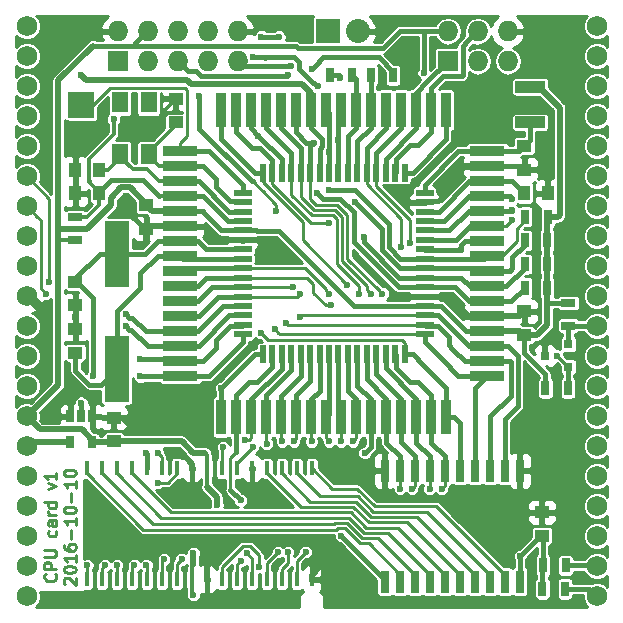
<source format=gtl>
G04 #@! TF.FileFunction,Copper,L1,Top,Signal*
%FSLAX46Y46*%
G04 Gerber Fmt 4.6, Leading zero omitted, Abs format (unit mm)*
G04 Created by KiCad (PCBNEW 4.0.2-stable) date Mon 10 Oct 2016 06:55:52 PM CEST*
%MOMM*%
G01*
G04 APERTURE LIST*
%ADD10C,0.100000*%
%ADD11C,0.250000*%
%ADD12C,1.727200*%
%ADD13R,2.100580X5.600700*%
%ADD14R,0.550000X1.500000*%
%ADD15R,1.500000X0.550000*%
%ADD16R,0.900000X3.000000*%
%ADD17R,3.000000X0.900000*%
%ADD18R,1.300000X0.700000*%
%ADD19R,1.250000X1.000000*%
%ADD20R,0.700000X1.300000*%
%ADD21R,1.727200X1.727200*%
%ADD22O,1.727200X1.727200*%
%ADD23R,1.000000X1.250000*%
%ADD24R,2.500000X1.000000*%
%ADD25R,0.650000X1.060000*%
%ADD26R,0.762000X1.950000*%
%ADD27R,0.457200X1.270000*%
%ADD28R,1.399540X1.800860*%
%ADD29R,2.032000X2.032000*%
%ADD30O,2.032000X2.032000*%
%ADD31R,2.235200X2.235200*%
%ADD32R,0.800100X0.800100*%
%ADD33C,0.600000*%
%ADD34C,0.400000*%
%ADD35C,0.500000*%
%ADD36C,0.300000*%
%ADD37C,0.254000*%
G04 APERTURE END LIST*
D10*
D11*
X126782143Y-127226191D02*
X126829762Y-127273810D01*
X126877381Y-127416667D01*
X126877381Y-127511905D01*
X126829762Y-127654763D01*
X126734524Y-127750001D01*
X126639286Y-127797620D01*
X126448810Y-127845239D01*
X126305952Y-127845239D01*
X126115476Y-127797620D01*
X126020238Y-127750001D01*
X125925000Y-127654763D01*
X125877381Y-127511905D01*
X125877381Y-127416667D01*
X125925000Y-127273810D01*
X125972619Y-127226191D01*
X126877381Y-126797620D02*
X125877381Y-126797620D01*
X125877381Y-126416667D01*
X125925000Y-126321429D01*
X125972619Y-126273810D01*
X126067857Y-126226191D01*
X126210714Y-126226191D01*
X126305952Y-126273810D01*
X126353571Y-126321429D01*
X126401190Y-126416667D01*
X126401190Y-126797620D01*
X125877381Y-125797620D02*
X126686905Y-125797620D01*
X126782143Y-125750001D01*
X126829762Y-125702382D01*
X126877381Y-125607144D01*
X126877381Y-125416667D01*
X126829762Y-125321429D01*
X126782143Y-125273810D01*
X126686905Y-125226191D01*
X125877381Y-125226191D01*
X126829762Y-123559524D02*
X126877381Y-123654762D01*
X126877381Y-123845239D01*
X126829762Y-123940477D01*
X126782143Y-123988096D01*
X126686905Y-124035715D01*
X126401190Y-124035715D01*
X126305952Y-123988096D01*
X126258333Y-123940477D01*
X126210714Y-123845239D01*
X126210714Y-123654762D01*
X126258333Y-123559524D01*
X126877381Y-122702381D02*
X126353571Y-122702381D01*
X126258333Y-122750000D01*
X126210714Y-122845238D01*
X126210714Y-123035715D01*
X126258333Y-123130953D01*
X126829762Y-122702381D02*
X126877381Y-122797619D01*
X126877381Y-123035715D01*
X126829762Y-123130953D01*
X126734524Y-123178572D01*
X126639286Y-123178572D01*
X126544048Y-123130953D01*
X126496429Y-123035715D01*
X126496429Y-122797619D01*
X126448810Y-122702381D01*
X126877381Y-122226191D02*
X126210714Y-122226191D01*
X126401190Y-122226191D02*
X126305952Y-122178572D01*
X126258333Y-122130953D01*
X126210714Y-122035715D01*
X126210714Y-121940476D01*
X126877381Y-121178571D02*
X125877381Y-121178571D01*
X126829762Y-121178571D02*
X126877381Y-121273809D01*
X126877381Y-121464286D01*
X126829762Y-121559524D01*
X126782143Y-121607143D01*
X126686905Y-121654762D01*
X126401190Y-121654762D01*
X126305952Y-121607143D01*
X126258333Y-121559524D01*
X126210714Y-121464286D01*
X126210714Y-121273809D01*
X126258333Y-121178571D01*
X126210714Y-120035714D02*
X126877381Y-119797619D01*
X126210714Y-119559523D01*
X126877381Y-118654761D02*
X126877381Y-119226190D01*
X126877381Y-118940476D02*
X125877381Y-118940476D01*
X126020238Y-119035714D01*
X126115476Y-119130952D01*
X126163095Y-119226190D01*
X127622619Y-128107143D02*
X127575000Y-128059524D01*
X127527381Y-127964286D01*
X127527381Y-127726190D01*
X127575000Y-127630952D01*
X127622619Y-127583333D01*
X127717857Y-127535714D01*
X127813095Y-127535714D01*
X127955952Y-127583333D01*
X128527381Y-128154762D01*
X128527381Y-127535714D01*
X127527381Y-126916667D02*
X127527381Y-126821428D01*
X127575000Y-126726190D01*
X127622619Y-126678571D01*
X127717857Y-126630952D01*
X127908333Y-126583333D01*
X128146429Y-126583333D01*
X128336905Y-126630952D01*
X128432143Y-126678571D01*
X128479762Y-126726190D01*
X128527381Y-126821428D01*
X128527381Y-126916667D01*
X128479762Y-127011905D01*
X128432143Y-127059524D01*
X128336905Y-127107143D01*
X128146429Y-127154762D01*
X127908333Y-127154762D01*
X127717857Y-127107143D01*
X127622619Y-127059524D01*
X127575000Y-127011905D01*
X127527381Y-126916667D01*
X128527381Y-125630952D02*
X128527381Y-126202381D01*
X128527381Y-125916667D02*
X127527381Y-125916667D01*
X127670238Y-126011905D01*
X127765476Y-126107143D01*
X127813095Y-126202381D01*
X127527381Y-124773809D02*
X127527381Y-124964286D01*
X127575000Y-125059524D01*
X127622619Y-125107143D01*
X127765476Y-125202381D01*
X127955952Y-125250000D01*
X128336905Y-125250000D01*
X128432143Y-125202381D01*
X128479762Y-125154762D01*
X128527381Y-125059524D01*
X128527381Y-124869047D01*
X128479762Y-124773809D01*
X128432143Y-124726190D01*
X128336905Y-124678571D01*
X128098810Y-124678571D01*
X128003571Y-124726190D01*
X127955952Y-124773809D01*
X127908333Y-124869047D01*
X127908333Y-125059524D01*
X127955952Y-125154762D01*
X128003571Y-125202381D01*
X128098810Y-125250000D01*
X128146429Y-124250000D02*
X128146429Y-123488095D01*
X128527381Y-122488095D02*
X128527381Y-123059524D01*
X128527381Y-122773810D02*
X127527381Y-122773810D01*
X127670238Y-122869048D01*
X127765476Y-122964286D01*
X127813095Y-123059524D01*
X127527381Y-121869048D02*
X127527381Y-121773809D01*
X127575000Y-121678571D01*
X127622619Y-121630952D01*
X127717857Y-121583333D01*
X127908333Y-121535714D01*
X128146429Y-121535714D01*
X128336905Y-121583333D01*
X128432143Y-121630952D01*
X128479762Y-121678571D01*
X128527381Y-121773809D01*
X128527381Y-121869048D01*
X128479762Y-121964286D01*
X128432143Y-122011905D01*
X128336905Y-122059524D01*
X128146429Y-122107143D01*
X127908333Y-122107143D01*
X127717857Y-122059524D01*
X127622619Y-122011905D01*
X127575000Y-121964286D01*
X127527381Y-121869048D01*
X128146429Y-121107143D02*
X128146429Y-120345238D01*
X128527381Y-119345238D02*
X128527381Y-119916667D01*
X128527381Y-119630953D02*
X127527381Y-119630953D01*
X127670238Y-119726191D01*
X127765476Y-119821429D01*
X127813095Y-119916667D01*
X127527381Y-118726191D02*
X127527381Y-118630952D01*
X127575000Y-118535714D01*
X127622619Y-118488095D01*
X127717857Y-118440476D01*
X127908333Y-118392857D01*
X128146429Y-118392857D01*
X128336905Y-118440476D01*
X128432143Y-118488095D01*
X128479762Y-118535714D01*
X128527381Y-118630952D01*
X128527381Y-118726191D01*
X128479762Y-118821429D01*
X128432143Y-118869048D01*
X128336905Y-118916667D01*
X128146429Y-118964286D01*
X127908333Y-118964286D01*
X127717857Y-118916667D01*
X127622619Y-118869048D01*
X127575000Y-118821429D01*
X127527381Y-118726191D01*
D12*
X124371100Y-80873600D03*
X124371100Y-83413600D03*
X124371100Y-85953600D03*
X124371100Y-88493600D03*
X124371100Y-91033600D03*
X124371100Y-93573600D03*
X124371100Y-96113600D03*
X124371100Y-98653600D03*
X124371100Y-101193600D03*
X124371100Y-103733600D03*
X124371100Y-106273600D03*
X124371100Y-108813600D03*
X124371100Y-111353600D03*
X124371100Y-113893600D03*
X124371100Y-116433600D03*
X124371100Y-118973600D03*
X124371100Y-121513600D03*
X124371100Y-124053600D03*
X124371100Y-126593600D03*
X124371100Y-129133600D03*
X172631100Y-129133600D03*
X172631100Y-126593600D03*
X172631100Y-124053600D03*
X172631100Y-121513600D03*
X172631100Y-118973600D03*
X172631100Y-116433600D03*
X172631100Y-113893600D03*
X172631100Y-111353600D03*
X172631100Y-108813600D03*
X172631100Y-106273600D03*
X172631100Y-103733600D03*
X172631100Y-101193600D03*
X172631100Y-98653600D03*
X172631100Y-96113600D03*
X172631100Y-93573600D03*
X172631100Y-91033600D03*
X172631100Y-88493600D03*
X172631100Y-85953600D03*
X172631100Y-83413600D03*
X172631100Y-80873600D03*
D13*
X132000000Y-100151140D03*
X132000000Y-109848860D03*
D14*
X156374529Y-93250019D03*
X155574529Y-93250019D03*
X154774529Y-93250019D03*
X153974529Y-93250019D03*
X153174529Y-93250019D03*
X152374529Y-93250019D03*
X151574529Y-93250019D03*
X150774529Y-93250019D03*
X149974529Y-93250019D03*
X149174529Y-93250019D03*
X148374529Y-93250019D03*
X147574529Y-93250019D03*
X146774529Y-93250019D03*
X145974529Y-93250019D03*
X145174529Y-93250019D03*
X144374529Y-93250019D03*
D15*
X142674529Y-94950019D03*
X142674529Y-95750019D03*
X142674529Y-96550019D03*
X142674529Y-97350019D03*
X142674529Y-98150019D03*
X142674529Y-98950019D03*
X142674529Y-99750019D03*
X142674529Y-100550019D03*
X142674529Y-101350019D03*
X142674529Y-102150019D03*
X142674529Y-102950019D03*
X142674529Y-103750019D03*
X142674529Y-104550019D03*
X142674529Y-105350019D03*
X142674529Y-106150019D03*
X142674529Y-106950019D03*
D14*
X144374529Y-108650019D03*
X145174529Y-108650019D03*
X145974529Y-108650019D03*
X146774529Y-108650019D03*
X147574529Y-108650019D03*
X148374529Y-108650019D03*
X149174529Y-108650019D03*
X149974529Y-108650019D03*
X150774529Y-108650019D03*
X151574529Y-108650019D03*
X152374529Y-108650019D03*
X153174529Y-108650019D03*
X153974529Y-108650019D03*
X154774529Y-108650019D03*
X155574529Y-108650019D03*
X156374529Y-108650019D03*
D15*
X158074529Y-106950019D03*
X158074529Y-106150019D03*
X158074529Y-105350019D03*
X158074529Y-104550019D03*
X158074529Y-103750019D03*
X158074529Y-102950019D03*
X158074529Y-102150019D03*
X158074529Y-101350019D03*
X158074529Y-100550019D03*
X158074529Y-99750019D03*
X158074529Y-98950019D03*
X158074529Y-98150019D03*
X158074529Y-97350019D03*
X158074529Y-96550019D03*
X158074529Y-95750019D03*
X158074529Y-94950019D03*
D16*
X159899529Y-87950019D03*
D17*
X137374529Y-91425019D03*
D16*
X140849529Y-113950019D03*
D17*
X163374529Y-110475019D03*
D16*
X158629529Y-87950019D03*
X157359529Y-87950019D03*
X156089529Y-87950019D03*
X154819529Y-87950019D03*
X153549529Y-87950019D03*
X152279529Y-87950019D03*
X151009529Y-87950019D03*
X149739529Y-87950019D03*
X148469529Y-87950019D03*
X147199529Y-87950019D03*
X145929529Y-87950019D03*
X144659529Y-87950019D03*
X143389529Y-87950019D03*
X142119529Y-87950019D03*
X140849529Y-87950019D03*
D17*
X137374529Y-92695019D03*
X137374529Y-93965019D03*
X137374529Y-95235019D03*
X137374529Y-96505019D03*
X137374529Y-97775019D03*
X137374529Y-99045019D03*
X137374529Y-100315019D03*
X137374529Y-101585019D03*
X137374529Y-102855019D03*
X137374529Y-104125019D03*
X137374529Y-105395019D03*
X137374529Y-106665019D03*
X137374529Y-107935019D03*
X137374529Y-109205019D03*
X137374529Y-110475019D03*
D16*
X142119529Y-113950019D03*
X143389529Y-113950019D03*
X144659529Y-113950019D03*
X145929529Y-113950019D03*
X147199529Y-113950019D03*
X148469529Y-113950019D03*
X149739529Y-113950019D03*
X151009529Y-113950019D03*
X152279529Y-113950019D03*
X153549529Y-113950019D03*
X154819529Y-113950019D03*
X156089529Y-113950019D03*
X157359529Y-113950019D03*
X158629529Y-113950019D03*
X159899529Y-113950019D03*
D17*
X163374529Y-109205019D03*
X163374529Y-107935019D03*
X163374529Y-106665019D03*
X163374529Y-105395019D03*
X163374529Y-104125019D03*
X163374529Y-102855019D03*
X163374529Y-101585019D03*
X163374529Y-100315019D03*
X163374529Y-99045019D03*
X163374529Y-97775019D03*
X163374529Y-96505019D03*
X163374529Y-95235019D03*
X163374529Y-93965019D03*
X163374529Y-92695019D03*
X163374529Y-91425019D03*
D18*
X128500000Y-97050000D03*
X128500000Y-98950000D03*
D19*
X166500000Y-107000000D03*
X166500000Y-105000000D03*
X134500000Y-96000000D03*
X134500000Y-98000000D03*
X168000000Y-124000000D03*
X168000000Y-122000000D03*
D20*
X155400000Y-85000000D03*
X153500000Y-85000000D03*
X150050000Y-85000000D03*
X151950000Y-85000000D03*
X168050000Y-128500000D03*
X169950000Y-128500000D03*
X168100000Y-126500000D03*
X170000000Y-126500000D03*
D21*
X160020000Y-83820000D03*
D22*
X160020000Y-81280000D03*
X162560000Y-83820000D03*
X162560000Y-81280000D03*
X165100000Y-83820000D03*
X165100000Y-81280000D03*
D23*
X130500000Y-95000000D03*
X128500000Y-95000000D03*
D19*
X128500000Y-104500000D03*
X128500000Y-102500000D03*
X128500000Y-106500000D03*
X128500000Y-108500000D03*
X166500000Y-91000000D03*
X166500000Y-93000000D03*
D23*
X166500000Y-95000000D03*
X168500000Y-95000000D03*
D19*
X137000000Y-87000000D03*
X137000000Y-89000000D03*
D23*
X128500000Y-93000000D03*
X130500000Y-93000000D03*
D24*
X167000000Y-86000000D03*
X167000000Y-89000000D03*
D21*
X132080000Y-83820000D03*
D22*
X132080000Y-81280000D03*
X134620000Y-83820000D03*
X134620000Y-81280000D03*
X137160000Y-83820000D03*
X137160000Y-81280000D03*
X139700000Y-83820000D03*
X139700000Y-81280000D03*
X142240000Y-83820000D03*
X142240000Y-81280000D03*
D20*
X168500000Y-97000000D03*
X166600000Y-97000000D03*
X168450000Y-99000000D03*
X166550000Y-99000000D03*
X168450000Y-101000000D03*
X166550000Y-101000000D03*
X168450000Y-103000000D03*
X166550000Y-103000000D03*
D25*
X129950000Y-113900000D03*
X129000000Y-113900000D03*
X128050000Y-113900000D03*
X128050000Y-116100000D03*
X129950000Y-116100000D03*
D26*
X166140000Y-118490000D03*
X164870000Y-118490000D03*
X163600000Y-118490000D03*
X162330000Y-118490000D03*
X161060000Y-118490000D03*
X159790000Y-118490000D03*
X158520000Y-118490000D03*
X157250000Y-118490000D03*
X155980000Y-118490000D03*
X154710000Y-118490000D03*
X154710000Y-127890000D03*
X155980000Y-127890000D03*
X157250000Y-127890000D03*
X158520000Y-127890000D03*
X159790000Y-127890000D03*
X161060000Y-127890000D03*
X162330000Y-127890000D03*
X163600000Y-127890000D03*
X164870000Y-127890000D03*
X166140000Y-127890000D03*
D27*
X133285000Y-127699000D03*
X134555000Y-127699000D03*
X135825000Y-127699000D03*
X137095000Y-127699000D03*
X138365000Y-127699000D03*
X143445000Y-127699000D03*
X144715000Y-127699000D03*
X145985000Y-127699000D03*
X147255000Y-127699000D03*
X148525000Y-127699000D03*
X148525000Y-118301000D03*
X147255000Y-118301000D03*
X145985000Y-118301000D03*
X144715000Y-118301000D03*
X143445000Y-118301000D03*
X138365000Y-118301000D03*
X137095000Y-118301000D03*
X135825000Y-118301000D03*
X134555000Y-118301000D03*
X133285000Y-118301000D03*
X132015000Y-118301000D03*
X130745000Y-118301000D03*
X129475000Y-118301000D03*
X142175000Y-118301000D03*
X140905000Y-118301000D03*
X139635000Y-118301000D03*
X142175000Y-127699000D03*
X140905000Y-127699000D03*
X139635000Y-127699000D03*
X132015000Y-127699000D03*
X130745000Y-127699000D03*
X129475000Y-127699000D03*
D28*
X134698880Y-91699640D03*
X134698880Y-87300360D03*
X132301120Y-87300360D03*
X132301120Y-91699640D03*
D29*
X149860000Y-81280000D03*
D30*
X152400000Y-81280000D03*
D31*
X129000000Y-87500000D03*
D19*
X131750000Y-116000000D03*
X131750000Y-114000000D03*
D32*
X170250760Y-109700000D03*
X170250760Y-107800000D03*
X168251780Y-108750000D03*
D20*
X170200000Y-111500000D03*
X168300000Y-111500000D03*
D18*
X170250000Y-104300000D03*
X170250000Y-106200000D03*
D33*
X157249980Y-82000000D03*
X156750000Y-85800031D03*
X160374529Y-93795019D03*
X133250000Y-114750000D03*
X132750000Y-95250000D03*
X128500000Y-91749992D03*
X136000000Y-88000000D03*
X160924510Y-104500000D03*
X134500000Y-99000000D03*
X128500000Y-105500000D03*
X127500000Y-112000000D03*
X153000000Y-118500000D03*
X143500000Y-120000000D03*
X165000000Y-123000000D03*
X136373224Y-117024832D03*
X150000000Y-125374980D03*
X140000000Y-126000000D03*
X126000000Y-105000000D03*
X146749916Y-84240026D03*
X149000000Y-95000000D03*
X152933045Y-98683043D03*
X145500000Y-96500000D03*
X139000000Y-86799980D03*
X144250000Y-81750000D03*
X145750000Y-81750000D03*
X131750000Y-88750000D03*
X158000001Y-84829015D03*
X140500000Y-121399945D03*
X166140000Y-125735000D03*
X138500000Y-129000000D03*
X138500000Y-125500000D03*
X150884945Y-85200020D03*
X148500032Y-84500000D03*
X132750000Y-105250000D03*
X126250000Y-102500000D03*
X132750000Y-106250004D03*
X126000000Y-103500000D03*
X152176232Y-95745951D03*
X146500000Y-85000000D03*
X143561655Y-83484342D03*
X150000000Y-94749945D03*
X149007541Y-85957824D03*
X129000000Y-112750000D03*
X130000000Y-110500000D03*
X134000000Y-110500000D03*
X134500000Y-117000000D03*
X140849529Y-111500019D03*
X145374980Y-106500000D03*
X135500000Y-119500000D03*
X156792643Y-99230213D03*
X156066955Y-99566955D03*
X150774529Y-90500000D03*
X149974529Y-91500000D03*
X129000000Y-85000000D03*
X148700020Y-90705509D03*
X154500000Y-103500000D03*
X153500000Y-103500000D03*
X152500000Y-103500000D03*
X134000000Y-109000000D03*
X150000000Y-103500000D03*
X150125074Y-104500000D03*
X146934306Y-102934306D03*
X142500000Y-121000000D03*
X143000000Y-125500000D03*
X142874980Y-115927901D03*
X129500000Y-126500000D03*
X144691956Y-116191956D03*
X131000000Y-126500000D03*
X132000000Y-126500000D03*
X146000000Y-116000000D03*
X147000000Y-116000000D03*
X133500000Y-126500000D03*
X148500000Y-116000000D03*
X134500000Y-126500000D03*
X145651612Y-125374980D03*
X150000000Y-116000000D03*
X146500000Y-125374980D03*
X151000000Y-116000000D03*
X148000000Y-125374980D03*
X152000000Y-116000000D03*
X153000000Y-117000000D03*
X151000000Y-124000000D03*
X142500000Y-126125020D03*
X156000000Y-120000000D03*
X144089980Y-126625020D03*
X157000000Y-120000000D03*
X137500000Y-126000000D03*
X158500000Y-120000000D03*
X136000000Y-126000000D03*
X159500000Y-120000000D03*
X144183024Y-106808044D03*
X135500000Y-117000000D03*
X146374980Y-106000000D03*
X141000000Y-116500000D03*
X147500000Y-105500000D03*
X143500000Y-116500000D03*
X161147818Y-99781729D03*
X165500000Y-97250000D03*
X165500000Y-96449987D03*
X165499874Y-95499770D03*
X144000000Y-90121234D03*
X150000000Y-97500000D03*
X151500000Y-102750000D03*
X169250000Y-108750000D03*
X147500002Y-103500000D03*
D34*
X156949981Y-82299999D02*
X157249980Y-82000000D01*
X156750000Y-82499980D02*
X156949981Y-82299999D01*
X156750000Y-85800031D02*
X156750000Y-82499980D01*
D35*
X163374529Y-92695019D02*
X161474529Y-92695019D01*
X161474529Y-92695019D02*
X160374529Y-93795019D01*
X163374529Y-105395019D02*
X166104981Y-105395019D01*
X166104981Y-105395019D02*
X166500000Y-105000000D01*
X131750000Y-114000000D02*
X132500000Y-114000000D01*
X132500000Y-114000000D02*
X133250000Y-114750000D01*
D11*
X129950000Y-113900000D02*
X129950000Y-114105000D01*
D34*
X132750000Y-96375000D02*
X132750000Y-95250000D01*
D11*
X134500000Y-98000000D02*
X134375000Y-98000000D01*
D34*
X134375000Y-98000000D02*
X132750000Y-96375000D01*
D36*
X128500000Y-93000000D02*
X128500000Y-91749992D01*
X137000000Y-87000000D02*
X136000000Y-88000000D01*
X128500000Y-95000000D02*
X128500000Y-93000000D01*
D34*
X160924510Y-104500000D02*
X161819529Y-105395019D01*
X160174529Y-103750019D02*
X160924510Y-104500000D01*
D35*
X134500000Y-98000000D02*
X134500000Y-99000000D01*
D34*
X128500000Y-104500000D02*
X128500000Y-105500000D01*
X128050000Y-113900000D02*
X128050000Y-112550000D01*
X128050000Y-112550000D02*
X127500000Y-112000000D01*
X154710000Y-118490000D02*
X153010000Y-118490000D01*
X153010000Y-118490000D02*
X153000000Y-118500000D01*
X143445000Y-118301000D02*
X143445000Y-119945000D01*
X143445000Y-119945000D02*
X143500000Y-120000000D01*
X163374529Y-92695019D02*
X166195019Y-92695019D01*
X166195019Y-92695019D02*
X166500000Y-93000000D01*
D35*
X165299999Y-122700001D02*
X165000000Y-123000000D01*
X166140000Y-121860000D02*
X165299999Y-122700001D01*
X166140000Y-118490000D02*
X166140000Y-121860000D01*
X137495232Y-117024832D02*
X136797488Y-117024832D01*
X138365000Y-117894600D02*
X137495232Y-117024832D01*
X138365000Y-118301000D02*
X138365000Y-117894600D01*
X136797488Y-117024832D02*
X136373224Y-117024832D01*
X150000000Y-125799244D02*
X150000000Y-125374980D01*
X148525000Y-127292600D02*
X150000000Y-125817600D01*
X148525000Y-127699000D02*
X148525000Y-127292600D01*
X150000000Y-125817600D02*
X150000000Y-125799244D01*
X139635000Y-127699000D02*
X139635000Y-126365000D01*
X139635000Y-126365000D02*
X140000000Y-126000000D01*
X124371100Y-103733600D02*
X124733600Y-103733600D01*
X124733600Y-103733600D02*
X126000000Y-105000000D01*
X137374529Y-97775019D02*
X134724981Y-97775019D01*
X134724981Y-97775019D02*
X134500000Y-98000000D01*
D34*
X158074529Y-103750019D02*
X160174529Y-103750019D01*
X161819529Y-105395019D02*
X163374529Y-105395019D01*
X166619529Y-92695019D02*
X166624529Y-92700019D01*
X139274529Y-97775019D02*
X137374529Y-97775019D01*
X140449529Y-98950019D02*
X139274529Y-97775019D01*
X142674529Y-98950019D02*
X140449529Y-98950019D01*
X158074529Y-95750019D02*
X158149528Y-95675020D01*
X158149528Y-95675020D02*
X159184530Y-95675020D01*
X159184530Y-95675020D02*
X160374529Y-94485021D01*
X160374529Y-94485021D02*
X160374529Y-93795019D01*
X156374529Y-93250018D02*
X157049530Y-93250019D01*
X159899529Y-90400019D02*
X159899529Y-89850019D01*
X157049530Y-93250019D02*
X159899529Y-90400019D01*
X159899529Y-89850019D02*
X159899529Y-87950019D01*
X153549529Y-87950019D02*
X153549529Y-85049529D01*
X153549529Y-85049529D02*
X153500000Y-85000000D01*
X152374529Y-93250019D02*
X152374529Y-90615021D01*
X152374529Y-90615021D02*
X153549530Y-89440021D01*
X153549530Y-89440021D02*
X153549529Y-87950019D01*
X152279529Y-87950019D02*
X152279529Y-85329529D01*
X152279529Y-85329529D02*
X151950000Y-85000000D01*
X151574529Y-93250018D02*
X151574529Y-90145021D01*
X151574529Y-90145021D02*
X152279529Y-89440021D01*
X152279529Y-89440021D02*
X152279529Y-87950019D01*
X146325652Y-84240026D02*
X146749916Y-84240026D01*
X142240000Y-83820000D02*
X142660026Y-84240026D01*
X142660026Y-84240026D02*
X146325652Y-84240026D01*
X149449965Y-95449965D02*
X149299999Y-95299999D01*
X152050035Y-99131666D02*
X152050035Y-96609732D01*
X150890268Y-95449965D02*
X149449965Y-95449965D01*
X152050035Y-96609732D02*
X150890268Y-95449965D01*
X155868388Y-102950019D02*
X152050035Y-99131666D01*
X149299999Y-95299999D02*
X149000000Y-95000000D01*
X158074529Y-102950019D02*
X155868388Y-102950019D01*
X163374529Y-104125019D02*
X165424981Y-104125019D01*
X165424981Y-104125019D02*
X166550000Y-103000000D01*
X158074529Y-102950019D02*
X160624529Y-102950019D01*
X160624529Y-102950019D02*
X161799529Y-104125019D01*
X161799529Y-104125019D02*
X163374529Y-104125019D01*
X155916931Y-102150019D02*
X152933045Y-99166133D01*
X152933045Y-99166133D02*
X152933045Y-99107307D01*
X158074529Y-102150019D02*
X155916931Y-102150019D01*
X152933045Y-99107307D02*
X152933045Y-98683043D01*
X139000000Y-87224244D02*
X139000000Y-86799980D01*
X139000000Y-89586492D02*
X139000000Y-87224244D01*
X143413508Y-94000000D02*
X139000000Y-89586492D01*
X143500000Y-94000000D02*
X143413508Y-94000000D01*
D11*
X145500000Y-96000000D02*
X145500000Y-96500000D01*
X143500000Y-94000000D02*
X145500000Y-96000000D01*
X144349541Y-94849541D02*
X145500000Y-96000000D01*
D34*
X163374529Y-102855019D02*
X164994981Y-102855019D01*
X164994981Y-102855019D02*
X166550000Y-101300000D01*
X166550000Y-101300000D02*
X166550000Y-101000000D01*
X158074530Y-102150019D02*
X161179527Y-102150018D01*
X161179527Y-102150018D02*
X161884528Y-102855019D01*
X161884528Y-102855019D02*
X163374529Y-102855019D01*
X145750000Y-81750000D02*
X144250000Y-81750000D01*
X130500000Y-94875000D02*
X130500000Y-95000000D01*
X134189445Y-93849988D02*
X131525012Y-93849988D01*
X135574476Y-95235019D02*
X134189445Y-93849988D01*
X131525012Y-93849988D02*
X130500000Y-94875000D01*
D36*
X131750000Y-89994998D02*
X131750000Y-89174264D01*
X129649999Y-92094999D02*
X131750000Y-89994998D01*
X131750000Y-89174264D02*
X131750000Y-88750000D01*
X129649999Y-93905001D02*
X129649999Y-92094999D01*
X137374529Y-95235019D02*
X135574476Y-95235019D01*
X129649999Y-94024999D02*
X129649999Y-92094999D01*
X130500000Y-94875000D02*
X129649999Y-94024999D01*
X129719999Y-93975001D02*
X129649999Y-93905001D01*
X128500000Y-97050000D02*
X129450000Y-97050000D01*
X129450000Y-97050000D02*
X130500000Y-96000000D01*
X130500000Y-96000000D02*
X130500000Y-95925000D01*
X130500000Y-95925000D02*
X130500000Y-95000000D01*
D34*
X141389529Y-97350020D02*
X139274529Y-95235019D01*
X142674528Y-97350019D02*
X141389529Y-97350020D01*
X139274529Y-95235019D02*
X137374529Y-95235019D01*
X158629529Y-87950019D02*
X158629529Y-86084032D01*
X161203601Y-85083601D02*
X161283601Y-85003601D01*
X159629960Y-85083601D02*
X161203601Y-85083601D01*
X161283601Y-82556399D02*
X161696401Y-82143599D01*
X161283601Y-85003601D02*
X161283601Y-82556399D01*
X158629529Y-86084032D02*
X159629960Y-85083601D01*
X161696401Y-82143599D02*
X162560000Y-81280000D01*
X155574529Y-93250019D02*
X155649528Y-93175020D01*
X157529529Y-90950019D02*
X158629529Y-89850019D01*
X155649528Y-93175020D02*
X155649528Y-92140018D01*
X155649528Y-92140018D02*
X156839527Y-90950019D01*
X156839527Y-90950019D02*
X157529529Y-90950019D01*
X158629529Y-89850019D02*
X158629529Y-87950019D01*
X158310984Y-85529016D02*
X160020000Y-83820000D01*
X157359529Y-86480471D02*
X158310984Y-85529016D01*
X157359529Y-87950019D02*
X157359529Y-86480471D01*
X157359529Y-89510763D02*
X157359529Y-87950019D01*
X154774529Y-92095763D02*
X157359529Y-89510763D01*
X154774529Y-93250019D02*
X154774529Y-92095763D01*
X158000000Y-84404750D02*
X158000000Y-81280000D01*
X158000000Y-81280000D02*
X160020000Y-81280000D01*
X155970000Y-81280000D02*
X158000000Y-81280000D01*
X158000001Y-84829015D02*
X158000000Y-84404750D01*
X166500000Y-107000000D02*
X166500000Y-108518322D01*
X166500000Y-108518322D02*
X168300000Y-110318322D01*
X168300000Y-110318322D02*
X168300000Y-110450000D01*
X168300000Y-110450000D02*
X168300000Y-111500000D01*
X170250000Y-104300000D02*
X168600000Y-104300000D01*
X168600000Y-104300000D02*
X168450000Y-104150000D01*
D35*
X131750000Y-116000000D02*
X137500000Y-116000000D01*
X137500000Y-116000000D02*
X138500000Y-117000000D01*
X138500000Y-117000000D02*
X139500000Y-117000000D01*
X129950000Y-116100000D02*
X131650000Y-116100000D01*
X131650000Y-116100000D02*
X131750000Y-116000000D01*
D34*
X154553999Y-82696001D02*
X155970000Y-81280000D01*
X147332799Y-82696001D02*
X154553999Y-82696001D01*
D35*
X129500000Y-98000000D02*
X127050000Y-98000000D01*
X131500000Y-96000000D02*
X129500000Y-98000000D01*
X132389998Y-94499998D02*
X131500000Y-95389996D01*
X133110002Y-94499998D02*
X132389998Y-94499998D01*
X134500000Y-95889996D02*
X133110002Y-94499998D01*
X131500000Y-95389996D02*
X131500000Y-96000000D01*
X134500000Y-96000000D02*
X134500000Y-95889996D01*
X127050000Y-85450000D02*
X130000000Y-82500000D01*
X127050000Y-96500000D02*
X127050000Y-85450000D01*
X127050000Y-98000000D02*
X127050000Y-96500000D01*
X127050000Y-111214700D02*
X127050000Y-99000000D01*
X127050000Y-99000000D02*
X127050000Y-98000000D01*
D36*
X128500000Y-98950000D02*
X127100000Y-98950000D01*
X127100000Y-98950000D02*
X127050000Y-99000000D01*
D35*
X139635000Y-119865000D02*
X140500000Y-120730000D01*
X140500000Y-120730000D02*
X140500000Y-120975681D01*
X140500000Y-120975681D02*
X140500000Y-121399945D01*
D34*
X152050019Y-104550019D02*
X145700002Y-98200002D01*
X158074529Y-104550019D02*
X152050019Y-104550019D01*
X145700002Y-98200002D02*
X143874512Y-98200002D01*
X143874512Y-98200002D02*
X143824529Y-98150019D01*
X143824529Y-98150019D02*
X142674529Y-98150019D01*
D35*
X169500000Y-96850000D02*
X169500000Y-87750000D01*
X169500000Y-87750000D02*
X167750000Y-86000000D01*
X167750000Y-86000000D02*
X167000000Y-86000000D01*
X168500000Y-97000000D02*
X169350000Y-97000000D01*
X169350000Y-97000000D02*
X169500000Y-96850000D01*
X168450000Y-99000000D02*
X168450000Y-97050000D01*
X168450000Y-97050000D02*
X168500000Y-97000000D01*
X168450000Y-101000000D02*
X168450000Y-99000000D01*
X168450000Y-103000000D02*
X168450000Y-101000000D01*
X166500000Y-107000000D02*
X167625000Y-107000000D01*
X167625000Y-107000000D02*
X168450000Y-106175000D01*
X168450000Y-106175000D02*
X168450000Y-104150000D01*
X168450000Y-104150000D02*
X168450000Y-103000000D01*
X163374529Y-106665019D02*
X166165019Y-106665019D01*
X166165019Y-106665019D02*
X166500000Y-107000000D01*
D34*
X147180399Y-82543601D02*
X147332799Y-82696001D01*
X133356399Y-82543601D02*
X147180399Y-82543601D01*
X130000000Y-82500000D02*
X130043601Y-82543601D01*
X130043601Y-82543601D02*
X133356399Y-82543601D01*
X133356399Y-82543601D02*
X133756401Y-82143599D01*
X133756401Y-82143599D02*
X134620000Y-81280000D01*
D35*
X137374529Y-96505019D02*
X135005019Y-96505019D01*
X135005019Y-96505019D02*
X134500000Y-96000000D01*
X124371100Y-113893600D02*
X127050000Y-111214700D01*
D36*
X138365000Y-128865000D02*
X138500000Y-129000000D01*
X138365000Y-127699000D02*
X138365000Y-128865000D01*
X138500000Y-126500000D02*
X138365000Y-126635000D01*
X138365000Y-126635000D02*
X138365000Y-127699000D01*
D35*
X138500000Y-125500000D02*
X138500000Y-126500000D01*
D36*
X139635000Y-118301000D02*
X139635000Y-119865000D01*
X139500000Y-117000000D02*
X139635000Y-117135000D01*
X139635000Y-117135000D02*
X139635000Y-118301000D01*
D35*
X124371100Y-113893600D02*
X125477500Y-115000000D01*
X125477500Y-115000000D02*
X129055000Y-115000000D01*
X129055000Y-115000000D02*
X129950000Y-115895000D01*
X129950000Y-115895000D02*
X129950000Y-116100000D01*
D34*
X168100000Y-126500000D02*
X168100000Y-124100000D01*
X168100000Y-124100000D02*
X168000000Y-124000000D01*
X168050000Y-128500000D02*
X168050000Y-126550000D01*
X168050000Y-126550000D02*
X168100000Y-126500000D01*
X166140000Y-127890000D02*
X166140000Y-125735000D01*
X166140000Y-125735000D02*
X167875000Y-124000000D01*
X167875000Y-124000000D02*
X168000000Y-124000000D01*
X158074530Y-104550019D02*
X159474529Y-104550019D01*
X159474529Y-104550019D02*
X161589529Y-106665019D01*
X161589529Y-106665019D02*
X163374529Y-106665019D01*
X140824529Y-98150019D02*
X139274529Y-96600019D01*
X139274529Y-96600019D02*
X139274529Y-96505019D01*
X142674529Y-98150019D02*
X140824529Y-98150019D01*
X139274529Y-96505019D02*
X137374529Y-96505019D01*
X150800000Y-85000000D02*
X150884945Y-85084945D01*
X150884945Y-85084945D02*
X150884945Y-85200020D01*
X150050000Y-85000000D02*
X150800000Y-85000000D01*
X154200000Y-83500000D02*
X149500032Y-83500000D01*
X155400000Y-85000000D02*
X155400000Y-84700000D01*
X155400000Y-84700000D02*
X154200000Y-83500000D01*
X149500032Y-83500000D02*
X148800031Y-84200001D01*
X148800031Y-84200001D02*
X148500032Y-84500000D01*
X133049999Y-105549999D02*
X132750000Y-105250000D01*
X134450002Y-106665019D02*
X133334982Y-105549999D01*
X137374529Y-106665019D02*
X134450002Y-106665019D01*
X133334982Y-105549999D02*
X133049999Y-105549999D01*
D11*
X124371100Y-93573600D02*
X126250000Y-95452500D01*
X126250000Y-95452500D02*
X126250000Y-102500000D01*
D34*
X142674529Y-104550018D02*
X140979531Y-104550019D01*
X140979531Y-104550019D02*
X138864531Y-106665019D01*
X138864531Y-106665019D02*
X137374529Y-106665019D01*
X133049999Y-106550003D02*
X132750000Y-106250004D01*
X133245397Y-106550003D02*
X133049999Y-106550003D01*
X134630413Y-107935019D02*
X133245397Y-106550003D01*
X137374529Y-107935019D02*
X134630413Y-107935019D01*
D11*
X125559701Y-97302201D02*
X125234699Y-96977199D01*
X125559701Y-103059701D02*
X125559701Y-97302201D01*
X125234699Y-96977199D02*
X124371100Y-96113600D01*
X126000000Y-103500000D02*
X125559701Y-103059701D01*
D34*
X141520273Y-105350019D02*
X138935274Y-107935019D01*
X138935274Y-107935019D02*
X137374529Y-107935018D01*
X142674529Y-105350019D02*
X141520273Y-105350019D01*
X152476231Y-96045950D02*
X152176232Y-95745951D01*
X154449988Y-99834533D02*
X154449988Y-98019707D01*
X154449988Y-98019707D02*
X152476231Y-96045950D01*
X155965474Y-101350019D02*
X154449988Y-99834533D01*
X158074529Y-101350019D02*
X155965474Y-101350019D01*
X146399989Y-85100011D02*
X146500000Y-85000000D01*
X139109881Y-85100011D02*
X146399989Y-85100011D01*
X138693469Y-84683599D02*
X139109881Y-85100011D01*
X138023599Y-84683599D02*
X138693469Y-84683599D01*
X137160000Y-83820000D02*
X138023599Y-84683599D01*
X163374529Y-101585019D02*
X165274530Y-101585018D01*
X165274530Y-101585018D02*
X165500000Y-101359548D01*
X165500000Y-101359548D02*
X165500000Y-100438092D01*
X165500000Y-100438092D02*
X166550000Y-99388092D01*
X166550000Y-99388092D02*
X166550000Y-99000000D01*
X158074529Y-101350019D02*
X163139529Y-101350019D01*
X163139529Y-101350019D02*
X163374529Y-101585019D01*
X143985919Y-83484342D02*
X143561655Y-83484342D01*
X147449917Y-84449917D02*
X147449917Y-83904025D01*
X148707542Y-85657825D02*
X148657825Y-85657825D01*
X147030234Y-83484342D02*
X143985919Y-83484342D01*
X148657825Y-85657825D02*
X147449917Y-84449917D01*
X143577313Y-83500000D02*
X143561655Y-83484342D01*
X144500000Y-83500000D02*
X143577313Y-83500000D01*
X147449917Y-83904025D02*
X147030234Y-83484342D01*
X144540025Y-83540025D02*
X144500000Y-83500000D01*
X149007541Y-85957824D02*
X148707542Y-85657825D01*
X155049999Y-97583714D02*
X152216230Y-94749945D01*
X150424264Y-94749945D02*
X150000000Y-94749945D01*
X152216230Y-94749945D02*
X150424264Y-94749945D01*
X156014017Y-100550019D02*
X155049999Y-99586001D01*
X158074529Y-100550019D02*
X156014017Y-100550019D01*
X155049999Y-99586001D02*
X155049999Y-97583714D01*
D11*
X163374529Y-100315019D02*
X164639531Y-100315019D01*
X164639531Y-100315019D02*
X165874999Y-99079551D01*
X165874999Y-99079551D02*
X165874999Y-98025001D01*
X165874999Y-98025001D02*
X166600000Y-97300000D01*
X166600000Y-97300000D02*
X166600000Y-97000000D01*
D34*
X158074529Y-100550019D02*
X163139529Y-100550019D01*
X163139529Y-100550019D02*
X163374529Y-100315019D01*
X129000000Y-113900000D02*
X129000000Y-112750000D01*
X133450290Y-100151140D02*
X132000000Y-100151140D01*
X134368408Y-100151140D02*
X133450290Y-100151140D01*
X135474529Y-99045019D02*
X134368408Y-100151140D01*
X137374529Y-99045019D02*
X135474529Y-99045019D01*
X128500000Y-102500000D02*
X128625000Y-102500000D01*
X128625000Y-102500000D02*
X130000000Y-103875000D01*
X130000000Y-103875000D02*
X130000000Y-110500000D01*
X132000000Y-100151140D02*
X130549710Y-100151140D01*
X130549710Y-100151140D02*
X128500000Y-102200850D01*
X128500000Y-102200850D02*
X128500000Y-102500000D01*
X142674528Y-99750019D02*
X139569531Y-99750020D01*
X139569531Y-99750020D02*
X138864531Y-99045019D01*
X138864531Y-99045019D02*
X137374529Y-99045019D01*
X137374529Y-100315019D02*
X135474528Y-100315020D01*
X135474528Y-100315020D02*
X134000000Y-101789548D01*
X134000000Y-101789548D02*
X134000000Y-103000000D01*
X134000000Y-103000000D02*
X132000000Y-105000000D01*
X132000000Y-105000000D02*
X132000000Y-109848860D01*
X128500000Y-109400000D02*
X128500000Y-108500000D01*
X128500000Y-110036004D02*
X128500000Y-109400000D01*
X129663998Y-111200002D02*
X128500000Y-110036004D01*
X130648858Y-111200002D02*
X129663998Y-111200002D01*
X132000000Y-109848860D02*
X130648858Y-111200002D01*
X142674529Y-100550019D02*
X137609529Y-100550019D01*
X137609529Y-100550019D02*
X137374529Y-100315019D01*
X167000000Y-89000000D02*
X167000000Y-90500000D01*
X167000000Y-90500000D02*
X166500000Y-91000000D01*
X163374529Y-91425019D02*
X166074981Y-91425019D01*
X166074981Y-91425019D02*
X166500000Y-91000000D01*
X158074529Y-94950020D02*
X158074530Y-94275019D01*
X158074530Y-94275019D02*
X160924529Y-91425019D01*
X160924529Y-91425019D02*
X161474529Y-91425019D01*
X161474529Y-91425019D02*
X163374529Y-91425019D01*
X163374529Y-93965019D02*
X165465019Y-93965019D01*
X165465019Y-93965019D02*
X166500000Y-95000000D01*
X158074529Y-96550019D02*
X159274529Y-96550019D01*
X159274529Y-96550019D02*
X161859529Y-93965020D01*
X161859529Y-93965020D02*
X163374529Y-93965019D01*
X140374529Y-94450019D02*
X140374529Y-93795019D01*
X141599530Y-95675020D02*
X140374529Y-94450019D01*
X142599530Y-95675020D02*
X141599530Y-95675020D01*
X142674529Y-95750019D02*
X142599530Y-95675020D01*
X140374529Y-93795019D02*
X139274529Y-92695019D01*
X139274529Y-92695019D02*
X137374529Y-92695019D01*
D36*
X134698880Y-91699640D02*
X134698880Y-91498980D01*
X134698880Y-91498980D02*
X137000000Y-89197860D01*
X137000000Y-89197860D02*
X137000000Y-89000000D01*
X137374529Y-92695019D02*
X135574529Y-92695019D01*
X135574529Y-92695019D02*
X134698880Y-91819370D01*
X134698880Y-91819370D02*
X134698880Y-91699640D01*
X131300000Y-93000000D02*
X132301120Y-91998880D01*
X130500000Y-93000000D02*
X131300000Y-93000000D01*
X132301120Y-91998880D02*
X132301120Y-91699640D01*
X137374529Y-93965019D02*
X135574529Y-93965019D01*
X135574529Y-93965019D02*
X134559581Y-92950071D01*
X132301120Y-91900300D02*
X132301120Y-91699640D01*
X134559581Y-92950071D02*
X133350891Y-92950071D01*
X133350891Y-92950071D02*
X132301120Y-91900300D01*
D34*
X141524529Y-96550019D02*
X138939528Y-93965019D01*
X142674529Y-96550019D02*
X141524529Y-96550019D01*
X138939528Y-93965019D02*
X137374529Y-93965020D01*
X134000000Y-110500000D02*
X137349548Y-110500000D01*
X137349548Y-110500000D02*
X137374529Y-110475019D01*
X142674529Y-106950018D02*
X142674528Y-107625019D01*
X142674528Y-107625019D02*
X139824529Y-110475019D01*
X139824529Y-110475019D02*
X139274529Y-110475019D01*
X139274529Y-110475019D02*
X137374529Y-110475019D01*
X134555000Y-118301000D02*
X134555000Y-117055000D01*
X134555000Y-117055000D02*
X134500000Y-117000000D01*
X140849529Y-112050019D02*
X140849529Y-111500019D01*
X144374529Y-108650020D02*
X143699528Y-108650019D01*
X143699528Y-108650019D02*
X140849529Y-111500019D01*
X140849529Y-112050019D02*
X140849529Y-113950019D01*
D11*
X158074529Y-106950019D02*
X145824999Y-106950019D01*
X145674979Y-106799999D02*
X145374980Y-106500000D01*
X145824999Y-106950019D02*
X145674979Y-106799999D01*
X135500000Y-119500000D02*
X136302400Y-119500000D01*
X136302400Y-119500000D02*
X137095000Y-118707400D01*
X137095000Y-118707400D02*
X137095000Y-118301000D01*
D34*
X159500000Y-109050490D02*
X160924529Y-110475019D01*
X158074529Y-107625020D02*
X159500000Y-109050490D01*
X162330000Y-118490000D02*
X162330000Y-111519548D01*
X162330000Y-111519548D02*
X163374529Y-110475019D01*
X158074530Y-106950019D02*
X158074529Y-107625020D01*
X160924529Y-110475019D02*
X161474529Y-110475019D01*
X161474529Y-110475019D02*
X163374529Y-110475019D01*
D11*
X156792643Y-97231723D02*
X156792643Y-98805949D01*
X153974529Y-94413609D02*
X156792643Y-97231723D01*
X153974529Y-93250019D02*
X153974529Y-94413609D01*
X156792643Y-98805949D02*
X156792643Y-99230213D01*
D34*
X153974529Y-93250018D02*
X153974529Y-91555021D01*
X153974529Y-91555021D02*
X156089529Y-89440021D01*
X156089529Y-89440021D02*
X156089529Y-87950019D01*
D11*
X153174529Y-93250019D02*
X153174529Y-94250019D01*
X153174529Y-94250019D02*
X156066955Y-97142445D01*
X156066955Y-99142691D02*
X156066955Y-99566955D01*
X156066955Y-97142445D02*
X156066955Y-99142691D01*
D34*
X153174529Y-93250019D02*
X153174529Y-91150019D01*
X153174529Y-91150019D02*
X154819529Y-89505019D01*
X154819529Y-89505019D02*
X154819529Y-87950019D01*
X150774529Y-90500000D02*
X150774529Y-88185019D01*
X150774529Y-93250019D02*
X150774529Y-90500000D01*
X150000033Y-91474496D02*
X150000033Y-88210523D01*
X149974529Y-91500000D02*
X150000033Y-91474496D01*
X150000033Y-88210523D02*
X149974529Y-88185019D01*
X149974529Y-93250019D02*
X149974529Y-91500000D01*
D35*
X129299999Y-85299999D02*
X129000000Y-85000000D01*
X129450001Y-85450001D02*
X129299999Y-85299999D01*
X147689735Y-85750022D02*
X138273212Y-85750022D01*
X137973191Y-85450001D02*
X129450001Y-85450001D01*
X148469529Y-87950019D02*
X148469529Y-86529816D01*
X148469529Y-86529816D02*
X147689735Y-85750022D01*
X138273212Y-85750022D02*
X137973191Y-85450001D01*
D34*
X149400022Y-91041511D02*
X149400022Y-90370513D01*
X148469530Y-89440021D02*
X148469530Y-87950019D01*
X149174529Y-93250018D02*
X149174529Y-91267004D01*
X149400022Y-90370513D02*
X148469530Y-89440021D01*
X149174529Y-91267004D02*
X149400022Y-91041511D01*
D11*
X151525024Y-96827198D02*
X151525024Y-100525024D01*
X151525024Y-100525024D02*
X154200001Y-103200001D01*
X154200001Y-103200001D02*
X154500000Y-103500000D01*
X148374529Y-95465296D02*
X148884209Y-95974976D01*
X148884209Y-95974976D02*
X150672802Y-95974976D01*
X148374529Y-93250019D02*
X148374529Y-95465296D01*
X150672802Y-95974976D02*
X151525024Y-96827198D01*
D34*
X148275756Y-90705509D02*
X148700020Y-90705509D01*
X148055019Y-90705509D02*
X148275756Y-90705509D01*
X148374529Y-93250019D02*
X148374529Y-91031000D01*
X147199529Y-87950019D02*
X147199529Y-89850019D01*
X148400021Y-91005508D02*
X148700020Y-90705509D01*
X148374529Y-91031000D02*
X148400021Y-91005508D01*
X147199529Y-89850019D02*
X148055019Y-90705509D01*
D11*
X151075013Y-100763598D02*
X153200001Y-102888586D01*
X147574529Y-93250019D02*
X147574529Y-95301707D01*
X148697809Y-96424987D02*
X150486402Y-96424987D01*
X153200001Y-102888586D02*
X153200001Y-103200001D01*
X147574529Y-95301707D02*
X148697809Y-96424987D01*
X153200001Y-103200001D02*
X153500000Y-103500000D01*
X150486402Y-96424987D02*
X151075013Y-97013598D01*
X151075013Y-97013598D02*
X151075013Y-100763598D01*
D34*
X145929529Y-89505019D02*
X145929529Y-87950019D01*
X147574529Y-93250019D02*
X147574529Y-91150019D01*
X147574529Y-91150019D02*
X145929529Y-89505019D01*
D11*
X152500000Y-103075736D02*
X152500000Y-103500000D01*
X146774529Y-95138118D02*
X148511409Y-96874998D01*
X150625002Y-97199998D02*
X150625002Y-100949998D01*
X148511409Y-96874998D02*
X150300002Y-96874998D01*
X150625002Y-100949998D02*
X152500000Y-102824996D01*
X152500000Y-102824996D02*
X152500000Y-103075736D01*
X146774529Y-93250019D02*
X146774529Y-95138118D01*
X150300002Y-96874998D02*
X150625002Y-97199998D01*
D34*
X144659529Y-89485019D02*
X144659529Y-87950019D01*
X146774529Y-93250018D02*
X146774529Y-91600018D01*
X146774529Y-91600018D02*
X144659529Y-89485019D01*
X134000000Y-109000000D02*
X137169510Y-109000000D01*
X137169510Y-109000000D02*
X137374529Y-109205019D01*
X142674529Y-106150019D02*
X142599530Y-106225018D01*
X142599530Y-106225018D02*
X141564528Y-106225018D01*
X139274529Y-109205019D02*
X137374529Y-109205019D01*
X141564528Y-106225018D02*
X140374529Y-107415017D01*
X140374529Y-107415017D02*
X140374529Y-108105019D01*
X140374529Y-108105019D02*
X139274529Y-109205019D01*
D11*
X149700001Y-103138586D02*
X149700001Y-103200001D01*
X142674529Y-101350019D02*
X147911434Y-101350019D01*
X147911434Y-101350019D02*
X149700001Y-103138586D01*
X149700001Y-103200001D02*
X150000000Y-103500000D01*
D34*
X169950000Y-128500000D02*
X171997500Y-128500000D01*
X171997500Y-128500000D02*
X172631100Y-129133600D01*
X142674529Y-101350019D02*
X137609529Y-101350019D01*
X137609529Y-101350019D02*
X137374529Y-101585019D01*
D11*
X148075023Y-102150019D02*
X148625002Y-102699998D01*
X148625002Y-102699998D02*
X148625002Y-103424192D01*
X149700810Y-104500000D02*
X150125074Y-104500000D01*
X148625002Y-103424192D02*
X149700810Y-104500000D01*
X142674529Y-102150019D02*
X148075023Y-102150019D01*
D34*
X170000000Y-126500000D02*
X172537500Y-126500000D01*
X172537500Y-126500000D02*
X172631100Y-126593600D01*
X142674529Y-102150018D02*
X139569531Y-102150018D01*
X139569531Y-102150018D02*
X138864531Y-102855019D01*
X138864531Y-102855019D02*
X137374529Y-102855019D01*
D11*
X146918593Y-102950019D02*
X146934306Y-102934306D01*
X142674529Y-102950019D02*
X146918593Y-102950019D01*
D34*
X142674529Y-102950019D02*
X140039531Y-102950019D01*
X140039531Y-102950019D02*
X138864531Y-104125019D01*
X138864531Y-104125019D02*
X137374529Y-104125019D01*
X170250760Y-107800000D02*
X170250760Y-106200760D01*
X170250760Y-106200760D02*
X170250000Y-106200000D01*
X170250000Y-106200000D02*
X172557500Y-106200000D01*
X172557500Y-106200000D02*
X172631100Y-106273600D01*
X142119529Y-113950019D02*
X142119529Y-116907869D01*
X142500000Y-121000000D02*
X141621399Y-120121399D01*
D11*
X142119529Y-116907869D02*
X141621399Y-117405999D01*
X141621399Y-117405999D02*
X141621399Y-120121399D01*
X143445000Y-127699000D02*
X143445000Y-125945000D01*
X143445000Y-125945000D02*
X143000000Y-125500000D01*
D34*
X145174529Y-108650019D02*
X145174529Y-109685021D01*
X143909531Y-110950019D02*
X143219529Y-110950019D01*
X145174529Y-109685021D02*
X143909531Y-110950019D01*
X143219529Y-110950019D02*
X142119529Y-112050019D01*
X142119529Y-112050019D02*
X142119529Y-113950019D01*
D11*
X143161647Y-115927901D02*
X142874980Y-115927901D01*
X143389529Y-115700019D02*
X143161647Y-115927901D01*
X143389529Y-113950019D02*
X143389529Y-115700019D01*
X129475000Y-127699000D02*
X129475000Y-126525000D01*
X129475000Y-126525000D02*
X129500000Y-126500000D01*
D34*
X145974529Y-108650019D02*
X145974529Y-109875017D01*
X145974529Y-109875017D02*
X143389529Y-112460018D01*
X143389529Y-112460018D02*
X143389530Y-113950019D01*
D11*
X144659529Y-113950019D02*
X144659529Y-116159529D01*
X144659529Y-116159529D02*
X144691956Y-116191956D01*
X130745000Y-127699000D02*
X130745000Y-126755000D01*
X130745000Y-126755000D02*
X131000000Y-126500000D01*
D34*
X144659529Y-112109271D02*
X144659529Y-113950019D01*
X146774529Y-109994271D02*
X144659529Y-112109271D01*
X146774528Y-108650019D02*
X146774529Y-109994271D01*
D11*
X132015000Y-126515000D02*
X132000000Y-126500000D01*
X132015000Y-127699000D02*
X132015000Y-126515000D01*
X145929529Y-113950019D02*
X145929529Y-115929529D01*
X145929529Y-115929529D02*
X146000000Y-116000000D01*
D34*
X147574529Y-108650019D02*
X147574529Y-110500019D01*
X145929529Y-112145019D02*
X145929529Y-113950019D01*
X147574529Y-110500019D02*
X145929529Y-112145019D01*
D11*
X147199529Y-113950019D02*
X147199529Y-115800471D01*
X147199529Y-115800471D02*
X147000000Y-116000000D01*
X133285000Y-127699000D02*
X133285000Y-126715000D01*
X133285000Y-126715000D02*
X133500000Y-126500000D01*
D34*
X147199529Y-112109271D02*
X147199529Y-113950019D01*
X148374529Y-110934271D02*
X147199529Y-112109271D01*
X148374529Y-108650019D02*
X148374529Y-110934271D01*
D11*
X148469529Y-113950019D02*
X148469529Y-115969529D01*
X148469529Y-115969529D02*
X148500000Y-116000000D01*
X134555000Y-127699000D02*
X134555000Y-126555000D01*
X134555000Y-126555000D02*
X134500000Y-126500000D01*
D34*
X149174528Y-108650019D02*
X149174528Y-111755017D01*
X149174528Y-111755017D02*
X148469529Y-112460018D01*
X148469529Y-112460018D02*
X148469530Y-113950019D01*
D11*
X144715000Y-126311592D02*
X145351613Y-125674979D01*
X144715000Y-127699000D02*
X144715000Y-126311592D01*
X145351613Y-125674979D02*
X145651612Y-125374980D01*
X149739529Y-113950019D02*
X149739529Y-115739529D01*
X149739529Y-115739529D02*
X150000000Y-116000000D01*
D34*
X149974529Y-108650019D02*
X149974529Y-113715019D01*
X149974529Y-113715019D02*
X149739529Y-113950019D01*
D11*
X146500000Y-125799244D02*
X146500000Y-125374980D01*
X145985000Y-126814000D02*
X146500000Y-126299000D01*
X145985000Y-127699000D02*
X145985000Y-126814000D01*
X146500000Y-126299000D02*
X146500000Y-125799244D01*
X151009529Y-113950019D02*
X151009529Y-115990471D01*
X151009529Y-115990471D02*
X151000000Y-116000000D01*
D34*
X150774529Y-108650019D02*
X150774529Y-113715019D01*
X150774529Y-113715019D02*
X151009529Y-113950019D01*
D11*
X147255000Y-126119980D02*
X147700001Y-125674979D01*
X147700001Y-125674979D02*
X148000000Y-125374980D01*
X147255000Y-127699000D02*
X147255000Y-126119980D01*
X152279529Y-113950019D02*
X152279529Y-115720471D01*
X152279529Y-115720471D02*
X152000000Y-116000000D01*
D34*
X151574528Y-108650019D02*
X151574529Y-111755017D01*
X151574529Y-111755017D02*
X152279529Y-112460017D01*
X152279529Y-112460017D02*
X152279529Y-113950019D01*
X154710000Y-127890000D02*
X154710000Y-127710000D01*
X154710000Y-127710000D02*
X151000000Y-124000000D01*
X153000000Y-117000000D02*
X153549529Y-116450471D01*
X153549529Y-116450471D02*
X153549529Y-113950019D01*
X152374529Y-108650019D02*
X152374529Y-111285017D01*
X152374529Y-111285017D02*
X153549530Y-112460017D01*
X153549530Y-112460017D02*
X153549529Y-113950019D01*
D11*
X142175000Y-126450020D02*
X142200001Y-126425019D01*
X142175000Y-127699000D02*
X142175000Y-126450020D01*
X142200001Y-126425019D02*
X142500000Y-126125020D01*
X155980000Y-118490000D02*
X155980000Y-119980000D01*
X155980000Y-119980000D02*
X156000000Y-120000000D01*
D34*
X154819529Y-116104529D02*
X155980000Y-117265000D01*
X154819529Y-113950019D02*
X154819529Y-116104529D01*
X155980000Y-117265000D02*
X155980000Y-118490000D01*
X153174529Y-108650019D02*
X153174529Y-110750019D01*
X153174529Y-110750019D02*
X154819529Y-112395019D01*
X154819529Y-112395019D02*
X154819529Y-113950019D01*
D11*
X140905000Y-126669996D02*
X142699998Y-124874998D01*
X144089980Y-126200756D02*
X144089980Y-126625020D01*
X143300002Y-124874998D02*
X144089980Y-125664976D01*
X142699998Y-124874998D02*
X143300002Y-124874998D01*
X140905000Y-127699000D02*
X140905000Y-126669996D01*
X144089980Y-125664976D02*
X144089980Y-126200756D01*
X157250000Y-118490000D02*
X157250000Y-119750000D01*
X157250000Y-119750000D02*
X157000000Y-120000000D01*
D34*
X157250000Y-118490000D02*
X157250000Y-117250000D01*
X157250000Y-117250000D02*
X156089529Y-116089529D01*
X156089529Y-116089529D02*
X156089529Y-115700019D01*
X156089529Y-115700019D02*
X156089529Y-113950019D01*
X153974528Y-108650019D02*
X153974529Y-110345017D01*
X153974529Y-110345017D02*
X156089529Y-112460017D01*
X156089529Y-112460017D02*
X156089529Y-113950019D01*
D11*
X137095000Y-127699000D02*
X137095000Y-126405000D01*
X137095000Y-126405000D02*
X137500000Y-126000000D01*
X158520000Y-118490000D02*
X158520000Y-119980000D01*
X158520000Y-119980000D02*
X158500000Y-120000000D01*
D34*
X158520000Y-118490000D02*
X158520000Y-117265000D01*
X158520000Y-117265000D02*
X157359529Y-116104529D01*
X157359529Y-116104529D02*
X157359529Y-115700019D01*
X157359529Y-115700019D02*
X157359529Y-113950019D01*
X154774529Y-108650019D02*
X154774529Y-109804275D01*
X157359529Y-112389275D02*
X157359529Y-113950019D01*
X154774529Y-109804275D02*
X157359529Y-112389275D01*
D11*
X135825000Y-127699000D02*
X135825000Y-126175000D01*
X135825000Y-126175000D02*
X136000000Y-126000000D01*
X159790000Y-118490000D02*
X159790000Y-119710000D01*
X159790000Y-119710000D02*
X159500000Y-120000000D01*
D34*
X159790000Y-118490000D02*
X159790000Y-117265000D01*
X158629529Y-115700019D02*
X158629529Y-113950019D01*
X159790000Y-117265000D02*
X158629529Y-116104529D01*
X158629529Y-116104529D02*
X158629529Y-115700019D01*
X155574529Y-108650019D02*
X155649528Y-108725018D01*
X155649528Y-108725018D02*
X155649528Y-109760020D01*
X155649528Y-109760020D02*
X156839527Y-110950019D01*
X156839527Y-110950019D02*
X157529529Y-110950019D01*
X157529529Y-110950019D02*
X158629529Y-112050019D01*
X158629529Y-112050019D02*
X158629529Y-113950019D01*
D11*
X156124540Y-107400030D02*
X144775010Y-107400030D01*
X144775010Y-107400030D02*
X144483023Y-107108043D01*
X144483023Y-107108043D02*
X144183024Y-106808044D01*
X156374529Y-107650019D02*
X156124540Y-107400030D01*
X156374529Y-108650019D02*
X156374529Y-107650019D01*
D34*
X157049529Y-108650020D02*
X157899510Y-109500000D01*
X159899529Y-111500019D02*
X159899529Y-112050019D01*
X159899529Y-112050019D02*
X159899529Y-113950019D01*
X157899510Y-109500000D02*
X159899529Y-111500019D01*
X156374528Y-108650019D02*
X157049529Y-108650020D01*
D11*
X135825000Y-118301000D02*
X135825000Y-117325000D01*
X135825000Y-117325000D02*
X135500000Y-117000000D01*
D34*
X161060000Y-118490000D02*
X161060000Y-114410490D01*
X161060000Y-114410490D02*
X160599529Y-113950019D01*
X160599529Y-113950019D02*
X159899529Y-113950019D01*
D11*
X146524999Y-106150019D02*
X146374980Y-106000000D01*
X158074529Y-106150019D02*
X146524999Y-106150019D01*
X140905000Y-118301000D02*
X140905000Y-116595000D01*
X140905000Y-116595000D02*
X141000000Y-116500000D01*
D34*
X160500000Y-108230489D02*
X161474529Y-109205019D01*
X160124530Y-107855019D02*
X160500000Y-108230489D01*
X163600000Y-118490000D02*
X163600000Y-113900000D01*
X163600000Y-113900000D02*
X165350000Y-112150000D01*
X165350000Y-112150000D02*
X165350000Y-109280490D01*
X165350000Y-109280490D02*
X165274529Y-109205019D01*
X165274529Y-109205019D02*
X163374529Y-109205019D01*
X158074529Y-106150019D02*
X158149528Y-106225018D01*
X160124529Y-107165017D02*
X160124530Y-107855019D01*
X158149528Y-106225018D02*
X159184530Y-106225018D01*
X159184530Y-106225018D02*
X160124529Y-107165017D01*
X161474529Y-109205019D02*
X163374529Y-109205019D01*
D11*
X158074529Y-105350019D02*
X147649981Y-105350019D01*
X147649981Y-105350019D02*
X147500000Y-105500000D01*
D34*
X163374529Y-107935019D02*
X161813785Y-107935018D01*
X161813785Y-107935018D02*
X159228785Y-105350019D01*
X159228785Y-105350019D02*
X158074529Y-105350019D01*
D11*
X143500000Y-116500000D02*
X142175000Y-117825000D01*
X142175000Y-117825000D02*
X142175000Y-118301000D01*
D34*
X164870000Y-114130000D02*
X165950011Y-113049989D01*
X165950011Y-108760501D02*
X165124529Y-107935019D01*
X165950011Y-113049989D02*
X165950011Y-108760501D01*
X165124529Y-107935019D02*
X163374529Y-107935019D01*
X164870000Y-118490000D02*
X164870000Y-114130000D01*
X161474529Y-99045019D02*
X161147818Y-99371730D01*
X161147818Y-99371730D02*
X161147818Y-99781729D01*
X163374529Y-99045019D02*
X161474529Y-99045019D01*
X160723554Y-99781729D02*
X161147818Y-99781729D01*
X158074529Y-99750020D02*
X158106238Y-99781729D01*
X158106238Y-99781729D02*
X160723554Y-99781729D01*
D11*
X164974981Y-97775019D02*
X165500000Y-97250000D01*
X163374529Y-97775019D02*
X164974981Y-97775019D01*
D34*
X158074529Y-98950019D02*
X160709527Y-98950019D01*
X160709527Y-98950019D02*
X161884528Y-97775019D01*
X161884528Y-97775019D02*
X163374529Y-97775019D01*
X165444968Y-96505019D02*
X165500000Y-96449987D01*
X163374529Y-96505019D02*
X165444968Y-96505019D01*
X158074529Y-98150019D02*
X160174529Y-98150019D01*
X160174529Y-98150019D02*
X161819529Y-96505019D01*
X161819529Y-96505019D02*
X163374529Y-96505019D01*
X165274529Y-95235019D02*
X165499874Y-95460364D01*
X165499874Y-95460364D02*
X165499874Y-95499770D01*
X163374529Y-95235019D02*
X165274529Y-95235019D01*
X158074529Y-97350020D02*
X159724528Y-97350019D01*
X159724528Y-97350019D02*
X161839529Y-95235019D01*
X161839529Y-95235019D02*
X163374529Y-95235019D01*
D35*
X128050000Y-116100000D02*
X124704700Y-116100000D01*
X124704700Y-116100000D02*
X124371100Y-116433600D01*
D11*
X129475000Y-118301000D02*
X129475000Y-118707400D01*
X129475000Y-118707400D02*
X134267600Y-123500000D01*
X151300002Y-123374998D02*
X152575080Y-124650077D01*
X152575080Y-124650077D02*
X153334077Y-124650077D01*
X155980000Y-127296000D02*
X155980000Y-127890000D01*
X134267600Y-123500000D02*
X150574996Y-123500000D01*
X150574996Y-123500000D02*
X150699998Y-123374998D01*
X150699998Y-123374998D02*
X151300002Y-123374998D01*
X153334077Y-124650077D02*
X155980000Y-127296000D01*
X151486402Y-122924987D02*
X152761480Y-124200066D01*
X154154066Y-124200066D02*
X157250000Y-127296000D01*
X135037600Y-123000000D02*
X150438585Y-123000000D01*
X130745000Y-118301000D02*
X130745000Y-118707400D01*
X152761480Y-124200066D02*
X154154066Y-124200066D01*
X150438585Y-123000000D02*
X150513598Y-122924987D01*
X130745000Y-118707400D02*
X135037600Y-123000000D01*
X157250000Y-127296000D02*
X157250000Y-127890000D01*
X150513598Y-122924987D02*
X151486402Y-122924987D01*
X158520000Y-127296000D02*
X158520000Y-127890000D01*
X154974055Y-123750055D02*
X158520000Y-127296000D01*
X152947880Y-123750055D02*
X154974055Y-123750055D01*
X151672802Y-122474976D02*
X152947880Y-123750055D01*
X135782576Y-122474976D02*
X151672802Y-122474976D01*
X132015000Y-118707400D02*
X135782576Y-122474976D01*
X132015000Y-118301000D02*
X132015000Y-118707400D01*
X159790000Y-127296000D02*
X159790000Y-127890000D01*
X155794044Y-123300044D02*
X159790000Y-127296000D01*
X153134280Y-123300044D02*
X155794044Y-123300044D01*
X136602565Y-122024965D02*
X151859202Y-122024965D01*
X133285000Y-118707400D02*
X136602565Y-122024965D01*
X133285000Y-118301000D02*
X133285000Y-118707400D01*
X151859202Y-122024965D02*
X153134280Y-123300044D01*
X161060000Y-127296000D02*
X161060000Y-127890000D01*
X156614033Y-122850033D02*
X161060000Y-127296000D01*
X153320680Y-122850033D02*
X156614033Y-122850033D01*
X152045602Y-121574954D02*
X153320680Y-122850033D01*
X144715000Y-118707400D02*
X147582554Y-121574954D01*
X144715000Y-118301000D02*
X144715000Y-118707400D01*
X147582554Y-121574954D02*
X152045602Y-121574954D01*
X157434022Y-122400022D02*
X162330000Y-127296000D01*
X152232002Y-121124943D02*
X153507080Y-122400022D01*
X145985000Y-118301000D02*
X145985000Y-118707400D01*
X148402543Y-121124943D02*
X152232002Y-121124943D01*
X153507080Y-122400022D02*
X157434022Y-122400022D01*
X145985000Y-118707400D02*
X148402543Y-121124943D01*
X162330000Y-127296000D02*
X162330000Y-127890000D01*
X163600000Y-127296000D02*
X163600000Y-127890000D01*
X152418402Y-120674932D02*
X153693480Y-121950011D01*
X153693480Y-121950011D02*
X158254011Y-121950011D01*
X149222532Y-120674932D02*
X152418402Y-120674932D01*
X147255000Y-118301000D02*
X147255000Y-118707400D01*
X147255000Y-118707400D02*
X149222532Y-120674932D01*
X158254011Y-121950011D02*
X163600000Y-127296000D01*
X148525000Y-118301000D02*
X150224000Y-120000000D01*
X150224000Y-120000000D02*
X152379880Y-120000000D01*
X159074000Y-121500000D02*
X164870000Y-127296000D01*
X152379880Y-120000000D02*
X153879880Y-121500000D01*
X153879880Y-121500000D02*
X159074000Y-121500000D01*
X164870000Y-127296000D02*
X164870000Y-127890000D01*
X137374529Y-91425019D02*
X137374529Y-90725019D01*
X137374529Y-90725019D02*
X137950001Y-90149547D01*
X137950001Y-90149547D02*
X137950001Y-86239999D01*
X137950001Y-86239999D02*
X137784931Y-86074929D01*
X131425071Y-86074929D02*
X130000000Y-87500000D01*
X137784931Y-86074929D02*
X131425071Y-86074929D01*
X130000000Y-87500000D02*
X129000000Y-87500000D01*
D34*
X139274529Y-91425019D02*
X137374529Y-91425019D01*
X139824529Y-91425019D02*
X139274529Y-91425019D01*
X142674529Y-94275019D02*
X139824529Y-91425019D01*
X142674529Y-94950019D02*
X142674529Y-94275019D01*
X145974529Y-92095763D02*
X144000000Y-90121234D01*
X144000000Y-90121234D02*
X143389529Y-89510764D01*
X145974529Y-93250019D02*
X145974529Y-92095763D01*
X143389529Y-89510764D02*
X143389530Y-87950019D01*
D11*
X148450918Y-97500000D02*
X149575736Y-97500000D01*
X145174529Y-93250019D02*
X145174529Y-94223611D01*
X145174529Y-94223611D02*
X148450918Y-97500000D01*
X149575736Y-97500000D02*
X150000000Y-97500000D01*
D34*
X143478228Y-91208718D02*
X143478229Y-91208718D01*
X143902493Y-91208718D02*
X143478229Y-91208718D01*
X142119529Y-89850019D02*
X143478228Y-91208718D01*
X144168230Y-91208718D02*
X143902493Y-91208718D01*
X145174529Y-92215017D02*
X144168230Y-91208718D01*
X145174529Y-93250019D02*
X145174529Y-92215017D01*
X142119529Y-87950019D02*
X142119529Y-89850019D01*
D11*
X147750000Y-99000000D02*
X151500000Y-102750000D01*
X147750000Y-97435492D02*
X147750000Y-99000000D01*
X144374529Y-93250019D02*
X144374529Y-94060021D01*
X144374529Y-94060021D02*
X147750000Y-97435492D01*
D34*
X144374530Y-93250019D02*
X143699529Y-93250018D01*
X143699529Y-93250018D02*
X140849529Y-90400019D01*
X140849529Y-90400019D02*
X140849529Y-89850019D01*
X140849529Y-89850019D02*
X140849529Y-87950019D01*
D11*
X169250000Y-108750000D02*
X169300760Y-108750000D01*
X169300760Y-108750000D02*
X170250760Y-109700000D01*
D34*
X170200000Y-111500000D02*
X170200000Y-109750760D01*
X170200000Y-109750760D02*
X170250760Y-109700000D01*
D11*
X147249983Y-103750019D02*
X147500002Y-103500000D01*
X142674529Y-103750019D02*
X147249983Y-103750019D01*
D34*
X142674529Y-103750019D02*
X140574529Y-103750019D01*
X140574529Y-103750019D02*
X138929529Y-105395019D01*
X138929529Y-105395019D02*
X137374529Y-105395019D01*
D37*
G36*
X171621170Y-106947140D02*
X171955799Y-107282353D01*
X172393236Y-107463993D01*
X172866886Y-107464406D01*
X173304640Y-107283530D01*
X173499100Y-107089409D01*
X173499100Y-107997882D01*
X173306401Y-107804847D01*
X172868964Y-107623207D01*
X172395314Y-107622794D01*
X171957560Y-107803670D01*
X171622347Y-108138299D01*
X171440707Y-108575736D01*
X171440294Y-109049386D01*
X171621170Y-109487140D01*
X171955799Y-109822353D01*
X172393236Y-110003993D01*
X172866886Y-110004406D01*
X173304640Y-109823530D01*
X173499100Y-109629409D01*
X173499100Y-110537882D01*
X173306401Y-110344847D01*
X172868964Y-110163207D01*
X172395314Y-110162794D01*
X171957560Y-110343670D01*
X171622347Y-110678299D01*
X171440707Y-111115736D01*
X171440294Y-111589386D01*
X171621170Y-112027140D01*
X171955799Y-112362353D01*
X172393236Y-112543993D01*
X172866886Y-112544406D01*
X173304640Y-112363530D01*
X173499100Y-112169409D01*
X173499100Y-113077882D01*
X173306401Y-112884847D01*
X172868964Y-112703207D01*
X172395314Y-112702794D01*
X171957560Y-112883670D01*
X171622347Y-113218299D01*
X171440707Y-113655736D01*
X171440294Y-114129386D01*
X171621170Y-114567140D01*
X171955799Y-114902353D01*
X172393236Y-115083993D01*
X172866886Y-115084406D01*
X173304640Y-114903530D01*
X173499100Y-114709409D01*
X173499100Y-115617882D01*
X173306401Y-115424847D01*
X172868964Y-115243207D01*
X172395314Y-115242794D01*
X171957560Y-115423670D01*
X171622347Y-115758299D01*
X171440707Y-116195736D01*
X171440294Y-116669386D01*
X171621170Y-117107140D01*
X171955799Y-117442353D01*
X172393236Y-117623993D01*
X172866886Y-117624406D01*
X173304640Y-117443530D01*
X173499100Y-117249409D01*
X173499100Y-118157882D01*
X173306401Y-117964847D01*
X172868964Y-117783207D01*
X172395314Y-117782794D01*
X171957560Y-117963670D01*
X171622347Y-118298299D01*
X171440707Y-118735736D01*
X171440294Y-119209386D01*
X171621170Y-119647140D01*
X171955799Y-119982353D01*
X172393236Y-120163993D01*
X172866886Y-120164406D01*
X173304640Y-119983530D01*
X173499100Y-119789409D01*
X173499100Y-120697882D01*
X173306401Y-120504847D01*
X172868964Y-120323207D01*
X172395314Y-120322794D01*
X171957560Y-120503670D01*
X171622347Y-120838299D01*
X171440707Y-121275736D01*
X171440294Y-121749386D01*
X171621170Y-122187140D01*
X171955799Y-122522353D01*
X172393236Y-122703993D01*
X172866886Y-122704406D01*
X173304640Y-122523530D01*
X173499100Y-122329409D01*
X173499100Y-123237882D01*
X173306401Y-123044847D01*
X172868964Y-122863207D01*
X172395314Y-122862794D01*
X171957560Y-123043670D01*
X171622347Y-123378299D01*
X171440707Y-123815736D01*
X171440294Y-124289386D01*
X171621170Y-124727140D01*
X171955799Y-125062353D01*
X172393236Y-125243993D01*
X172866886Y-125244406D01*
X173304640Y-125063530D01*
X173499100Y-124869409D01*
X173499100Y-125777882D01*
X173306401Y-125584847D01*
X172868964Y-125403207D01*
X172395314Y-125402794D01*
X171957560Y-125583670D01*
X171622347Y-125918299D01*
X171599633Y-125973000D01*
X170683406Y-125973000D01*
X170683406Y-125850000D01*
X170660605Y-125728821D01*
X170588988Y-125617526D01*
X170479714Y-125542862D01*
X170350000Y-125516594D01*
X169650000Y-125516594D01*
X169528821Y-125539395D01*
X169417526Y-125611012D01*
X169342862Y-125720286D01*
X169316594Y-125850000D01*
X169316594Y-127150000D01*
X169339395Y-127271179D01*
X169411012Y-127382474D01*
X169520286Y-127457138D01*
X169650000Y-127483406D01*
X170350000Y-127483406D01*
X170471179Y-127460605D01*
X170582474Y-127388988D01*
X170657138Y-127279714D01*
X170683406Y-127150000D01*
X170683406Y-127027000D01*
X171521946Y-127027000D01*
X171621170Y-127267140D01*
X171955799Y-127602353D01*
X172393236Y-127783993D01*
X172866886Y-127784406D01*
X173304640Y-127603530D01*
X173499100Y-127409409D01*
X173499100Y-128317882D01*
X173306401Y-128124847D01*
X172868964Y-127943207D01*
X172395314Y-127942794D01*
X172209090Y-128019740D01*
X172199175Y-128013115D01*
X171997500Y-127973000D01*
X170633406Y-127973000D01*
X170633406Y-127850000D01*
X170610605Y-127728821D01*
X170538988Y-127617526D01*
X170429714Y-127542862D01*
X170300000Y-127516594D01*
X169600000Y-127516594D01*
X169478821Y-127539395D01*
X169367526Y-127611012D01*
X169292862Y-127720286D01*
X169266594Y-127850000D01*
X169266594Y-129150000D01*
X169289395Y-129271179D01*
X169361012Y-129382474D01*
X169470286Y-129457138D01*
X169600000Y-129483406D01*
X170300000Y-129483406D01*
X170421179Y-129460605D01*
X170532474Y-129388988D01*
X170607138Y-129279714D01*
X170633406Y-129150000D01*
X170633406Y-129027000D01*
X171440593Y-129027000D01*
X171440294Y-129369386D01*
X171621170Y-129807140D01*
X171815291Y-130001600D01*
X149538100Y-130001600D01*
X149538100Y-129133600D01*
X149507500Y-128979761D01*
X149420357Y-128849343D01*
X149289939Y-128762200D01*
X149234461Y-128751165D01*
X149291927Y-128693699D01*
X149388600Y-128460310D01*
X149388600Y-127984750D01*
X149229850Y-127826000D01*
X148639300Y-127826000D01*
X148639300Y-127846000D01*
X148410700Y-127846000D01*
X148410700Y-127826000D01*
X148378000Y-127826000D01*
X148378000Y-127572000D01*
X148410700Y-127572000D01*
X148410700Y-126587750D01*
X148639300Y-126587750D01*
X148639300Y-127572000D01*
X149229850Y-127572000D01*
X149388600Y-127413250D01*
X149388600Y-126937690D01*
X149291927Y-126704301D01*
X149113298Y-126525673D01*
X148879909Y-126429000D01*
X148798050Y-126429000D01*
X148639300Y-126587750D01*
X148410700Y-126587750D01*
X148251950Y-126429000D01*
X148170091Y-126429000D01*
X147936702Y-126525673D01*
X147758073Y-126704301D01*
X147709172Y-126822359D01*
X147707000Y-126820875D01*
X147707000Y-126307204D01*
X148012214Y-126001991D01*
X148124171Y-126002089D01*
X148354703Y-125906835D01*
X148531235Y-125730611D01*
X148626891Y-125500245D01*
X148627109Y-125250809D01*
X148531855Y-125020277D01*
X148355631Y-124843745D01*
X148125265Y-124748089D01*
X147875829Y-124747871D01*
X147645297Y-124843125D01*
X147468765Y-125019349D01*
X147373109Y-125249715D01*
X147373010Y-125362745D01*
X147049761Y-125685994D01*
X147126891Y-125500245D01*
X147127109Y-125250809D01*
X147031855Y-125020277D01*
X146855631Y-124843745D01*
X146625265Y-124748089D01*
X146375829Y-124747871D01*
X146145297Y-124843125D01*
X146075839Y-124912461D01*
X146007243Y-124843745D01*
X145776877Y-124748089D01*
X145527441Y-124747871D01*
X145296909Y-124843125D01*
X145120377Y-125019349D01*
X145024721Y-125249715D01*
X145024622Y-125362746D01*
X144541980Y-125845388D01*
X144541980Y-125664976D01*
X144507574Y-125492003D01*
X144492047Y-125468765D01*
X144409593Y-125345364D01*
X143619614Y-124555386D01*
X143472975Y-124457404D01*
X143300002Y-124422998D01*
X142699998Y-124422998D01*
X142527025Y-124457404D01*
X142380386Y-124555385D01*
X140585388Y-126350384D01*
X140487406Y-126497023D01*
X140453000Y-126669996D01*
X140453000Y-126819173D01*
X140450243Y-126820947D01*
X140401927Y-126704301D01*
X140223298Y-126525673D01*
X139989909Y-126429000D01*
X139908050Y-126429000D01*
X139749300Y-126587750D01*
X139749300Y-127572000D01*
X139782000Y-127572000D01*
X139782000Y-127826000D01*
X139749300Y-127826000D01*
X139749300Y-128810250D01*
X139908050Y-128969000D01*
X139989909Y-128969000D01*
X140223298Y-128872327D01*
X140401927Y-128693699D01*
X140450828Y-128575641D01*
X140546686Y-128641138D01*
X140676400Y-128667406D01*
X141133600Y-128667406D01*
X141254779Y-128644605D01*
X141366074Y-128572988D01*
X141440738Y-128463714D01*
X141467006Y-128334000D01*
X141467006Y-127064000D01*
X141444205Y-126942821D01*
X141376545Y-126837675D01*
X141723000Y-126491220D01*
X141723000Y-126819173D01*
X141713926Y-126825012D01*
X141639262Y-126934286D01*
X141612994Y-127064000D01*
X141612994Y-128334000D01*
X141635795Y-128455179D01*
X141707412Y-128566474D01*
X141816686Y-128641138D01*
X141946400Y-128667406D01*
X142403600Y-128667406D01*
X142524779Y-128644605D01*
X142636074Y-128572988D01*
X142710738Y-128463714D01*
X142737006Y-128334000D01*
X142737006Y-127064000D01*
X142714205Y-126942821D01*
X142642588Y-126831526D01*
X142627000Y-126820875D01*
X142627000Y-126750960D01*
X142854703Y-126656875D01*
X142993000Y-126518819D01*
X142993000Y-126819173D01*
X142983926Y-126825012D01*
X142909262Y-126934286D01*
X142882994Y-127064000D01*
X142882994Y-128334000D01*
X142905795Y-128455179D01*
X142977412Y-128566474D01*
X143086686Y-128641138D01*
X143216400Y-128667406D01*
X143673600Y-128667406D01*
X143794779Y-128644605D01*
X143906074Y-128572988D01*
X143980738Y-128463714D01*
X144007006Y-128334000D01*
X144007006Y-127251948D01*
X144152994Y-127252076D01*
X144152994Y-128334000D01*
X144175795Y-128455179D01*
X144247412Y-128566474D01*
X144356686Y-128641138D01*
X144486400Y-128667406D01*
X144943600Y-128667406D01*
X145064779Y-128644605D01*
X145176074Y-128572988D01*
X145250738Y-128463714D01*
X145277006Y-128334000D01*
X145277006Y-127064000D01*
X145254205Y-126942821D01*
X145182588Y-126831526D01*
X145167000Y-126820875D01*
X145167000Y-126498816D01*
X145663825Y-126001991D01*
X145775783Y-126002089D01*
X146006315Y-125906835D01*
X146048000Y-125865223D01*
X146048000Y-126111776D01*
X145665388Y-126494388D01*
X145567406Y-126641027D01*
X145533000Y-126814000D01*
X145533000Y-126819173D01*
X145523926Y-126825012D01*
X145449262Y-126934286D01*
X145422994Y-127064000D01*
X145422994Y-128334000D01*
X145445795Y-128455179D01*
X145517412Y-128566474D01*
X145626686Y-128641138D01*
X145756400Y-128667406D01*
X146213600Y-128667406D01*
X146334779Y-128644605D01*
X146446074Y-128572988D01*
X146520738Y-128463714D01*
X146547006Y-128334000D01*
X146547006Y-127064000D01*
X146524205Y-126942821D01*
X146512928Y-126925296D01*
X146803000Y-126635224D01*
X146803000Y-126819173D01*
X146793926Y-126825012D01*
X146719262Y-126934286D01*
X146692994Y-127064000D01*
X146692994Y-128334000D01*
X146715795Y-128455179D01*
X146787412Y-128566474D01*
X146896686Y-128641138D01*
X147026400Y-128667406D01*
X147483600Y-128667406D01*
X147604779Y-128644605D01*
X147709757Y-128577053D01*
X147758073Y-128693699D01*
X147807609Y-128743234D01*
X147712261Y-128762200D01*
X147581843Y-128849343D01*
X147494700Y-128979761D01*
X147464100Y-129133600D01*
X147464100Y-130001600D01*
X125186818Y-130001600D01*
X125379853Y-129808901D01*
X125561493Y-129371464D01*
X125561906Y-128897814D01*
X125500673Y-128749619D01*
X129227000Y-128749619D01*
X129227000Y-128663477D01*
X129246400Y-128667406D01*
X129703600Y-128667406D01*
X129824779Y-128644605D01*
X129936074Y-128572988D01*
X130010738Y-128463714D01*
X130037006Y-128334000D01*
X130037006Y-127064000D01*
X130182994Y-127064000D01*
X130182994Y-128334000D01*
X130205795Y-128455179D01*
X130277412Y-128566474D01*
X130386686Y-128641138D01*
X130516400Y-128667406D01*
X130973600Y-128667406D01*
X131094779Y-128644605D01*
X131206074Y-128572988D01*
X131280738Y-128463714D01*
X131307006Y-128334000D01*
X131307006Y-127064000D01*
X131304835Y-127052460D01*
X131354703Y-127031855D01*
X131500099Y-126886713D01*
X131507026Y-126893652D01*
X131479262Y-126934286D01*
X131452994Y-127064000D01*
X131452994Y-128334000D01*
X131475795Y-128455179D01*
X131547412Y-128566474D01*
X131656686Y-128641138D01*
X131786400Y-128667406D01*
X132243600Y-128667406D01*
X132364779Y-128644605D01*
X132476074Y-128572988D01*
X132550738Y-128463714D01*
X132577006Y-128334000D01*
X132577006Y-127064000D01*
X132722994Y-127064000D01*
X132722994Y-128334000D01*
X132745795Y-128455179D01*
X132817412Y-128566474D01*
X132926686Y-128641138D01*
X133056400Y-128667406D01*
X133513600Y-128667406D01*
X133634779Y-128644605D01*
X133746074Y-128572988D01*
X133820738Y-128463714D01*
X133847006Y-128334000D01*
X133847006Y-127064000D01*
X133841949Y-127037125D01*
X133854703Y-127031855D01*
X134000099Y-126886713D01*
X134030772Y-126917440D01*
X134019262Y-126934286D01*
X133992994Y-127064000D01*
X133992994Y-128334000D01*
X134015795Y-128455179D01*
X134087412Y-128566474D01*
X134196686Y-128641138D01*
X134326400Y-128667406D01*
X134783600Y-128667406D01*
X134904779Y-128644605D01*
X135016074Y-128572988D01*
X135090738Y-128463714D01*
X135117006Y-128334000D01*
X135117006Y-127064000D01*
X135262994Y-127064000D01*
X135262994Y-128334000D01*
X135285795Y-128455179D01*
X135357412Y-128566474D01*
X135466686Y-128641138D01*
X135596400Y-128667406D01*
X136053600Y-128667406D01*
X136174779Y-128644605D01*
X136286074Y-128572988D01*
X136360738Y-128463714D01*
X136387006Y-128334000D01*
X136387006Y-127064000D01*
X136532994Y-127064000D01*
X136532994Y-128334000D01*
X136555795Y-128455179D01*
X136627412Y-128566474D01*
X136736686Y-128641138D01*
X136866400Y-128667406D01*
X137323600Y-128667406D01*
X137444779Y-128644605D01*
X137556074Y-128572988D01*
X137630738Y-128463714D01*
X137657006Y-128334000D01*
X137657006Y-127064000D01*
X137634205Y-126942821D01*
X137562588Y-126831526D01*
X137547000Y-126820875D01*
X137547000Y-126627042D01*
X137624171Y-126627109D01*
X137854703Y-126531855D01*
X137921849Y-126464826D01*
X137888000Y-126635000D01*
X137888000Y-126848320D01*
X137829262Y-126934286D01*
X137802994Y-127064000D01*
X137802994Y-128334000D01*
X137825795Y-128455179D01*
X137888000Y-128551847D01*
X137888000Y-128838873D01*
X137873109Y-128874735D01*
X137872891Y-129124171D01*
X137968145Y-129354703D01*
X138144369Y-129531235D01*
X138374735Y-129626891D01*
X138624171Y-129627109D01*
X138854703Y-129531855D01*
X139031235Y-129355631D01*
X139126891Y-129125265D01*
X139127083Y-128905622D01*
X139280091Y-128969000D01*
X139361950Y-128969000D01*
X139520700Y-128810250D01*
X139520700Y-127826000D01*
X139488000Y-127826000D01*
X139488000Y-127572000D01*
X139520700Y-127572000D01*
X139520700Y-126587750D01*
X139361950Y-126429000D01*
X139280091Y-126429000D01*
X139074155Y-126514301D01*
X139077000Y-126500000D01*
X139077000Y-125745416D01*
X139126891Y-125625265D01*
X139127109Y-125375829D01*
X139031855Y-125145297D01*
X138855631Y-124968765D01*
X138625265Y-124873109D01*
X138375829Y-124872891D01*
X138145297Y-124968145D01*
X137968765Y-125144369D01*
X137873109Y-125374735D01*
X137873012Y-125486176D01*
X137855631Y-125468765D01*
X137625265Y-125373109D01*
X137375829Y-125372891D01*
X137145297Y-125468145D01*
X136968765Y-125644369D01*
X136873109Y-125874735D01*
X136873010Y-125987766D01*
X136775388Y-126085388D01*
X136677406Y-126232027D01*
X136643000Y-126405000D01*
X136643000Y-126819173D01*
X136633926Y-126825012D01*
X136559262Y-126934286D01*
X136532994Y-127064000D01*
X136387006Y-127064000D01*
X136364205Y-126942821D01*
X136292588Y-126831526D01*
X136277000Y-126820875D01*
X136277000Y-126563961D01*
X136354703Y-126531855D01*
X136531235Y-126355631D01*
X136626891Y-126125265D01*
X136627109Y-125875829D01*
X136531855Y-125645297D01*
X136355631Y-125468765D01*
X136125265Y-125373109D01*
X135875829Y-125372891D01*
X135645297Y-125468145D01*
X135468765Y-125644369D01*
X135373109Y-125874735D01*
X135372891Y-126124171D01*
X135379789Y-126140867D01*
X135373000Y-126175000D01*
X135373000Y-126819173D01*
X135363926Y-126825012D01*
X135289262Y-126934286D01*
X135262994Y-127064000D01*
X135117006Y-127064000D01*
X135094205Y-126942821D01*
X135033927Y-126849147D01*
X135126891Y-126625265D01*
X135127109Y-126375829D01*
X135031855Y-126145297D01*
X134855631Y-125968765D01*
X134625265Y-125873109D01*
X134375829Y-125872891D01*
X134145297Y-125968145D01*
X133999901Y-126113287D01*
X133855631Y-125968765D01*
X133625265Y-125873109D01*
X133375829Y-125872891D01*
X133145297Y-125968145D01*
X132968765Y-126144369D01*
X132873109Y-126374735D01*
X132872970Y-126533700D01*
X132867406Y-126542027D01*
X132833000Y-126715000D01*
X132833000Y-126819173D01*
X132823926Y-126825012D01*
X132749262Y-126934286D01*
X132722994Y-127064000D01*
X132577006Y-127064000D01*
X132554205Y-126942821D01*
X132511059Y-126875771D01*
X132531235Y-126855631D01*
X132626891Y-126625265D01*
X132627109Y-126375829D01*
X132531855Y-126145297D01*
X132355631Y-125968765D01*
X132125265Y-125873109D01*
X131875829Y-125872891D01*
X131645297Y-125968145D01*
X131499901Y-126113287D01*
X131355631Y-125968765D01*
X131125265Y-125873109D01*
X130875829Y-125872891D01*
X130645297Y-125968145D01*
X130468765Y-126144369D01*
X130373109Y-126374735D01*
X130372987Y-126513810D01*
X130327406Y-126582027D01*
X130293000Y-126755000D01*
X130293000Y-126819173D01*
X130283926Y-126825012D01*
X130209262Y-126934286D01*
X130182994Y-127064000D01*
X130037006Y-127064000D01*
X130014205Y-126942821D01*
X129986704Y-126900084D01*
X130031235Y-126855631D01*
X130126891Y-126625265D01*
X130127109Y-126375829D01*
X130031855Y-126145297D01*
X129855631Y-125968765D01*
X129625265Y-125873109D01*
X129375829Y-125872891D01*
X129227000Y-125934386D01*
X129227000Y-119265477D01*
X129246400Y-119269406D01*
X129397782Y-119269406D01*
X133947988Y-123819612D01*
X134094627Y-123917594D01*
X134267600Y-123952000D01*
X150373041Y-123952000D01*
X150372891Y-124124171D01*
X150468145Y-124354703D01*
X150644369Y-124531235D01*
X150874735Y-124626891D01*
X150881607Y-124626897D01*
X153995594Y-127740884D01*
X153995594Y-128865000D01*
X154018395Y-128986179D01*
X154090012Y-129097474D01*
X154199286Y-129172138D01*
X154329000Y-129198406D01*
X155091000Y-129198406D01*
X155212179Y-129175605D01*
X155323474Y-129103988D01*
X155344450Y-129073289D01*
X155360012Y-129097474D01*
X155469286Y-129172138D01*
X155599000Y-129198406D01*
X156361000Y-129198406D01*
X156482179Y-129175605D01*
X156593474Y-129103988D01*
X156614450Y-129073289D01*
X156630012Y-129097474D01*
X156739286Y-129172138D01*
X156869000Y-129198406D01*
X157631000Y-129198406D01*
X157752179Y-129175605D01*
X157863474Y-129103988D01*
X157884450Y-129073289D01*
X157900012Y-129097474D01*
X158009286Y-129172138D01*
X158139000Y-129198406D01*
X158901000Y-129198406D01*
X159022179Y-129175605D01*
X159133474Y-129103988D01*
X159154450Y-129073289D01*
X159170012Y-129097474D01*
X159279286Y-129172138D01*
X159409000Y-129198406D01*
X160171000Y-129198406D01*
X160292179Y-129175605D01*
X160403474Y-129103988D01*
X160424450Y-129073289D01*
X160440012Y-129097474D01*
X160549286Y-129172138D01*
X160679000Y-129198406D01*
X161441000Y-129198406D01*
X161562179Y-129175605D01*
X161673474Y-129103988D01*
X161694450Y-129073289D01*
X161710012Y-129097474D01*
X161819286Y-129172138D01*
X161949000Y-129198406D01*
X162711000Y-129198406D01*
X162832179Y-129175605D01*
X162943474Y-129103988D01*
X162964450Y-129073289D01*
X162980012Y-129097474D01*
X163089286Y-129172138D01*
X163219000Y-129198406D01*
X163981000Y-129198406D01*
X164102179Y-129175605D01*
X164213474Y-129103988D01*
X164234450Y-129073289D01*
X164250012Y-129097474D01*
X164359286Y-129172138D01*
X164489000Y-129198406D01*
X165251000Y-129198406D01*
X165372179Y-129175605D01*
X165483474Y-129103988D01*
X165504450Y-129073289D01*
X165520012Y-129097474D01*
X165629286Y-129172138D01*
X165759000Y-129198406D01*
X166521000Y-129198406D01*
X166642179Y-129175605D01*
X166753474Y-129103988D01*
X166828138Y-128994714D01*
X166854406Y-128865000D01*
X166854406Y-126915000D01*
X166831605Y-126793821D01*
X166759988Y-126682526D01*
X166667000Y-126618990D01*
X166667000Y-126094859D01*
X166671235Y-126090631D01*
X166766891Y-125860265D01*
X166766897Y-125853393D01*
X167573000Y-125047291D01*
X167573000Y-125575315D01*
X167517526Y-125611012D01*
X167442862Y-125720286D01*
X167416594Y-125850000D01*
X167416594Y-127150000D01*
X167439395Y-127271179D01*
X167511012Y-127382474D01*
X167523000Y-127390665D01*
X167523000Y-127575315D01*
X167467526Y-127611012D01*
X167392862Y-127720286D01*
X167366594Y-127850000D01*
X167366594Y-129150000D01*
X167389395Y-129271179D01*
X167461012Y-129382474D01*
X167570286Y-129457138D01*
X167700000Y-129483406D01*
X168400000Y-129483406D01*
X168521179Y-129460605D01*
X168632474Y-129388988D01*
X168707138Y-129279714D01*
X168733406Y-129150000D01*
X168733406Y-127850000D01*
X168710605Y-127728821D01*
X168638988Y-127617526D01*
X168577000Y-127575171D01*
X168577000Y-127456859D01*
X168682474Y-127388988D01*
X168757138Y-127279714D01*
X168783406Y-127150000D01*
X168783406Y-125850000D01*
X168760605Y-125728821D01*
X168688988Y-125617526D01*
X168627000Y-125575171D01*
X168627000Y-124833030D01*
X168746179Y-124810605D01*
X168857474Y-124738988D01*
X168932138Y-124629714D01*
X168958406Y-124500000D01*
X168958406Y-123500000D01*
X168935605Y-123378821D01*
X168863988Y-123267526D01*
X168754714Y-123192862D01*
X168625000Y-123166594D01*
X167375000Y-123166594D01*
X167253821Y-123189395D01*
X167142526Y-123261012D01*
X167067862Y-123370286D01*
X167041594Y-123500000D01*
X167041594Y-124088115D01*
X166021814Y-125107896D01*
X166015829Y-125107891D01*
X165785297Y-125203145D01*
X165608765Y-125379369D01*
X165513109Y-125609735D01*
X165512891Y-125859171D01*
X165608145Y-126089703D01*
X165613000Y-126094566D01*
X165613000Y-126620367D01*
X165526526Y-126676012D01*
X165505550Y-126706711D01*
X165489988Y-126682526D01*
X165380714Y-126607862D01*
X165251000Y-126581594D01*
X164794818Y-126581594D01*
X160498974Y-122285750D01*
X166740000Y-122285750D01*
X166740000Y-122626309D01*
X166836673Y-122859698D01*
X167015301Y-123038327D01*
X167248690Y-123135000D01*
X167714250Y-123135000D01*
X167873000Y-122976250D01*
X167873000Y-122127000D01*
X168127000Y-122127000D01*
X168127000Y-122976250D01*
X168285750Y-123135000D01*
X168751310Y-123135000D01*
X168984699Y-123038327D01*
X169163327Y-122859698D01*
X169260000Y-122626309D01*
X169260000Y-122285750D01*
X169101250Y-122127000D01*
X168127000Y-122127000D01*
X167873000Y-122127000D01*
X166898750Y-122127000D01*
X166740000Y-122285750D01*
X160498974Y-122285750D01*
X159586915Y-121373691D01*
X166740000Y-121373691D01*
X166740000Y-121714250D01*
X166898750Y-121873000D01*
X167873000Y-121873000D01*
X167873000Y-121023750D01*
X168127000Y-121023750D01*
X168127000Y-121873000D01*
X169101250Y-121873000D01*
X169260000Y-121714250D01*
X169260000Y-121373691D01*
X169163327Y-121140302D01*
X168984699Y-120961673D01*
X168751310Y-120865000D01*
X168285750Y-120865000D01*
X168127000Y-121023750D01*
X167873000Y-121023750D01*
X167714250Y-120865000D01*
X167248690Y-120865000D01*
X167015301Y-120961673D01*
X166836673Y-121140302D01*
X166740000Y-121373691D01*
X159586915Y-121373691D01*
X159393612Y-121180388D01*
X159246973Y-121082406D01*
X159074000Y-121048000D01*
X154067105Y-121048000D01*
X152699492Y-119680388D01*
X152552853Y-119582406D01*
X152379880Y-119548000D01*
X150411224Y-119548000D01*
X149638974Y-118775750D01*
X153694000Y-118775750D01*
X153694000Y-119591310D01*
X153790673Y-119824699D01*
X153969302Y-120003327D01*
X154202691Y-120100000D01*
X154424250Y-120100000D01*
X154583000Y-119941250D01*
X154583000Y-118617000D01*
X153852750Y-118617000D01*
X153694000Y-118775750D01*
X149638974Y-118775750D01*
X149087006Y-118223782D01*
X149087006Y-117666000D01*
X149064205Y-117544821D01*
X148992588Y-117433526D01*
X148883314Y-117358862D01*
X148753600Y-117332594D01*
X148296400Y-117332594D01*
X148175221Y-117355395D01*
X148063926Y-117427012D01*
X147989262Y-117536286D01*
X147962994Y-117666000D01*
X147962994Y-118776170D01*
X147817006Y-118630182D01*
X147817006Y-117666000D01*
X147794205Y-117544821D01*
X147722588Y-117433526D01*
X147613314Y-117358862D01*
X147483600Y-117332594D01*
X147026400Y-117332594D01*
X146905221Y-117355395D01*
X146793926Y-117427012D01*
X146719262Y-117536286D01*
X146692994Y-117666000D01*
X146692994Y-118776170D01*
X146547006Y-118630182D01*
X146547006Y-117666000D01*
X146524205Y-117544821D01*
X146452588Y-117433526D01*
X146343314Y-117358862D01*
X146213600Y-117332594D01*
X145756400Y-117332594D01*
X145635221Y-117355395D01*
X145523926Y-117427012D01*
X145449262Y-117536286D01*
X145422994Y-117666000D01*
X145422994Y-118776170D01*
X145277006Y-118630182D01*
X145277006Y-117666000D01*
X145254205Y-117544821D01*
X145182588Y-117433526D01*
X145073314Y-117358862D01*
X144943600Y-117332594D01*
X144486400Y-117332594D01*
X144365221Y-117355395D01*
X144260243Y-117422947D01*
X144211927Y-117306301D01*
X144033298Y-117127673D01*
X143828306Y-117042762D01*
X143854703Y-117031855D01*
X144031235Y-116855631D01*
X144126891Y-116625265D01*
X144127030Y-116466620D01*
X144160101Y-116546659D01*
X144336325Y-116723191D01*
X144566691Y-116818847D01*
X144816127Y-116819065D01*
X145046659Y-116723811D01*
X145223191Y-116547587D01*
X145318847Y-116317221D01*
X145319065Y-116067785D01*
X145223811Y-115837253D01*
X145160502Y-115773834D01*
X145230708Y-115760624D01*
X145294660Y-115719471D01*
X145349815Y-115757157D01*
X145416338Y-115770628D01*
X145373109Y-115874735D01*
X145372891Y-116124171D01*
X145468145Y-116354703D01*
X145644369Y-116531235D01*
X145874735Y-116626891D01*
X146124171Y-116627109D01*
X146354703Y-116531855D01*
X146500099Y-116386713D01*
X146644369Y-116531235D01*
X146874735Y-116626891D01*
X147124171Y-116627109D01*
X147354703Y-116531855D01*
X147531235Y-116355631D01*
X147626891Y-116125265D01*
X147627067Y-115923450D01*
X147651529Y-115800471D01*
X147651529Y-115783049D01*
X147770708Y-115760624D01*
X147834660Y-115719471D01*
X147889815Y-115757157D01*
X147919440Y-115763156D01*
X147873109Y-115874735D01*
X147872891Y-116124171D01*
X147968145Y-116354703D01*
X148144369Y-116531235D01*
X148374735Y-116626891D01*
X148624171Y-116627109D01*
X148854703Y-116531855D01*
X149031235Y-116355631D01*
X149126891Y-116125265D01*
X149127109Y-115875829D01*
X149071358Y-115740901D01*
X149104660Y-115719471D01*
X149159815Y-115757157D01*
X149289529Y-115783425D01*
X149296260Y-115783425D01*
X149321935Y-115912502D01*
X149373009Y-115988939D01*
X149372891Y-116124171D01*
X149468145Y-116354703D01*
X149644369Y-116531235D01*
X149874735Y-116626891D01*
X150124171Y-116627109D01*
X150354703Y-116531855D01*
X150500099Y-116386713D01*
X150644369Y-116531235D01*
X150874735Y-116626891D01*
X151124171Y-116627109D01*
X151354703Y-116531855D01*
X151500099Y-116386713D01*
X151644369Y-116531235D01*
X151874735Y-116626891D01*
X152124171Y-116627109D01*
X152354703Y-116531855D01*
X152531235Y-116355631D01*
X152626891Y-116125265D01*
X152627002Y-115998387D01*
X152697123Y-115893444D01*
X152719007Y-115783425D01*
X152729529Y-115783425D01*
X152850708Y-115760624D01*
X152914660Y-115719471D01*
X152969815Y-115757157D01*
X153022529Y-115767832D01*
X153022529Y-116232180D01*
X152881813Y-116372896D01*
X152875829Y-116372891D01*
X152645297Y-116468145D01*
X152468765Y-116644369D01*
X152373109Y-116874735D01*
X152372891Y-117124171D01*
X152468145Y-117354703D01*
X152644369Y-117531235D01*
X152874735Y-117626891D01*
X153124171Y-117627109D01*
X153354703Y-117531855D01*
X153498118Y-117388690D01*
X153694000Y-117388690D01*
X153694000Y-118204250D01*
X153852750Y-118363000D01*
X154583000Y-118363000D01*
X154583000Y-117038750D01*
X154424250Y-116880000D01*
X154202691Y-116880000D01*
X153969302Y-116976673D01*
X153790673Y-117155301D01*
X153694000Y-117388690D01*
X153498118Y-117388690D01*
X153531235Y-117355631D01*
X153626891Y-117125265D01*
X153626897Y-117118393D01*
X153922174Y-116823117D01*
X154017542Y-116680388D01*
X154036414Y-116652145D01*
X154076529Y-116450471D01*
X154076529Y-115768937D01*
X154120708Y-115760624D01*
X154184660Y-115719471D01*
X154239815Y-115757157D01*
X154292529Y-115767832D01*
X154292529Y-116104529D01*
X154332644Y-116306204D01*
X154446884Y-116477174D01*
X154922730Y-116953020D01*
X154837000Y-117038750D01*
X154837000Y-118363000D01*
X154857000Y-118363000D01*
X154857000Y-118617000D01*
X154837000Y-118617000D01*
X154837000Y-119941250D01*
X154995750Y-120100000D01*
X155217309Y-120100000D01*
X155372968Y-120035524D01*
X155372891Y-120124171D01*
X155468145Y-120354703D01*
X155644369Y-120531235D01*
X155874735Y-120626891D01*
X156124171Y-120627109D01*
X156354703Y-120531855D01*
X156500099Y-120386713D01*
X156644369Y-120531235D01*
X156874735Y-120626891D01*
X157124171Y-120627109D01*
X157354703Y-120531855D01*
X157531235Y-120355631D01*
X157626891Y-120125265D01*
X157627015Y-119983704D01*
X157667594Y-119922973D01*
X157680989Y-119855631D01*
X157694758Y-119786409D01*
X157752179Y-119775605D01*
X157863474Y-119703988D01*
X157884450Y-119673289D01*
X157900012Y-119697474D01*
X157936392Y-119722332D01*
X157873109Y-119874735D01*
X157872891Y-120124171D01*
X157968145Y-120354703D01*
X158144369Y-120531235D01*
X158374735Y-120626891D01*
X158624171Y-120627109D01*
X158854703Y-120531855D01*
X159000099Y-120386713D01*
X159144369Y-120531235D01*
X159374735Y-120626891D01*
X159624171Y-120627109D01*
X159854703Y-120531855D01*
X160031235Y-120355631D01*
X160126891Y-120125265D01*
X160126997Y-120003593D01*
X160207594Y-119882973D01*
X160226492Y-119787965D01*
X160292179Y-119775605D01*
X160403474Y-119703988D01*
X160424450Y-119673289D01*
X160440012Y-119697474D01*
X160549286Y-119772138D01*
X160679000Y-119798406D01*
X161441000Y-119798406D01*
X161562179Y-119775605D01*
X161673474Y-119703988D01*
X161694450Y-119673289D01*
X161710012Y-119697474D01*
X161819286Y-119772138D01*
X161949000Y-119798406D01*
X162711000Y-119798406D01*
X162832179Y-119775605D01*
X162943474Y-119703988D01*
X162964450Y-119673289D01*
X162980012Y-119697474D01*
X163089286Y-119772138D01*
X163219000Y-119798406D01*
X163981000Y-119798406D01*
X164102179Y-119775605D01*
X164213474Y-119703988D01*
X164234450Y-119673289D01*
X164250012Y-119697474D01*
X164359286Y-119772138D01*
X164489000Y-119798406D01*
X165209782Y-119798406D01*
X165220673Y-119824699D01*
X165399302Y-120003327D01*
X165632691Y-120100000D01*
X165854250Y-120100000D01*
X166013000Y-119941250D01*
X166013000Y-118617000D01*
X166267000Y-118617000D01*
X166267000Y-119941250D01*
X166425750Y-120100000D01*
X166647309Y-120100000D01*
X166880698Y-120003327D01*
X167059327Y-119824699D01*
X167156000Y-119591310D01*
X167156000Y-118775750D01*
X166997250Y-118617000D01*
X166267000Y-118617000D01*
X166013000Y-118617000D01*
X165993000Y-118617000D01*
X165993000Y-118363000D01*
X166013000Y-118363000D01*
X166013000Y-117038750D01*
X166267000Y-117038750D01*
X166267000Y-118363000D01*
X166997250Y-118363000D01*
X167156000Y-118204250D01*
X167156000Y-117388690D01*
X167059327Y-117155301D01*
X166880698Y-116976673D01*
X166647309Y-116880000D01*
X166425750Y-116880000D01*
X166267000Y-117038750D01*
X166013000Y-117038750D01*
X165854250Y-116880000D01*
X165632691Y-116880000D01*
X165399302Y-116976673D01*
X165397000Y-116978975D01*
X165397000Y-114348290D01*
X166322656Y-113422634D01*
X166436896Y-113251664D01*
X166449555Y-113188019D01*
X166477011Y-113049989D01*
X166477011Y-109240623D01*
X167773000Y-110536613D01*
X167773000Y-110575315D01*
X167717526Y-110611012D01*
X167642862Y-110720286D01*
X167616594Y-110850000D01*
X167616594Y-112150000D01*
X167639395Y-112271179D01*
X167711012Y-112382474D01*
X167820286Y-112457138D01*
X167950000Y-112483406D01*
X168650000Y-112483406D01*
X168771179Y-112460605D01*
X168882474Y-112388988D01*
X168957138Y-112279714D01*
X168983406Y-112150000D01*
X168983406Y-110850000D01*
X168960605Y-110728821D01*
X168888988Y-110617526D01*
X168827000Y-110575171D01*
X168827000Y-110318322D01*
X168786885Y-110116648D01*
X168717706Y-110013115D01*
X168672645Y-109945676D01*
X168378782Y-109651813D01*
X168378782Y-109626302D01*
X168537530Y-109785050D01*
X168778140Y-109785050D01*
X169011529Y-109688377D01*
X169190157Y-109509748D01*
X169245145Y-109376996D01*
X169288570Y-109377034D01*
X169517304Y-109605768D01*
X169517304Y-110100050D01*
X169540105Y-110221229D01*
X169611722Y-110332524D01*
X169673000Y-110374394D01*
X169673000Y-110575315D01*
X169617526Y-110611012D01*
X169542862Y-110720286D01*
X169516594Y-110850000D01*
X169516594Y-112150000D01*
X169539395Y-112271179D01*
X169611012Y-112382474D01*
X169720286Y-112457138D01*
X169850000Y-112483406D01*
X170550000Y-112483406D01*
X170671179Y-112460605D01*
X170782474Y-112388988D01*
X170857138Y-112279714D01*
X170883406Y-112150000D01*
X170883406Y-110850000D01*
X170860605Y-110728821D01*
X170788988Y-110617526D01*
X170727000Y-110575171D01*
X170727000Y-110419120D01*
X170771989Y-110410655D01*
X170883284Y-110339038D01*
X170957948Y-110229764D01*
X170984216Y-110100050D01*
X170984216Y-109299950D01*
X170961415Y-109178771D01*
X170889798Y-109067476D01*
X170780524Y-108992812D01*
X170650810Y-108966544D01*
X170156528Y-108966544D01*
X169877055Y-108687071D01*
X169877109Y-108625829D01*
X169837867Y-108530855D01*
X169850710Y-108533456D01*
X170650810Y-108533456D01*
X170771989Y-108510655D01*
X170883284Y-108439038D01*
X170957948Y-108329764D01*
X170984216Y-108200050D01*
X170984216Y-107399950D01*
X170961415Y-107278771D01*
X170889798Y-107167476D01*
X170780524Y-107092812D01*
X170777760Y-107092252D01*
X170777760Y-106883406D01*
X170900000Y-106883406D01*
X171021179Y-106860605D01*
X171132474Y-106788988D01*
X171174829Y-106727000D01*
X171530210Y-106727000D01*
X171621170Y-106947140D01*
X171621170Y-106947140D01*
G37*
X171621170Y-106947140D02*
X171955799Y-107282353D01*
X172393236Y-107463993D01*
X172866886Y-107464406D01*
X173304640Y-107283530D01*
X173499100Y-107089409D01*
X173499100Y-107997882D01*
X173306401Y-107804847D01*
X172868964Y-107623207D01*
X172395314Y-107622794D01*
X171957560Y-107803670D01*
X171622347Y-108138299D01*
X171440707Y-108575736D01*
X171440294Y-109049386D01*
X171621170Y-109487140D01*
X171955799Y-109822353D01*
X172393236Y-110003993D01*
X172866886Y-110004406D01*
X173304640Y-109823530D01*
X173499100Y-109629409D01*
X173499100Y-110537882D01*
X173306401Y-110344847D01*
X172868964Y-110163207D01*
X172395314Y-110162794D01*
X171957560Y-110343670D01*
X171622347Y-110678299D01*
X171440707Y-111115736D01*
X171440294Y-111589386D01*
X171621170Y-112027140D01*
X171955799Y-112362353D01*
X172393236Y-112543993D01*
X172866886Y-112544406D01*
X173304640Y-112363530D01*
X173499100Y-112169409D01*
X173499100Y-113077882D01*
X173306401Y-112884847D01*
X172868964Y-112703207D01*
X172395314Y-112702794D01*
X171957560Y-112883670D01*
X171622347Y-113218299D01*
X171440707Y-113655736D01*
X171440294Y-114129386D01*
X171621170Y-114567140D01*
X171955799Y-114902353D01*
X172393236Y-115083993D01*
X172866886Y-115084406D01*
X173304640Y-114903530D01*
X173499100Y-114709409D01*
X173499100Y-115617882D01*
X173306401Y-115424847D01*
X172868964Y-115243207D01*
X172395314Y-115242794D01*
X171957560Y-115423670D01*
X171622347Y-115758299D01*
X171440707Y-116195736D01*
X171440294Y-116669386D01*
X171621170Y-117107140D01*
X171955799Y-117442353D01*
X172393236Y-117623993D01*
X172866886Y-117624406D01*
X173304640Y-117443530D01*
X173499100Y-117249409D01*
X173499100Y-118157882D01*
X173306401Y-117964847D01*
X172868964Y-117783207D01*
X172395314Y-117782794D01*
X171957560Y-117963670D01*
X171622347Y-118298299D01*
X171440707Y-118735736D01*
X171440294Y-119209386D01*
X171621170Y-119647140D01*
X171955799Y-119982353D01*
X172393236Y-120163993D01*
X172866886Y-120164406D01*
X173304640Y-119983530D01*
X173499100Y-119789409D01*
X173499100Y-120697882D01*
X173306401Y-120504847D01*
X172868964Y-120323207D01*
X172395314Y-120322794D01*
X171957560Y-120503670D01*
X171622347Y-120838299D01*
X171440707Y-121275736D01*
X171440294Y-121749386D01*
X171621170Y-122187140D01*
X171955799Y-122522353D01*
X172393236Y-122703993D01*
X172866886Y-122704406D01*
X173304640Y-122523530D01*
X173499100Y-122329409D01*
X173499100Y-123237882D01*
X173306401Y-123044847D01*
X172868964Y-122863207D01*
X172395314Y-122862794D01*
X171957560Y-123043670D01*
X171622347Y-123378299D01*
X171440707Y-123815736D01*
X171440294Y-124289386D01*
X171621170Y-124727140D01*
X171955799Y-125062353D01*
X172393236Y-125243993D01*
X172866886Y-125244406D01*
X173304640Y-125063530D01*
X173499100Y-124869409D01*
X173499100Y-125777882D01*
X173306401Y-125584847D01*
X172868964Y-125403207D01*
X172395314Y-125402794D01*
X171957560Y-125583670D01*
X171622347Y-125918299D01*
X171599633Y-125973000D01*
X170683406Y-125973000D01*
X170683406Y-125850000D01*
X170660605Y-125728821D01*
X170588988Y-125617526D01*
X170479714Y-125542862D01*
X170350000Y-125516594D01*
X169650000Y-125516594D01*
X169528821Y-125539395D01*
X169417526Y-125611012D01*
X169342862Y-125720286D01*
X169316594Y-125850000D01*
X169316594Y-127150000D01*
X169339395Y-127271179D01*
X169411012Y-127382474D01*
X169520286Y-127457138D01*
X169650000Y-127483406D01*
X170350000Y-127483406D01*
X170471179Y-127460605D01*
X170582474Y-127388988D01*
X170657138Y-127279714D01*
X170683406Y-127150000D01*
X170683406Y-127027000D01*
X171521946Y-127027000D01*
X171621170Y-127267140D01*
X171955799Y-127602353D01*
X172393236Y-127783993D01*
X172866886Y-127784406D01*
X173304640Y-127603530D01*
X173499100Y-127409409D01*
X173499100Y-128317882D01*
X173306401Y-128124847D01*
X172868964Y-127943207D01*
X172395314Y-127942794D01*
X172209090Y-128019740D01*
X172199175Y-128013115D01*
X171997500Y-127973000D01*
X170633406Y-127973000D01*
X170633406Y-127850000D01*
X170610605Y-127728821D01*
X170538988Y-127617526D01*
X170429714Y-127542862D01*
X170300000Y-127516594D01*
X169600000Y-127516594D01*
X169478821Y-127539395D01*
X169367526Y-127611012D01*
X169292862Y-127720286D01*
X169266594Y-127850000D01*
X169266594Y-129150000D01*
X169289395Y-129271179D01*
X169361012Y-129382474D01*
X169470286Y-129457138D01*
X169600000Y-129483406D01*
X170300000Y-129483406D01*
X170421179Y-129460605D01*
X170532474Y-129388988D01*
X170607138Y-129279714D01*
X170633406Y-129150000D01*
X170633406Y-129027000D01*
X171440593Y-129027000D01*
X171440294Y-129369386D01*
X171621170Y-129807140D01*
X171815291Y-130001600D01*
X149538100Y-130001600D01*
X149538100Y-129133600D01*
X149507500Y-128979761D01*
X149420357Y-128849343D01*
X149289939Y-128762200D01*
X149234461Y-128751165D01*
X149291927Y-128693699D01*
X149388600Y-128460310D01*
X149388600Y-127984750D01*
X149229850Y-127826000D01*
X148639300Y-127826000D01*
X148639300Y-127846000D01*
X148410700Y-127846000D01*
X148410700Y-127826000D01*
X148378000Y-127826000D01*
X148378000Y-127572000D01*
X148410700Y-127572000D01*
X148410700Y-126587750D01*
X148639300Y-126587750D01*
X148639300Y-127572000D01*
X149229850Y-127572000D01*
X149388600Y-127413250D01*
X149388600Y-126937690D01*
X149291927Y-126704301D01*
X149113298Y-126525673D01*
X148879909Y-126429000D01*
X148798050Y-126429000D01*
X148639300Y-126587750D01*
X148410700Y-126587750D01*
X148251950Y-126429000D01*
X148170091Y-126429000D01*
X147936702Y-126525673D01*
X147758073Y-126704301D01*
X147709172Y-126822359D01*
X147707000Y-126820875D01*
X147707000Y-126307204D01*
X148012214Y-126001991D01*
X148124171Y-126002089D01*
X148354703Y-125906835D01*
X148531235Y-125730611D01*
X148626891Y-125500245D01*
X148627109Y-125250809D01*
X148531855Y-125020277D01*
X148355631Y-124843745D01*
X148125265Y-124748089D01*
X147875829Y-124747871D01*
X147645297Y-124843125D01*
X147468765Y-125019349D01*
X147373109Y-125249715D01*
X147373010Y-125362745D01*
X147049761Y-125685994D01*
X147126891Y-125500245D01*
X147127109Y-125250809D01*
X147031855Y-125020277D01*
X146855631Y-124843745D01*
X146625265Y-124748089D01*
X146375829Y-124747871D01*
X146145297Y-124843125D01*
X146075839Y-124912461D01*
X146007243Y-124843745D01*
X145776877Y-124748089D01*
X145527441Y-124747871D01*
X145296909Y-124843125D01*
X145120377Y-125019349D01*
X145024721Y-125249715D01*
X145024622Y-125362746D01*
X144541980Y-125845388D01*
X144541980Y-125664976D01*
X144507574Y-125492003D01*
X144492047Y-125468765D01*
X144409593Y-125345364D01*
X143619614Y-124555386D01*
X143472975Y-124457404D01*
X143300002Y-124422998D01*
X142699998Y-124422998D01*
X142527025Y-124457404D01*
X142380386Y-124555385D01*
X140585388Y-126350384D01*
X140487406Y-126497023D01*
X140453000Y-126669996D01*
X140453000Y-126819173D01*
X140450243Y-126820947D01*
X140401927Y-126704301D01*
X140223298Y-126525673D01*
X139989909Y-126429000D01*
X139908050Y-126429000D01*
X139749300Y-126587750D01*
X139749300Y-127572000D01*
X139782000Y-127572000D01*
X139782000Y-127826000D01*
X139749300Y-127826000D01*
X139749300Y-128810250D01*
X139908050Y-128969000D01*
X139989909Y-128969000D01*
X140223298Y-128872327D01*
X140401927Y-128693699D01*
X140450828Y-128575641D01*
X140546686Y-128641138D01*
X140676400Y-128667406D01*
X141133600Y-128667406D01*
X141254779Y-128644605D01*
X141366074Y-128572988D01*
X141440738Y-128463714D01*
X141467006Y-128334000D01*
X141467006Y-127064000D01*
X141444205Y-126942821D01*
X141376545Y-126837675D01*
X141723000Y-126491220D01*
X141723000Y-126819173D01*
X141713926Y-126825012D01*
X141639262Y-126934286D01*
X141612994Y-127064000D01*
X141612994Y-128334000D01*
X141635795Y-128455179D01*
X141707412Y-128566474D01*
X141816686Y-128641138D01*
X141946400Y-128667406D01*
X142403600Y-128667406D01*
X142524779Y-128644605D01*
X142636074Y-128572988D01*
X142710738Y-128463714D01*
X142737006Y-128334000D01*
X142737006Y-127064000D01*
X142714205Y-126942821D01*
X142642588Y-126831526D01*
X142627000Y-126820875D01*
X142627000Y-126750960D01*
X142854703Y-126656875D01*
X142993000Y-126518819D01*
X142993000Y-126819173D01*
X142983926Y-126825012D01*
X142909262Y-126934286D01*
X142882994Y-127064000D01*
X142882994Y-128334000D01*
X142905795Y-128455179D01*
X142977412Y-128566474D01*
X143086686Y-128641138D01*
X143216400Y-128667406D01*
X143673600Y-128667406D01*
X143794779Y-128644605D01*
X143906074Y-128572988D01*
X143980738Y-128463714D01*
X144007006Y-128334000D01*
X144007006Y-127251948D01*
X144152994Y-127252076D01*
X144152994Y-128334000D01*
X144175795Y-128455179D01*
X144247412Y-128566474D01*
X144356686Y-128641138D01*
X144486400Y-128667406D01*
X144943600Y-128667406D01*
X145064779Y-128644605D01*
X145176074Y-128572988D01*
X145250738Y-128463714D01*
X145277006Y-128334000D01*
X145277006Y-127064000D01*
X145254205Y-126942821D01*
X145182588Y-126831526D01*
X145167000Y-126820875D01*
X145167000Y-126498816D01*
X145663825Y-126001991D01*
X145775783Y-126002089D01*
X146006315Y-125906835D01*
X146048000Y-125865223D01*
X146048000Y-126111776D01*
X145665388Y-126494388D01*
X145567406Y-126641027D01*
X145533000Y-126814000D01*
X145533000Y-126819173D01*
X145523926Y-126825012D01*
X145449262Y-126934286D01*
X145422994Y-127064000D01*
X145422994Y-128334000D01*
X145445795Y-128455179D01*
X145517412Y-128566474D01*
X145626686Y-128641138D01*
X145756400Y-128667406D01*
X146213600Y-128667406D01*
X146334779Y-128644605D01*
X146446074Y-128572988D01*
X146520738Y-128463714D01*
X146547006Y-128334000D01*
X146547006Y-127064000D01*
X146524205Y-126942821D01*
X146512928Y-126925296D01*
X146803000Y-126635224D01*
X146803000Y-126819173D01*
X146793926Y-126825012D01*
X146719262Y-126934286D01*
X146692994Y-127064000D01*
X146692994Y-128334000D01*
X146715795Y-128455179D01*
X146787412Y-128566474D01*
X146896686Y-128641138D01*
X147026400Y-128667406D01*
X147483600Y-128667406D01*
X147604779Y-128644605D01*
X147709757Y-128577053D01*
X147758073Y-128693699D01*
X147807609Y-128743234D01*
X147712261Y-128762200D01*
X147581843Y-128849343D01*
X147494700Y-128979761D01*
X147464100Y-129133600D01*
X147464100Y-130001600D01*
X125186818Y-130001600D01*
X125379853Y-129808901D01*
X125561493Y-129371464D01*
X125561906Y-128897814D01*
X125500673Y-128749619D01*
X129227000Y-128749619D01*
X129227000Y-128663477D01*
X129246400Y-128667406D01*
X129703600Y-128667406D01*
X129824779Y-128644605D01*
X129936074Y-128572988D01*
X130010738Y-128463714D01*
X130037006Y-128334000D01*
X130037006Y-127064000D01*
X130182994Y-127064000D01*
X130182994Y-128334000D01*
X130205795Y-128455179D01*
X130277412Y-128566474D01*
X130386686Y-128641138D01*
X130516400Y-128667406D01*
X130973600Y-128667406D01*
X131094779Y-128644605D01*
X131206074Y-128572988D01*
X131280738Y-128463714D01*
X131307006Y-128334000D01*
X131307006Y-127064000D01*
X131304835Y-127052460D01*
X131354703Y-127031855D01*
X131500099Y-126886713D01*
X131507026Y-126893652D01*
X131479262Y-126934286D01*
X131452994Y-127064000D01*
X131452994Y-128334000D01*
X131475795Y-128455179D01*
X131547412Y-128566474D01*
X131656686Y-128641138D01*
X131786400Y-128667406D01*
X132243600Y-128667406D01*
X132364779Y-128644605D01*
X132476074Y-128572988D01*
X132550738Y-128463714D01*
X132577006Y-128334000D01*
X132577006Y-127064000D01*
X132722994Y-127064000D01*
X132722994Y-128334000D01*
X132745795Y-128455179D01*
X132817412Y-128566474D01*
X132926686Y-128641138D01*
X133056400Y-128667406D01*
X133513600Y-128667406D01*
X133634779Y-128644605D01*
X133746074Y-128572988D01*
X133820738Y-128463714D01*
X133847006Y-128334000D01*
X133847006Y-127064000D01*
X133841949Y-127037125D01*
X133854703Y-127031855D01*
X134000099Y-126886713D01*
X134030772Y-126917440D01*
X134019262Y-126934286D01*
X133992994Y-127064000D01*
X133992994Y-128334000D01*
X134015795Y-128455179D01*
X134087412Y-128566474D01*
X134196686Y-128641138D01*
X134326400Y-128667406D01*
X134783600Y-128667406D01*
X134904779Y-128644605D01*
X135016074Y-128572988D01*
X135090738Y-128463714D01*
X135117006Y-128334000D01*
X135117006Y-127064000D01*
X135262994Y-127064000D01*
X135262994Y-128334000D01*
X135285795Y-128455179D01*
X135357412Y-128566474D01*
X135466686Y-128641138D01*
X135596400Y-128667406D01*
X136053600Y-128667406D01*
X136174779Y-128644605D01*
X136286074Y-128572988D01*
X136360738Y-128463714D01*
X136387006Y-128334000D01*
X136387006Y-127064000D01*
X136532994Y-127064000D01*
X136532994Y-128334000D01*
X136555795Y-128455179D01*
X136627412Y-128566474D01*
X136736686Y-128641138D01*
X136866400Y-128667406D01*
X137323600Y-128667406D01*
X137444779Y-128644605D01*
X137556074Y-128572988D01*
X137630738Y-128463714D01*
X137657006Y-128334000D01*
X137657006Y-127064000D01*
X137634205Y-126942821D01*
X137562588Y-126831526D01*
X137547000Y-126820875D01*
X137547000Y-126627042D01*
X137624171Y-126627109D01*
X137854703Y-126531855D01*
X137921849Y-126464826D01*
X137888000Y-126635000D01*
X137888000Y-126848320D01*
X137829262Y-126934286D01*
X137802994Y-127064000D01*
X137802994Y-128334000D01*
X137825795Y-128455179D01*
X137888000Y-128551847D01*
X137888000Y-128838873D01*
X137873109Y-128874735D01*
X137872891Y-129124171D01*
X137968145Y-129354703D01*
X138144369Y-129531235D01*
X138374735Y-129626891D01*
X138624171Y-129627109D01*
X138854703Y-129531855D01*
X139031235Y-129355631D01*
X139126891Y-129125265D01*
X139127083Y-128905622D01*
X139280091Y-128969000D01*
X139361950Y-128969000D01*
X139520700Y-128810250D01*
X139520700Y-127826000D01*
X139488000Y-127826000D01*
X139488000Y-127572000D01*
X139520700Y-127572000D01*
X139520700Y-126587750D01*
X139361950Y-126429000D01*
X139280091Y-126429000D01*
X139074155Y-126514301D01*
X139077000Y-126500000D01*
X139077000Y-125745416D01*
X139126891Y-125625265D01*
X139127109Y-125375829D01*
X139031855Y-125145297D01*
X138855631Y-124968765D01*
X138625265Y-124873109D01*
X138375829Y-124872891D01*
X138145297Y-124968145D01*
X137968765Y-125144369D01*
X137873109Y-125374735D01*
X137873012Y-125486176D01*
X137855631Y-125468765D01*
X137625265Y-125373109D01*
X137375829Y-125372891D01*
X137145297Y-125468145D01*
X136968765Y-125644369D01*
X136873109Y-125874735D01*
X136873010Y-125987766D01*
X136775388Y-126085388D01*
X136677406Y-126232027D01*
X136643000Y-126405000D01*
X136643000Y-126819173D01*
X136633926Y-126825012D01*
X136559262Y-126934286D01*
X136532994Y-127064000D01*
X136387006Y-127064000D01*
X136364205Y-126942821D01*
X136292588Y-126831526D01*
X136277000Y-126820875D01*
X136277000Y-126563961D01*
X136354703Y-126531855D01*
X136531235Y-126355631D01*
X136626891Y-126125265D01*
X136627109Y-125875829D01*
X136531855Y-125645297D01*
X136355631Y-125468765D01*
X136125265Y-125373109D01*
X135875829Y-125372891D01*
X135645297Y-125468145D01*
X135468765Y-125644369D01*
X135373109Y-125874735D01*
X135372891Y-126124171D01*
X135379789Y-126140867D01*
X135373000Y-126175000D01*
X135373000Y-126819173D01*
X135363926Y-126825012D01*
X135289262Y-126934286D01*
X135262994Y-127064000D01*
X135117006Y-127064000D01*
X135094205Y-126942821D01*
X135033927Y-126849147D01*
X135126891Y-126625265D01*
X135127109Y-126375829D01*
X135031855Y-126145297D01*
X134855631Y-125968765D01*
X134625265Y-125873109D01*
X134375829Y-125872891D01*
X134145297Y-125968145D01*
X133999901Y-126113287D01*
X133855631Y-125968765D01*
X133625265Y-125873109D01*
X133375829Y-125872891D01*
X133145297Y-125968145D01*
X132968765Y-126144369D01*
X132873109Y-126374735D01*
X132872970Y-126533700D01*
X132867406Y-126542027D01*
X132833000Y-126715000D01*
X132833000Y-126819173D01*
X132823926Y-126825012D01*
X132749262Y-126934286D01*
X132722994Y-127064000D01*
X132577006Y-127064000D01*
X132554205Y-126942821D01*
X132511059Y-126875771D01*
X132531235Y-126855631D01*
X132626891Y-126625265D01*
X132627109Y-126375829D01*
X132531855Y-126145297D01*
X132355631Y-125968765D01*
X132125265Y-125873109D01*
X131875829Y-125872891D01*
X131645297Y-125968145D01*
X131499901Y-126113287D01*
X131355631Y-125968765D01*
X131125265Y-125873109D01*
X130875829Y-125872891D01*
X130645297Y-125968145D01*
X130468765Y-126144369D01*
X130373109Y-126374735D01*
X130372987Y-126513810D01*
X130327406Y-126582027D01*
X130293000Y-126755000D01*
X130293000Y-126819173D01*
X130283926Y-126825012D01*
X130209262Y-126934286D01*
X130182994Y-127064000D01*
X130037006Y-127064000D01*
X130014205Y-126942821D01*
X129986704Y-126900084D01*
X130031235Y-126855631D01*
X130126891Y-126625265D01*
X130127109Y-126375829D01*
X130031855Y-126145297D01*
X129855631Y-125968765D01*
X129625265Y-125873109D01*
X129375829Y-125872891D01*
X129227000Y-125934386D01*
X129227000Y-119265477D01*
X129246400Y-119269406D01*
X129397782Y-119269406D01*
X133947988Y-123819612D01*
X134094627Y-123917594D01*
X134267600Y-123952000D01*
X150373041Y-123952000D01*
X150372891Y-124124171D01*
X150468145Y-124354703D01*
X150644369Y-124531235D01*
X150874735Y-124626891D01*
X150881607Y-124626897D01*
X153995594Y-127740884D01*
X153995594Y-128865000D01*
X154018395Y-128986179D01*
X154090012Y-129097474D01*
X154199286Y-129172138D01*
X154329000Y-129198406D01*
X155091000Y-129198406D01*
X155212179Y-129175605D01*
X155323474Y-129103988D01*
X155344450Y-129073289D01*
X155360012Y-129097474D01*
X155469286Y-129172138D01*
X155599000Y-129198406D01*
X156361000Y-129198406D01*
X156482179Y-129175605D01*
X156593474Y-129103988D01*
X156614450Y-129073289D01*
X156630012Y-129097474D01*
X156739286Y-129172138D01*
X156869000Y-129198406D01*
X157631000Y-129198406D01*
X157752179Y-129175605D01*
X157863474Y-129103988D01*
X157884450Y-129073289D01*
X157900012Y-129097474D01*
X158009286Y-129172138D01*
X158139000Y-129198406D01*
X158901000Y-129198406D01*
X159022179Y-129175605D01*
X159133474Y-129103988D01*
X159154450Y-129073289D01*
X159170012Y-129097474D01*
X159279286Y-129172138D01*
X159409000Y-129198406D01*
X160171000Y-129198406D01*
X160292179Y-129175605D01*
X160403474Y-129103988D01*
X160424450Y-129073289D01*
X160440012Y-129097474D01*
X160549286Y-129172138D01*
X160679000Y-129198406D01*
X161441000Y-129198406D01*
X161562179Y-129175605D01*
X161673474Y-129103988D01*
X161694450Y-129073289D01*
X161710012Y-129097474D01*
X161819286Y-129172138D01*
X161949000Y-129198406D01*
X162711000Y-129198406D01*
X162832179Y-129175605D01*
X162943474Y-129103988D01*
X162964450Y-129073289D01*
X162980012Y-129097474D01*
X163089286Y-129172138D01*
X163219000Y-129198406D01*
X163981000Y-129198406D01*
X164102179Y-129175605D01*
X164213474Y-129103988D01*
X164234450Y-129073289D01*
X164250012Y-129097474D01*
X164359286Y-129172138D01*
X164489000Y-129198406D01*
X165251000Y-129198406D01*
X165372179Y-129175605D01*
X165483474Y-129103988D01*
X165504450Y-129073289D01*
X165520012Y-129097474D01*
X165629286Y-129172138D01*
X165759000Y-129198406D01*
X166521000Y-129198406D01*
X166642179Y-129175605D01*
X166753474Y-129103988D01*
X166828138Y-128994714D01*
X166854406Y-128865000D01*
X166854406Y-126915000D01*
X166831605Y-126793821D01*
X166759988Y-126682526D01*
X166667000Y-126618990D01*
X166667000Y-126094859D01*
X166671235Y-126090631D01*
X166766891Y-125860265D01*
X166766897Y-125853393D01*
X167573000Y-125047291D01*
X167573000Y-125575315D01*
X167517526Y-125611012D01*
X167442862Y-125720286D01*
X167416594Y-125850000D01*
X167416594Y-127150000D01*
X167439395Y-127271179D01*
X167511012Y-127382474D01*
X167523000Y-127390665D01*
X167523000Y-127575315D01*
X167467526Y-127611012D01*
X167392862Y-127720286D01*
X167366594Y-127850000D01*
X167366594Y-129150000D01*
X167389395Y-129271179D01*
X167461012Y-129382474D01*
X167570286Y-129457138D01*
X167700000Y-129483406D01*
X168400000Y-129483406D01*
X168521179Y-129460605D01*
X168632474Y-129388988D01*
X168707138Y-129279714D01*
X168733406Y-129150000D01*
X168733406Y-127850000D01*
X168710605Y-127728821D01*
X168638988Y-127617526D01*
X168577000Y-127575171D01*
X168577000Y-127456859D01*
X168682474Y-127388988D01*
X168757138Y-127279714D01*
X168783406Y-127150000D01*
X168783406Y-125850000D01*
X168760605Y-125728821D01*
X168688988Y-125617526D01*
X168627000Y-125575171D01*
X168627000Y-124833030D01*
X168746179Y-124810605D01*
X168857474Y-124738988D01*
X168932138Y-124629714D01*
X168958406Y-124500000D01*
X168958406Y-123500000D01*
X168935605Y-123378821D01*
X168863988Y-123267526D01*
X168754714Y-123192862D01*
X168625000Y-123166594D01*
X167375000Y-123166594D01*
X167253821Y-123189395D01*
X167142526Y-123261012D01*
X167067862Y-123370286D01*
X167041594Y-123500000D01*
X167041594Y-124088115D01*
X166021814Y-125107896D01*
X166015829Y-125107891D01*
X165785297Y-125203145D01*
X165608765Y-125379369D01*
X165513109Y-125609735D01*
X165512891Y-125859171D01*
X165608145Y-126089703D01*
X165613000Y-126094566D01*
X165613000Y-126620367D01*
X165526526Y-126676012D01*
X165505550Y-126706711D01*
X165489988Y-126682526D01*
X165380714Y-126607862D01*
X165251000Y-126581594D01*
X164794818Y-126581594D01*
X160498974Y-122285750D01*
X166740000Y-122285750D01*
X166740000Y-122626309D01*
X166836673Y-122859698D01*
X167015301Y-123038327D01*
X167248690Y-123135000D01*
X167714250Y-123135000D01*
X167873000Y-122976250D01*
X167873000Y-122127000D01*
X168127000Y-122127000D01*
X168127000Y-122976250D01*
X168285750Y-123135000D01*
X168751310Y-123135000D01*
X168984699Y-123038327D01*
X169163327Y-122859698D01*
X169260000Y-122626309D01*
X169260000Y-122285750D01*
X169101250Y-122127000D01*
X168127000Y-122127000D01*
X167873000Y-122127000D01*
X166898750Y-122127000D01*
X166740000Y-122285750D01*
X160498974Y-122285750D01*
X159586915Y-121373691D01*
X166740000Y-121373691D01*
X166740000Y-121714250D01*
X166898750Y-121873000D01*
X167873000Y-121873000D01*
X167873000Y-121023750D01*
X168127000Y-121023750D01*
X168127000Y-121873000D01*
X169101250Y-121873000D01*
X169260000Y-121714250D01*
X169260000Y-121373691D01*
X169163327Y-121140302D01*
X168984699Y-120961673D01*
X168751310Y-120865000D01*
X168285750Y-120865000D01*
X168127000Y-121023750D01*
X167873000Y-121023750D01*
X167714250Y-120865000D01*
X167248690Y-120865000D01*
X167015301Y-120961673D01*
X166836673Y-121140302D01*
X166740000Y-121373691D01*
X159586915Y-121373691D01*
X159393612Y-121180388D01*
X159246973Y-121082406D01*
X159074000Y-121048000D01*
X154067105Y-121048000D01*
X152699492Y-119680388D01*
X152552853Y-119582406D01*
X152379880Y-119548000D01*
X150411224Y-119548000D01*
X149638974Y-118775750D01*
X153694000Y-118775750D01*
X153694000Y-119591310D01*
X153790673Y-119824699D01*
X153969302Y-120003327D01*
X154202691Y-120100000D01*
X154424250Y-120100000D01*
X154583000Y-119941250D01*
X154583000Y-118617000D01*
X153852750Y-118617000D01*
X153694000Y-118775750D01*
X149638974Y-118775750D01*
X149087006Y-118223782D01*
X149087006Y-117666000D01*
X149064205Y-117544821D01*
X148992588Y-117433526D01*
X148883314Y-117358862D01*
X148753600Y-117332594D01*
X148296400Y-117332594D01*
X148175221Y-117355395D01*
X148063926Y-117427012D01*
X147989262Y-117536286D01*
X147962994Y-117666000D01*
X147962994Y-118776170D01*
X147817006Y-118630182D01*
X147817006Y-117666000D01*
X147794205Y-117544821D01*
X147722588Y-117433526D01*
X147613314Y-117358862D01*
X147483600Y-117332594D01*
X147026400Y-117332594D01*
X146905221Y-117355395D01*
X146793926Y-117427012D01*
X146719262Y-117536286D01*
X146692994Y-117666000D01*
X146692994Y-118776170D01*
X146547006Y-118630182D01*
X146547006Y-117666000D01*
X146524205Y-117544821D01*
X146452588Y-117433526D01*
X146343314Y-117358862D01*
X146213600Y-117332594D01*
X145756400Y-117332594D01*
X145635221Y-117355395D01*
X145523926Y-117427012D01*
X145449262Y-117536286D01*
X145422994Y-117666000D01*
X145422994Y-118776170D01*
X145277006Y-118630182D01*
X145277006Y-117666000D01*
X145254205Y-117544821D01*
X145182588Y-117433526D01*
X145073314Y-117358862D01*
X144943600Y-117332594D01*
X144486400Y-117332594D01*
X144365221Y-117355395D01*
X144260243Y-117422947D01*
X144211927Y-117306301D01*
X144033298Y-117127673D01*
X143828306Y-117042762D01*
X143854703Y-117031855D01*
X144031235Y-116855631D01*
X144126891Y-116625265D01*
X144127030Y-116466620D01*
X144160101Y-116546659D01*
X144336325Y-116723191D01*
X144566691Y-116818847D01*
X144816127Y-116819065D01*
X145046659Y-116723811D01*
X145223191Y-116547587D01*
X145318847Y-116317221D01*
X145319065Y-116067785D01*
X145223811Y-115837253D01*
X145160502Y-115773834D01*
X145230708Y-115760624D01*
X145294660Y-115719471D01*
X145349815Y-115757157D01*
X145416338Y-115770628D01*
X145373109Y-115874735D01*
X145372891Y-116124171D01*
X145468145Y-116354703D01*
X145644369Y-116531235D01*
X145874735Y-116626891D01*
X146124171Y-116627109D01*
X146354703Y-116531855D01*
X146500099Y-116386713D01*
X146644369Y-116531235D01*
X146874735Y-116626891D01*
X147124171Y-116627109D01*
X147354703Y-116531855D01*
X147531235Y-116355631D01*
X147626891Y-116125265D01*
X147627067Y-115923450D01*
X147651529Y-115800471D01*
X147651529Y-115783049D01*
X147770708Y-115760624D01*
X147834660Y-115719471D01*
X147889815Y-115757157D01*
X147919440Y-115763156D01*
X147873109Y-115874735D01*
X147872891Y-116124171D01*
X147968145Y-116354703D01*
X148144369Y-116531235D01*
X148374735Y-116626891D01*
X148624171Y-116627109D01*
X148854703Y-116531855D01*
X149031235Y-116355631D01*
X149126891Y-116125265D01*
X149127109Y-115875829D01*
X149071358Y-115740901D01*
X149104660Y-115719471D01*
X149159815Y-115757157D01*
X149289529Y-115783425D01*
X149296260Y-115783425D01*
X149321935Y-115912502D01*
X149373009Y-115988939D01*
X149372891Y-116124171D01*
X149468145Y-116354703D01*
X149644369Y-116531235D01*
X149874735Y-116626891D01*
X150124171Y-116627109D01*
X150354703Y-116531855D01*
X150500099Y-116386713D01*
X150644369Y-116531235D01*
X150874735Y-116626891D01*
X151124171Y-116627109D01*
X151354703Y-116531855D01*
X151500099Y-116386713D01*
X151644369Y-116531235D01*
X151874735Y-116626891D01*
X152124171Y-116627109D01*
X152354703Y-116531855D01*
X152531235Y-116355631D01*
X152626891Y-116125265D01*
X152627002Y-115998387D01*
X152697123Y-115893444D01*
X152719007Y-115783425D01*
X152729529Y-115783425D01*
X152850708Y-115760624D01*
X152914660Y-115719471D01*
X152969815Y-115757157D01*
X153022529Y-115767832D01*
X153022529Y-116232180D01*
X152881813Y-116372896D01*
X152875829Y-116372891D01*
X152645297Y-116468145D01*
X152468765Y-116644369D01*
X152373109Y-116874735D01*
X152372891Y-117124171D01*
X152468145Y-117354703D01*
X152644369Y-117531235D01*
X152874735Y-117626891D01*
X153124171Y-117627109D01*
X153354703Y-117531855D01*
X153498118Y-117388690D01*
X153694000Y-117388690D01*
X153694000Y-118204250D01*
X153852750Y-118363000D01*
X154583000Y-118363000D01*
X154583000Y-117038750D01*
X154424250Y-116880000D01*
X154202691Y-116880000D01*
X153969302Y-116976673D01*
X153790673Y-117155301D01*
X153694000Y-117388690D01*
X153498118Y-117388690D01*
X153531235Y-117355631D01*
X153626891Y-117125265D01*
X153626897Y-117118393D01*
X153922174Y-116823117D01*
X154017542Y-116680388D01*
X154036414Y-116652145D01*
X154076529Y-116450471D01*
X154076529Y-115768937D01*
X154120708Y-115760624D01*
X154184660Y-115719471D01*
X154239815Y-115757157D01*
X154292529Y-115767832D01*
X154292529Y-116104529D01*
X154332644Y-116306204D01*
X154446884Y-116477174D01*
X154922730Y-116953020D01*
X154837000Y-117038750D01*
X154837000Y-118363000D01*
X154857000Y-118363000D01*
X154857000Y-118617000D01*
X154837000Y-118617000D01*
X154837000Y-119941250D01*
X154995750Y-120100000D01*
X155217309Y-120100000D01*
X155372968Y-120035524D01*
X155372891Y-120124171D01*
X155468145Y-120354703D01*
X155644369Y-120531235D01*
X155874735Y-120626891D01*
X156124171Y-120627109D01*
X156354703Y-120531855D01*
X156500099Y-120386713D01*
X156644369Y-120531235D01*
X156874735Y-120626891D01*
X157124171Y-120627109D01*
X157354703Y-120531855D01*
X157531235Y-120355631D01*
X157626891Y-120125265D01*
X157627015Y-119983704D01*
X157667594Y-119922973D01*
X157680989Y-119855631D01*
X157694758Y-119786409D01*
X157752179Y-119775605D01*
X157863474Y-119703988D01*
X157884450Y-119673289D01*
X157900012Y-119697474D01*
X157936392Y-119722332D01*
X157873109Y-119874735D01*
X157872891Y-120124171D01*
X157968145Y-120354703D01*
X158144369Y-120531235D01*
X158374735Y-120626891D01*
X158624171Y-120627109D01*
X158854703Y-120531855D01*
X159000099Y-120386713D01*
X159144369Y-120531235D01*
X159374735Y-120626891D01*
X159624171Y-120627109D01*
X159854703Y-120531855D01*
X160031235Y-120355631D01*
X160126891Y-120125265D01*
X160126997Y-120003593D01*
X160207594Y-119882973D01*
X160226492Y-119787965D01*
X160292179Y-119775605D01*
X160403474Y-119703988D01*
X160424450Y-119673289D01*
X160440012Y-119697474D01*
X160549286Y-119772138D01*
X160679000Y-119798406D01*
X161441000Y-119798406D01*
X161562179Y-119775605D01*
X161673474Y-119703988D01*
X161694450Y-119673289D01*
X161710012Y-119697474D01*
X161819286Y-119772138D01*
X161949000Y-119798406D01*
X162711000Y-119798406D01*
X162832179Y-119775605D01*
X162943474Y-119703988D01*
X162964450Y-119673289D01*
X162980012Y-119697474D01*
X163089286Y-119772138D01*
X163219000Y-119798406D01*
X163981000Y-119798406D01*
X164102179Y-119775605D01*
X164213474Y-119703988D01*
X164234450Y-119673289D01*
X164250012Y-119697474D01*
X164359286Y-119772138D01*
X164489000Y-119798406D01*
X165209782Y-119798406D01*
X165220673Y-119824699D01*
X165399302Y-120003327D01*
X165632691Y-120100000D01*
X165854250Y-120100000D01*
X166013000Y-119941250D01*
X166013000Y-118617000D01*
X166267000Y-118617000D01*
X166267000Y-119941250D01*
X166425750Y-120100000D01*
X166647309Y-120100000D01*
X166880698Y-120003327D01*
X167059327Y-119824699D01*
X167156000Y-119591310D01*
X167156000Y-118775750D01*
X166997250Y-118617000D01*
X166267000Y-118617000D01*
X166013000Y-118617000D01*
X165993000Y-118617000D01*
X165993000Y-118363000D01*
X166013000Y-118363000D01*
X166013000Y-117038750D01*
X166267000Y-117038750D01*
X166267000Y-118363000D01*
X166997250Y-118363000D01*
X167156000Y-118204250D01*
X167156000Y-117388690D01*
X167059327Y-117155301D01*
X166880698Y-116976673D01*
X166647309Y-116880000D01*
X166425750Y-116880000D01*
X166267000Y-117038750D01*
X166013000Y-117038750D01*
X165854250Y-116880000D01*
X165632691Y-116880000D01*
X165399302Y-116976673D01*
X165397000Y-116978975D01*
X165397000Y-114348290D01*
X166322656Y-113422634D01*
X166436896Y-113251664D01*
X166449555Y-113188019D01*
X166477011Y-113049989D01*
X166477011Y-109240623D01*
X167773000Y-110536613D01*
X167773000Y-110575315D01*
X167717526Y-110611012D01*
X167642862Y-110720286D01*
X167616594Y-110850000D01*
X167616594Y-112150000D01*
X167639395Y-112271179D01*
X167711012Y-112382474D01*
X167820286Y-112457138D01*
X167950000Y-112483406D01*
X168650000Y-112483406D01*
X168771179Y-112460605D01*
X168882474Y-112388988D01*
X168957138Y-112279714D01*
X168983406Y-112150000D01*
X168983406Y-110850000D01*
X168960605Y-110728821D01*
X168888988Y-110617526D01*
X168827000Y-110575171D01*
X168827000Y-110318322D01*
X168786885Y-110116648D01*
X168717706Y-110013115D01*
X168672645Y-109945676D01*
X168378782Y-109651813D01*
X168378782Y-109626302D01*
X168537530Y-109785050D01*
X168778140Y-109785050D01*
X169011529Y-109688377D01*
X169190157Y-109509748D01*
X169245145Y-109376996D01*
X169288570Y-109377034D01*
X169517304Y-109605768D01*
X169517304Y-110100050D01*
X169540105Y-110221229D01*
X169611722Y-110332524D01*
X169673000Y-110374394D01*
X169673000Y-110575315D01*
X169617526Y-110611012D01*
X169542862Y-110720286D01*
X169516594Y-110850000D01*
X169516594Y-112150000D01*
X169539395Y-112271179D01*
X169611012Y-112382474D01*
X169720286Y-112457138D01*
X169850000Y-112483406D01*
X170550000Y-112483406D01*
X170671179Y-112460605D01*
X170782474Y-112388988D01*
X170857138Y-112279714D01*
X170883406Y-112150000D01*
X170883406Y-110850000D01*
X170860605Y-110728821D01*
X170788988Y-110617526D01*
X170727000Y-110575171D01*
X170727000Y-110419120D01*
X170771989Y-110410655D01*
X170883284Y-110339038D01*
X170957948Y-110229764D01*
X170984216Y-110100050D01*
X170984216Y-109299950D01*
X170961415Y-109178771D01*
X170889798Y-109067476D01*
X170780524Y-108992812D01*
X170650810Y-108966544D01*
X170156528Y-108966544D01*
X169877055Y-108687071D01*
X169877109Y-108625829D01*
X169837867Y-108530855D01*
X169850710Y-108533456D01*
X170650810Y-108533456D01*
X170771989Y-108510655D01*
X170883284Y-108439038D01*
X170957948Y-108329764D01*
X170984216Y-108200050D01*
X170984216Y-107399950D01*
X170961415Y-107278771D01*
X170889798Y-107167476D01*
X170780524Y-107092812D01*
X170777760Y-107092252D01*
X170777760Y-106883406D01*
X170900000Y-106883406D01*
X171021179Y-106860605D01*
X171132474Y-106788988D01*
X171174829Y-106727000D01*
X171530210Y-106727000D01*
X171621170Y-106947140D01*
G36*
X138479300Y-118174000D02*
X138512000Y-118174000D01*
X138512000Y-118428000D01*
X138479300Y-118428000D01*
X138479300Y-119412250D01*
X138638050Y-119571000D01*
X138719909Y-119571000D01*
X138953298Y-119474327D01*
X139131927Y-119295699D01*
X139158000Y-119232753D01*
X139158000Y-119560264D01*
X139101922Y-119644192D01*
X139057999Y-119865000D01*
X139101922Y-120085808D01*
X139226999Y-120273001D01*
X139923000Y-120969001D01*
X139923000Y-121154529D01*
X139873109Y-121274680D01*
X139872891Y-121524116D01*
X139893075Y-121572965D01*
X136789790Y-121572965D01*
X135321689Y-120104864D01*
X135374735Y-120126891D01*
X135624171Y-120127109D01*
X135854703Y-120031855D01*
X135934698Y-119952000D01*
X136302400Y-119952000D01*
X136475373Y-119917594D01*
X136622012Y-119819612D01*
X137172218Y-119269406D01*
X137323600Y-119269406D01*
X137444779Y-119246605D01*
X137549757Y-119179053D01*
X137598073Y-119295699D01*
X137776702Y-119474327D01*
X138010091Y-119571000D01*
X138091950Y-119571000D01*
X138250700Y-119412250D01*
X138250700Y-118428000D01*
X138218000Y-118428000D01*
X138218000Y-118174000D01*
X138250700Y-118174000D01*
X138250700Y-118154000D01*
X138479300Y-118154000D01*
X138479300Y-118174000D01*
X138479300Y-118174000D01*
G37*
X138479300Y-118174000D02*
X138512000Y-118174000D01*
X138512000Y-118428000D01*
X138479300Y-118428000D01*
X138479300Y-119412250D01*
X138638050Y-119571000D01*
X138719909Y-119571000D01*
X138953298Y-119474327D01*
X139131927Y-119295699D01*
X139158000Y-119232753D01*
X139158000Y-119560264D01*
X139101922Y-119644192D01*
X139057999Y-119865000D01*
X139101922Y-120085808D01*
X139226999Y-120273001D01*
X139923000Y-120969001D01*
X139923000Y-121154529D01*
X139873109Y-121274680D01*
X139872891Y-121524116D01*
X139893075Y-121572965D01*
X136789790Y-121572965D01*
X135321689Y-120104864D01*
X135374735Y-120126891D01*
X135624171Y-120127109D01*
X135854703Y-120031855D01*
X135934698Y-119952000D01*
X136302400Y-119952000D01*
X136475373Y-119917594D01*
X136622012Y-119819612D01*
X137172218Y-119269406D01*
X137323600Y-119269406D01*
X137444779Y-119246605D01*
X137549757Y-119179053D01*
X137598073Y-119295699D01*
X137776702Y-119474327D01*
X138010091Y-119571000D01*
X138091950Y-119571000D01*
X138250700Y-119412250D01*
X138250700Y-118428000D01*
X138218000Y-118428000D01*
X138218000Y-118174000D01*
X138250700Y-118174000D01*
X138250700Y-118154000D01*
X138479300Y-118154000D01*
X138479300Y-118174000D01*
G36*
X143559300Y-118174000D02*
X143592000Y-118174000D01*
X143592000Y-118428000D01*
X143559300Y-118428000D01*
X143559300Y-119412250D01*
X143718050Y-119571000D01*
X143799909Y-119571000D01*
X144033298Y-119474327D01*
X144211927Y-119295699D01*
X144260828Y-119177641D01*
X144356686Y-119243138D01*
X144486400Y-119269406D01*
X144637782Y-119269406D01*
X146941341Y-121572965D01*
X142755209Y-121572965D01*
X142854703Y-121531855D01*
X143031235Y-121355631D01*
X143126891Y-121125265D01*
X143127109Y-120875829D01*
X143031855Y-120645297D01*
X142855631Y-120468765D01*
X142625265Y-120373109D01*
X142618394Y-120373103D01*
X142073399Y-119828109D01*
X142073399Y-119269406D01*
X142403600Y-119269406D01*
X142524779Y-119246605D01*
X142629757Y-119179053D01*
X142678073Y-119295699D01*
X142856702Y-119474327D01*
X143090091Y-119571000D01*
X143171950Y-119571000D01*
X143330700Y-119412250D01*
X143330700Y-118428000D01*
X143298000Y-118428000D01*
X143298000Y-118174000D01*
X143330700Y-118174000D01*
X143330700Y-118154000D01*
X143559300Y-118154000D01*
X143559300Y-118174000D01*
X143559300Y-118174000D01*
G37*
X143559300Y-118174000D02*
X143592000Y-118174000D01*
X143592000Y-118428000D01*
X143559300Y-118428000D01*
X143559300Y-119412250D01*
X143718050Y-119571000D01*
X143799909Y-119571000D01*
X144033298Y-119474327D01*
X144211927Y-119295699D01*
X144260828Y-119177641D01*
X144356686Y-119243138D01*
X144486400Y-119269406D01*
X144637782Y-119269406D01*
X146941341Y-121572965D01*
X142755209Y-121572965D01*
X142854703Y-121531855D01*
X143031235Y-121355631D01*
X143126891Y-121125265D01*
X143127109Y-120875829D01*
X143031855Y-120645297D01*
X142855631Y-120468765D01*
X142625265Y-120373109D01*
X142618394Y-120373103D01*
X142073399Y-119828109D01*
X142073399Y-119269406D01*
X142403600Y-119269406D01*
X142524779Y-119246605D01*
X142629757Y-119179053D01*
X142678073Y-119295699D01*
X142856702Y-119474327D01*
X143090091Y-119571000D01*
X143171950Y-119571000D01*
X143330700Y-119412250D01*
X143330700Y-118428000D01*
X143298000Y-118428000D01*
X143298000Y-118174000D01*
X143330700Y-118174000D01*
X143330700Y-118154000D01*
X143559300Y-118154000D01*
X143559300Y-118174000D01*
G36*
X143827393Y-107339279D02*
X144057759Y-107434935D01*
X144170790Y-107435034D01*
X144302369Y-107566613D01*
X144099529Y-107566613D01*
X143978350Y-107589414D01*
X143867055Y-107661031D01*
X143792391Y-107770305D01*
X143766123Y-107900019D01*
X143766123Y-108123019D01*
X143699529Y-108123019D01*
X143497853Y-108163134D01*
X143326883Y-108277374D01*
X140731343Y-110872915D01*
X140725358Y-110872910D01*
X140494826Y-110968164D01*
X140318294Y-111144388D01*
X140222638Y-111374754D01*
X140222420Y-111624190D01*
X140317674Y-111854722D01*
X140322529Y-111859585D01*
X140322529Y-112131101D01*
X140278350Y-112139414D01*
X140167055Y-112211031D01*
X140092391Y-112320305D01*
X140066123Y-112450019D01*
X140066123Y-115450019D01*
X140088924Y-115571198D01*
X140160541Y-115682493D01*
X140269815Y-115757157D01*
X140399529Y-115783425D01*
X141299529Y-115783425D01*
X141420708Y-115760624D01*
X141484660Y-115719471D01*
X141539815Y-115757157D01*
X141592529Y-115767832D01*
X141592529Y-116292139D01*
X141531855Y-116145297D01*
X141355631Y-115968765D01*
X141125265Y-115873109D01*
X140875829Y-115872891D01*
X140645297Y-115968145D01*
X140468765Y-116144369D01*
X140373109Y-116374735D01*
X140372891Y-116624171D01*
X140453000Y-116818049D01*
X140453000Y-117421173D01*
X140443926Y-117427012D01*
X140369262Y-117536286D01*
X140342994Y-117666000D01*
X140342994Y-118936000D01*
X140365795Y-119057179D01*
X140437412Y-119168474D01*
X140546686Y-119243138D01*
X140676400Y-119269406D01*
X141133600Y-119269406D01*
X141169399Y-119262670D01*
X141169399Y-119867516D01*
X141134514Y-119919724D01*
X141094399Y-120121399D01*
X141134514Y-120323074D01*
X141248754Y-120494044D01*
X141872896Y-121118187D01*
X141872891Y-121124171D01*
X141968145Y-121354703D01*
X142144369Y-121531235D01*
X142244866Y-121572965D01*
X141107061Y-121572965D01*
X141126891Y-121525210D01*
X141127109Y-121275774D01*
X141077000Y-121154501D01*
X141077000Y-120730005D01*
X141077001Y-120730000D01*
X141033078Y-120509192D01*
X141028245Y-120501959D01*
X140908001Y-120321999D01*
X140907998Y-120321997D01*
X140112000Y-119525998D01*
X140112000Y-119151680D01*
X140170738Y-119065714D01*
X140197006Y-118936000D01*
X140197006Y-117666000D01*
X140174205Y-117544821D01*
X140112000Y-117448153D01*
X140112000Y-117135000D01*
X140075691Y-116952460D01*
X140064090Y-116935098D01*
X140033078Y-116779192D01*
X139908001Y-116591999D01*
X139720808Y-116466922D01*
X139500000Y-116423000D01*
X138739001Y-116423000D01*
X137908001Y-115591999D01*
X137720808Y-115466922D01*
X137500000Y-115422999D01*
X137499995Y-115423000D01*
X132693918Y-115423000D01*
X132685605Y-115378821D01*
X132613988Y-115267526D01*
X132504714Y-115192862D01*
X132375000Y-115166594D01*
X131125000Y-115166594D01*
X131003821Y-115189395D01*
X130892526Y-115261012D01*
X130817862Y-115370286D01*
X130791594Y-115500000D01*
X130791594Y-115523000D01*
X130599562Y-115523000D01*
X130585605Y-115448821D01*
X130513988Y-115337526D01*
X130404714Y-115262862D01*
X130275000Y-115236594D01*
X130107596Y-115236594D01*
X129800126Y-114929124D01*
X129823000Y-114906250D01*
X129823000Y-114027000D01*
X130077000Y-114027000D01*
X130077000Y-114906250D01*
X130235750Y-115065000D01*
X130401310Y-115065000D01*
X130634699Y-114968327D01*
X130665000Y-114938026D01*
X130765301Y-115038327D01*
X130998690Y-115135000D01*
X131464250Y-115135000D01*
X131623000Y-114976250D01*
X131623000Y-114127000D01*
X131877000Y-114127000D01*
X131877000Y-114976250D01*
X132035750Y-115135000D01*
X132501310Y-115135000D01*
X132734699Y-115038327D01*
X132913327Y-114859698D01*
X133010000Y-114626309D01*
X133010000Y-114285750D01*
X132851250Y-114127000D01*
X131877000Y-114127000D01*
X131623000Y-114127000D01*
X130851250Y-114127000D01*
X130751250Y-114027000D01*
X130077000Y-114027000D01*
X129823000Y-114027000D01*
X129803000Y-114027000D01*
X129803000Y-113773000D01*
X129823000Y-113773000D01*
X129823000Y-112893750D01*
X129664250Y-112735000D01*
X129627014Y-112735000D01*
X129627109Y-112625829D01*
X129531855Y-112395297D01*
X129355631Y-112218765D01*
X129125265Y-112123109D01*
X128875829Y-112122891D01*
X128645297Y-112218145D01*
X128468765Y-112394369D01*
X128373109Y-112624735D01*
X128373013Y-112735000D01*
X128335750Y-112735000D01*
X128177000Y-112893750D01*
X128177000Y-113773000D01*
X128197000Y-113773000D01*
X128197000Y-114027000D01*
X128177000Y-114027000D01*
X128177000Y-114047000D01*
X127923000Y-114047000D01*
X127923000Y-114027000D01*
X127248750Y-114027000D01*
X127090000Y-114185750D01*
X127090000Y-114423000D01*
X125716502Y-114423000D01*
X125521435Y-114227933D01*
X125561493Y-114131464D01*
X125561906Y-113657814D01*
X125521260Y-113559442D01*
X125837010Y-113243691D01*
X127090000Y-113243691D01*
X127090000Y-113614250D01*
X127248750Y-113773000D01*
X127923000Y-113773000D01*
X127923000Y-112893750D01*
X127764250Y-112735000D01*
X127598690Y-112735000D01*
X127365301Y-112831673D01*
X127186673Y-113010302D01*
X127090000Y-113243691D01*
X125837010Y-113243691D01*
X127457998Y-111622703D01*
X127458001Y-111622701D01*
X127583078Y-111435508D01*
X127585933Y-111421156D01*
X127627001Y-111214700D01*
X127627000Y-111214695D01*
X127627000Y-109218469D01*
X127636012Y-109232474D01*
X127745286Y-109307138D01*
X127875000Y-109333406D01*
X127973000Y-109333406D01*
X127973000Y-110036004D01*
X128013115Y-110237679D01*
X128127355Y-110408649D01*
X129291353Y-111572647D01*
X129462324Y-111686887D01*
X129663998Y-111727002D01*
X130616304Y-111727002D01*
X130616304Y-112649210D01*
X130639105Y-112770389D01*
X130710722Y-112881684D01*
X130804205Y-112945558D01*
X130765301Y-112961673D01*
X130765000Y-112961974D01*
X130634699Y-112831673D01*
X130401310Y-112735000D01*
X130235750Y-112735000D01*
X130077000Y-112893750D01*
X130077000Y-113773000D01*
X130548750Y-113773000D01*
X130648750Y-113873000D01*
X131623000Y-113873000D01*
X131623000Y-113853000D01*
X131877000Y-113853000D01*
X131877000Y-113873000D01*
X132851250Y-113873000D01*
X133010000Y-113714250D01*
X133010000Y-113373691D01*
X132913327Y-113140302D01*
X132755642Y-112982616D01*
X133050290Y-112982616D01*
X133171469Y-112959815D01*
X133282764Y-112888198D01*
X133357428Y-112778924D01*
X133383696Y-112649210D01*
X133383696Y-110650321D01*
X133468145Y-110854703D01*
X133644369Y-111031235D01*
X133874735Y-111126891D01*
X134124171Y-111127109D01*
X134354703Y-111031855D01*
X134359566Y-111027000D01*
X135560312Y-111027000D01*
X135563924Y-111046198D01*
X135635541Y-111157493D01*
X135744815Y-111232157D01*
X135874529Y-111258425D01*
X138874529Y-111258425D01*
X138995708Y-111235624D01*
X139107003Y-111164007D01*
X139181667Y-111054733D01*
X139192342Y-111002019D01*
X139824529Y-111002019D01*
X140026204Y-110961904D01*
X140197174Y-110847664D01*
X143047173Y-107997664D01*
X143161413Y-107826694D01*
X143185920Y-107703489D01*
X143201528Y-107625020D01*
X143201528Y-107558425D01*
X143424529Y-107558425D01*
X143545708Y-107535624D01*
X143657003Y-107464007D01*
X143731667Y-107354733D01*
X143750413Y-107262164D01*
X143827393Y-107339279D01*
X143827393Y-107339279D01*
G37*
X143827393Y-107339279D02*
X144057759Y-107434935D01*
X144170790Y-107435034D01*
X144302369Y-107566613D01*
X144099529Y-107566613D01*
X143978350Y-107589414D01*
X143867055Y-107661031D01*
X143792391Y-107770305D01*
X143766123Y-107900019D01*
X143766123Y-108123019D01*
X143699529Y-108123019D01*
X143497853Y-108163134D01*
X143326883Y-108277374D01*
X140731343Y-110872915D01*
X140725358Y-110872910D01*
X140494826Y-110968164D01*
X140318294Y-111144388D01*
X140222638Y-111374754D01*
X140222420Y-111624190D01*
X140317674Y-111854722D01*
X140322529Y-111859585D01*
X140322529Y-112131101D01*
X140278350Y-112139414D01*
X140167055Y-112211031D01*
X140092391Y-112320305D01*
X140066123Y-112450019D01*
X140066123Y-115450019D01*
X140088924Y-115571198D01*
X140160541Y-115682493D01*
X140269815Y-115757157D01*
X140399529Y-115783425D01*
X141299529Y-115783425D01*
X141420708Y-115760624D01*
X141484660Y-115719471D01*
X141539815Y-115757157D01*
X141592529Y-115767832D01*
X141592529Y-116292139D01*
X141531855Y-116145297D01*
X141355631Y-115968765D01*
X141125265Y-115873109D01*
X140875829Y-115872891D01*
X140645297Y-115968145D01*
X140468765Y-116144369D01*
X140373109Y-116374735D01*
X140372891Y-116624171D01*
X140453000Y-116818049D01*
X140453000Y-117421173D01*
X140443926Y-117427012D01*
X140369262Y-117536286D01*
X140342994Y-117666000D01*
X140342994Y-118936000D01*
X140365795Y-119057179D01*
X140437412Y-119168474D01*
X140546686Y-119243138D01*
X140676400Y-119269406D01*
X141133600Y-119269406D01*
X141169399Y-119262670D01*
X141169399Y-119867516D01*
X141134514Y-119919724D01*
X141094399Y-120121399D01*
X141134514Y-120323074D01*
X141248754Y-120494044D01*
X141872896Y-121118187D01*
X141872891Y-121124171D01*
X141968145Y-121354703D01*
X142144369Y-121531235D01*
X142244866Y-121572965D01*
X141107061Y-121572965D01*
X141126891Y-121525210D01*
X141127109Y-121275774D01*
X141077000Y-121154501D01*
X141077000Y-120730005D01*
X141077001Y-120730000D01*
X141033078Y-120509192D01*
X141028245Y-120501959D01*
X140908001Y-120321999D01*
X140907998Y-120321997D01*
X140112000Y-119525998D01*
X140112000Y-119151680D01*
X140170738Y-119065714D01*
X140197006Y-118936000D01*
X140197006Y-117666000D01*
X140174205Y-117544821D01*
X140112000Y-117448153D01*
X140112000Y-117135000D01*
X140075691Y-116952460D01*
X140064090Y-116935098D01*
X140033078Y-116779192D01*
X139908001Y-116591999D01*
X139720808Y-116466922D01*
X139500000Y-116423000D01*
X138739001Y-116423000D01*
X137908001Y-115591999D01*
X137720808Y-115466922D01*
X137500000Y-115422999D01*
X137499995Y-115423000D01*
X132693918Y-115423000D01*
X132685605Y-115378821D01*
X132613988Y-115267526D01*
X132504714Y-115192862D01*
X132375000Y-115166594D01*
X131125000Y-115166594D01*
X131003821Y-115189395D01*
X130892526Y-115261012D01*
X130817862Y-115370286D01*
X130791594Y-115500000D01*
X130791594Y-115523000D01*
X130599562Y-115523000D01*
X130585605Y-115448821D01*
X130513988Y-115337526D01*
X130404714Y-115262862D01*
X130275000Y-115236594D01*
X130107596Y-115236594D01*
X129800126Y-114929124D01*
X129823000Y-114906250D01*
X129823000Y-114027000D01*
X130077000Y-114027000D01*
X130077000Y-114906250D01*
X130235750Y-115065000D01*
X130401310Y-115065000D01*
X130634699Y-114968327D01*
X130665000Y-114938026D01*
X130765301Y-115038327D01*
X130998690Y-115135000D01*
X131464250Y-115135000D01*
X131623000Y-114976250D01*
X131623000Y-114127000D01*
X131877000Y-114127000D01*
X131877000Y-114976250D01*
X132035750Y-115135000D01*
X132501310Y-115135000D01*
X132734699Y-115038327D01*
X132913327Y-114859698D01*
X133010000Y-114626309D01*
X133010000Y-114285750D01*
X132851250Y-114127000D01*
X131877000Y-114127000D01*
X131623000Y-114127000D01*
X130851250Y-114127000D01*
X130751250Y-114027000D01*
X130077000Y-114027000D01*
X129823000Y-114027000D01*
X129803000Y-114027000D01*
X129803000Y-113773000D01*
X129823000Y-113773000D01*
X129823000Y-112893750D01*
X129664250Y-112735000D01*
X129627014Y-112735000D01*
X129627109Y-112625829D01*
X129531855Y-112395297D01*
X129355631Y-112218765D01*
X129125265Y-112123109D01*
X128875829Y-112122891D01*
X128645297Y-112218145D01*
X128468765Y-112394369D01*
X128373109Y-112624735D01*
X128373013Y-112735000D01*
X128335750Y-112735000D01*
X128177000Y-112893750D01*
X128177000Y-113773000D01*
X128197000Y-113773000D01*
X128197000Y-114027000D01*
X128177000Y-114027000D01*
X128177000Y-114047000D01*
X127923000Y-114047000D01*
X127923000Y-114027000D01*
X127248750Y-114027000D01*
X127090000Y-114185750D01*
X127090000Y-114423000D01*
X125716502Y-114423000D01*
X125521435Y-114227933D01*
X125561493Y-114131464D01*
X125561906Y-113657814D01*
X125521260Y-113559442D01*
X125837010Y-113243691D01*
X127090000Y-113243691D01*
X127090000Y-113614250D01*
X127248750Y-113773000D01*
X127923000Y-113773000D01*
X127923000Y-112893750D01*
X127764250Y-112735000D01*
X127598690Y-112735000D01*
X127365301Y-112831673D01*
X127186673Y-113010302D01*
X127090000Y-113243691D01*
X125837010Y-113243691D01*
X127457998Y-111622703D01*
X127458001Y-111622701D01*
X127583078Y-111435508D01*
X127585933Y-111421156D01*
X127627001Y-111214700D01*
X127627000Y-111214695D01*
X127627000Y-109218469D01*
X127636012Y-109232474D01*
X127745286Y-109307138D01*
X127875000Y-109333406D01*
X127973000Y-109333406D01*
X127973000Y-110036004D01*
X128013115Y-110237679D01*
X128127355Y-110408649D01*
X129291353Y-111572647D01*
X129462324Y-111686887D01*
X129663998Y-111727002D01*
X130616304Y-111727002D01*
X130616304Y-112649210D01*
X130639105Y-112770389D01*
X130710722Y-112881684D01*
X130804205Y-112945558D01*
X130765301Y-112961673D01*
X130765000Y-112961974D01*
X130634699Y-112831673D01*
X130401310Y-112735000D01*
X130235750Y-112735000D01*
X130077000Y-112893750D01*
X130077000Y-113773000D01*
X130548750Y-113773000D01*
X130648750Y-113873000D01*
X131623000Y-113873000D01*
X131623000Y-113853000D01*
X131877000Y-113853000D01*
X131877000Y-113873000D01*
X132851250Y-113873000D01*
X133010000Y-113714250D01*
X133010000Y-113373691D01*
X132913327Y-113140302D01*
X132755642Y-112982616D01*
X133050290Y-112982616D01*
X133171469Y-112959815D01*
X133282764Y-112888198D01*
X133357428Y-112778924D01*
X133383696Y-112649210D01*
X133383696Y-110650321D01*
X133468145Y-110854703D01*
X133644369Y-111031235D01*
X133874735Y-111126891D01*
X134124171Y-111127109D01*
X134354703Y-111031855D01*
X134359566Y-111027000D01*
X135560312Y-111027000D01*
X135563924Y-111046198D01*
X135635541Y-111157493D01*
X135744815Y-111232157D01*
X135874529Y-111258425D01*
X138874529Y-111258425D01*
X138995708Y-111235624D01*
X139107003Y-111164007D01*
X139181667Y-111054733D01*
X139192342Y-111002019D01*
X139824529Y-111002019D01*
X140026204Y-110961904D01*
X140197174Y-110847664D01*
X143047173Y-107997664D01*
X143161413Y-107826694D01*
X143185920Y-107703489D01*
X143201528Y-107625020D01*
X143201528Y-107558425D01*
X143424529Y-107558425D01*
X143545708Y-107535624D01*
X143657003Y-107464007D01*
X143731667Y-107354733D01*
X143750413Y-107262164D01*
X143827393Y-107339279D01*
G36*
X137801429Y-117117431D02*
X137776702Y-117127673D01*
X137598073Y-117306301D01*
X137549172Y-117424359D01*
X137453314Y-117358862D01*
X137323600Y-117332594D01*
X136866400Y-117332594D01*
X136745221Y-117355395D01*
X136633926Y-117427012D01*
X136559262Y-117536286D01*
X136532994Y-117666000D01*
X136532994Y-118630182D01*
X136387006Y-118776170D01*
X136387006Y-117666000D01*
X136364205Y-117544821D01*
X136292588Y-117433526D01*
X136277000Y-117422875D01*
X136277000Y-117325000D01*
X136242594Y-117152027D01*
X136225944Y-117127109D01*
X136144612Y-117005387D01*
X136127011Y-116987786D01*
X136127109Y-116875829D01*
X136031855Y-116645297D01*
X135963677Y-116577000D01*
X137260998Y-116577000D01*
X137801429Y-117117431D01*
X137801429Y-117117431D01*
G37*
X137801429Y-117117431D02*
X137776702Y-117127673D01*
X137598073Y-117306301D01*
X137549172Y-117424359D01*
X137453314Y-117358862D01*
X137323600Y-117332594D01*
X136866400Y-117332594D01*
X136745221Y-117355395D01*
X136633926Y-117427012D01*
X136559262Y-117536286D01*
X136532994Y-117666000D01*
X136532994Y-118630182D01*
X136387006Y-118776170D01*
X136387006Y-117666000D01*
X136364205Y-117544821D01*
X136292588Y-117433526D01*
X136277000Y-117422875D01*
X136277000Y-117325000D01*
X136242594Y-117152027D01*
X136225944Y-117127109D01*
X136144612Y-117005387D01*
X136127011Y-116987786D01*
X136127109Y-116875829D01*
X136031855Y-116645297D01*
X135963677Y-116577000D01*
X137260998Y-116577000D01*
X137801429Y-117117431D01*
G36*
X124564848Y-103719458D02*
X124550705Y-103733600D01*
X125424905Y-104607800D01*
X125677616Y-104525859D01*
X125829516Y-104108115D01*
X125874735Y-104126891D01*
X126124171Y-104127109D01*
X126354703Y-104031855D01*
X126473000Y-103913764D01*
X126473000Y-110975699D01*
X124705434Y-112743265D01*
X124608964Y-112703207D01*
X124135314Y-112702794D01*
X123697560Y-112883670D01*
X123503100Y-113077791D01*
X123503100Y-112169318D01*
X123695799Y-112362353D01*
X124133236Y-112543993D01*
X124606886Y-112544406D01*
X125044640Y-112363530D01*
X125379853Y-112028901D01*
X125561493Y-111591464D01*
X125561906Y-111117814D01*
X125381030Y-110680060D01*
X125046401Y-110344847D01*
X124608964Y-110163207D01*
X124135314Y-110162794D01*
X123697560Y-110343670D01*
X123503100Y-110537791D01*
X123503100Y-109629318D01*
X123695799Y-109822353D01*
X124133236Y-110003993D01*
X124606886Y-110004406D01*
X125044640Y-109823530D01*
X125379853Y-109488901D01*
X125561493Y-109051464D01*
X125561906Y-108577814D01*
X125381030Y-108140060D01*
X125046401Y-107804847D01*
X124608964Y-107623207D01*
X124135314Y-107622794D01*
X123697560Y-107803670D01*
X123503100Y-107997791D01*
X123503100Y-107089318D01*
X123695799Y-107282353D01*
X124133236Y-107463993D01*
X124606886Y-107464406D01*
X125044640Y-107283530D01*
X125379853Y-106948901D01*
X125561493Y-106511464D01*
X125561906Y-106037814D01*
X125381030Y-105600060D01*
X125046401Y-105264847D01*
X124833868Y-105176596D01*
X125163359Y-105040116D01*
X125245300Y-104787405D01*
X124371100Y-103913205D01*
X124356958Y-103927348D01*
X124177353Y-103747743D01*
X124191495Y-103733600D01*
X124177353Y-103719458D01*
X124356958Y-103539853D01*
X124371100Y-103553995D01*
X124385243Y-103539853D01*
X124564848Y-103719458D01*
X124564848Y-103719458D01*
G37*
X124564848Y-103719458D02*
X124550705Y-103733600D01*
X125424905Y-104607800D01*
X125677616Y-104525859D01*
X125829516Y-104108115D01*
X125874735Y-104126891D01*
X126124171Y-104127109D01*
X126354703Y-104031855D01*
X126473000Y-103913764D01*
X126473000Y-110975699D01*
X124705434Y-112743265D01*
X124608964Y-112703207D01*
X124135314Y-112702794D01*
X123697560Y-112883670D01*
X123503100Y-113077791D01*
X123503100Y-112169318D01*
X123695799Y-112362353D01*
X124133236Y-112543993D01*
X124606886Y-112544406D01*
X125044640Y-112363530D01*
X125379853Y-112028901D01*
X125561493Y-111591464D01*
X125561906Y-111117814D01*
X125381030Y-110680060D01*
X125046401Y-110344847D01*
X124608964Y-110163207D01*
X124135314Y-110162794D01*
X123697560Y-110343670D01*
X123503100Y-110537791D01*
X123503100Y-109629318D01*
X123695799Y-109822353D01*
X124133236Y-110003993D01*
X124606886Y-110004406D01*
X125044640Y-109823530D01*
X125379853Y-109488901D01*
X125561493Y-109051464D01*
X125561906Y-108577814D01*
X125381030Y-108140060D01*
X125046401Y-107804847D01*
X124608964Y-107623207D01*
X124135314Y-107622794D01*
X123697560Y-107803670D01*
X123503100Y-107997791D01*
X123503100Y-107089318D01*
X123695799Y-107282353D01*
X124133236Y-107463993D01*
X124606886Y-107464406D01*
X125044640Y-107283530D01*
X125379853Y-106948901D01*
X125561493Y-106511464D01*
X125561906Y-106037814D01*
X125381030Y-105600060D01*
X125046401Y-105264847D01*
X124833868Y-105176596D01*
X125163359Y-105040116D01*
X125245300Y-104787405D01*
X124371100Y-103913205D01*
X124356958Y-103927348D01*
X124177353Y-103747743D01*
X124191495Y-103733600D01*
X124177353Y-103719458D01*
X124356958Y-103539853D01*
X124371100Y-103553995D01*
X124385243Y-103539853D01*
X124564848Y-103719458D01*
G36*
X127636012Y-103232474D02*
X127745286Y-103307138D01*
X127875000Y-103333406D01*
X128713116Y-103333406D01*
X128765230Y-103385520D01*
X128627000Y-103523750D01*
X128627000Y-104373000D01*
X128647000Y-104373000D01*
X128647000Y-104627000D01*
X128627000Y-104627000D01*
X128627000Y-105476250D01*
X128650750Y-105500000D01*
X128627000Y-105523750D01*
X128627000Y-106373000D01*
X128647000Y-106373000D01*
X128647000Y-106627000D01*
X128627000Y-106627000D01*
X128627000Y-107476250D01*
X128785750Y-107635000D01*
X129251310Y-107635000D01*
X129473000Y-107543173D01*
X129473000Y-110140141D01*
X129468765Y-110144369D01*
X129434991Y-110225705D01*
X129027000Y-109817714D01*
X129027000Y-109333406D01*
X129125000Y-109333406D01*
X129246179Y-109310605D01*
X129357474Y-109238988D01*
X129432138Y-109129714D01*
X129458406Y-109000000D01*
X129458406Y-108000000D01*
X129435605Y-107878821D01*
X129363988Y-107767526D01*
X129254714Y-107692862D01*
X129125000Y-107666594D01*
X127875000Y-107666594D01*
X127753821Y-107689395D01*
X127642526Y-107761012D01*
X127627000Y-107783735D01*
X127627000Y-107584594D01*
X127748690Y-107635000D01*
X128214250Y-107635000D01*
X128373000Y-107476250D01*
X128373000Y-106627000D01*
X128353000Y-106627000D01*
X128353000Y-106373000D01*
X128373000Y-106373000D01*
X128373000Y-105523750D01*
X128349250Y-105500000D01*
X128373000Y-105476250D01*
X128373000Y-104627000D01*
X128353000Y-104627000D01*
X128353000Y-104373000D01*
X128373000Y-104373000D01*
X128373000Y-103523750D01*
X128214250Y-103365000D01*
X127748690Y-103365000D01*
X127627000Y-103415406D01*
X127627000Y-103218469D01*
X127636012Y-103232474D01*
X127636012Y-103232474D01*
G37*
X127636012Y-103232474D02*
X127745286Y-103307138D01*
X127875000Y-103333406D01*
X128713116Y-103333406D01*
X128765230Y-103385520D01*
X128627000Y-103523750D01*
X128627000Y-104373000D01*
X128647000Y-104373000D01*
X128647000Y-104627000D01*
X128627000Y-104627000D01*
X128627000Y-105476250D01*
X128650750Y-105500000D01*
X128627000Y-105523750D01*
X128627000Y-106373000D01*
X128647000Y-106373000D01*
X128647000Y-106627000D01*
X128627000Y-106627000D01*
X128627000Y-107476250D01*
X128785750Y-107635000D01*
X129251310Y-107635000D01*
X129473000Y-107543173D01*
X129473000Y-110140141D01*
X129468765Y-110144369D01*
X129434991Y-110225705D01*
X129027000Y-109817714D01*
X129027000Y-109333406D01*
X129125000Y-109333406D01*
X129246179Y-109310605D01*
X129357474Y-109238988D01*
X129432138Y-109129714D01*
X129458406Y-109000000D01*
X129458406Y-108000000D01*
X129435605Y-107878821D01*
X129363988Y-107767526D01*
X129254714Y-107692862D01*
X129125000Y-107666594D01*
X127875000Y-107666594D01*
X127753821Y-107689395D01*
X127642526Y-107761012D01*
X127627000Y-107783735D01*
X127627000Y-107584594D01*
X127748690Y-107635000D01*
X128214250Y-107635000D01*
X128373000Y-107476250D01*
X128373000Y-106627000D01*
X128353000Y-106627000D01*
X128353000Y-106373000D01*
X128373000Y-106373000D01*
X128373000Y-105523750D01*
X128349250Y-105500000D01*
X128373000Y-105476250D01*
X128373000Y-104627000D01*
X128353000Y-104627000D01*
X128353000Y-104373000D01*
X128373000Y-104373000D01*
X128373000Y-103523750D01*
X128214250Y-103365000D01*
X127748690Y-103365000D01*
X127627000Y-103415406D01*
X127627000Y-103218469D01*
X127636012Y-103232474D01*
G36*
X171622347Y-80198299D02*
X171440707Y-80635736D01*
X171440294Y-81109386D01*
X171621170Y-81547140D01*
X171955799Y-81882353D01*
X172393236Y-82063993D01*
X172866886Y-82064406D01*
X173304640Y-81883530D01*
X173499100Y-81689409D01*
X173499100Y-82597882D01*
X173306401Y-82404847D01*
X172868964Y-82223207D01*
X172395314Y-82222794D01*
X171957560Y-82403670D01*
X171622347Y-82738299D01*
X171440707Y-83175736D01*
X171440294Y-83649386D01*
X171621170Y-84087140D01*
X171955799Y-84422353D01*
X172393236Y-84603993D01*
X172866886Y-84604406D01*
X173304640Y-84423530D01*
X173499100Y-84229409D01*
X173499100Y-85137882D01*
X173306401Y-84944847D01*
X172868964Y-84763207D01*
X172395314Y-84762794D01*
X171957560Y-84943670D01*
X171622347Y-85278299D01*
X171440707Y-85715736D01*
X171440294Y-86189386D01*
X171621170Y-86627140D01*
X171955799Y-86962353D01*
X172393236Y-87143993D01*
X172866886Y-87144406D01*
X173304640Y-86963530D01*
X173499100Y-86769409D01*
X173499100Y-87677882D01*
X173306401Y-87484847D01*
X172868964Y-87303207D01*
X172395314Y-87302794D01*
X171957560Y-87483670D01*
X171622347Y-87818299D01*
X171440707Y-88255736D01*
X171440294Y-88729386D01*
X171621170Y-89167140D01*
X171955799Y-89502353D01*
X172393236Y-89683993D01*
X172866886Y-89684406D01*
X173304640Y-89503530D01*
X173499100Y-89309409D01*
X173499100Y-90217882D01*
X173306401Y-90024847D01*
X172868964Y-89843207D01*
X172395314Y-89842794D01*
X171957560Y-90023670D01*
X171622347Y-90358299D01*
X171440707Y-90795736D01*
X171440294Y-91269386D01*
X171621170Y-91707140D01*
X171955799Y-92042353D01*
X172393236Y-92223993D01*
X172866886Y-92224406D01*
X173304640Y-92043530D01*
X173499100Y-91849409D01*
X173499100Y-92757882D01*
X173306401Y-92564847D01*
X172868964Y-92383207D01*
X172395314Y-92382794D01*
X171957560Y-92563670D01*
X171622347Y-92898299D01*
X171440707Y-93335736D01*
X171440294Y-93809386D01*
X171621170Y-94247140D01*
X171955799Y-94582353D01*
X172393236Y-94763993D01*
X172866886Y-94764406D01*
X173304640Y-94583530D01*
X173499100Y-94389409D01*
X173499100Y-95297882D01*
X173306401Y-95104847D01*
X172868964Y-94923207D01*
X172395314Y-94922794D01*
X171957560Y-95103670D01*
X171622347Y-95438299D01*
X171440707Y-95875736D01*
X171440294Y-96349386D01*
X171621170Y-96787140D01*
X171955799Y-97122353D01*
X172393236Y-97303993D01*
X172866886Y-97304406D01*
X173304640Y-97123530D01*
X173499100Y-96929409D01*
X173499100Y-97837882D01*
X173306401Y-97644847D01*
X172868964Y-97463207D01*
X172395314Y-97462794D01*
X171957560Y-97643670D01*
X171622347Y-97978299D01*
X171440707Y-98415736D01*
X171440294Y-98889386D01*
X171621170Y-99327140D01*
X171955799Y-99662353D01*
X172393236Y-99843993D01*
X172866886Y-99844406D01*
X173304640Y-99663530D01*
X173499100Y-99469409D01*
X173499100Y-100377882D01*
X173306401Y-100184847D01*
X172868964Y-100003207D01*
X172395314Y-100002794D01*
X171957560Y-100183670D01*
X171622347Y-100518299D01*
X171440707Y-100955736D01*
X171440294Y-101429386D01*
X171621170Y-101867140D01*
X171955799Y-102202353D01*
X172393236Y-102383993D01*
X172866886Y-102384406D01*
X173304640Y-102203530D01*
X173499100Y-102009409D01*
X173499100Y-102917882D01*
X173306401Y-102724847D01*
X172868964Y-102543207D01*
X172395314Y-102542794D01*
X171957560Y-102723670D01*
X171622347Y-103058299D01*
X171440707Y-103495736D01*
X171440294Y-103969386D01*
X171621170Y-104407140D01*
X171955799Y-104742353D01*
X172393236Y-104923993D01*
X172866886Y-104924406D01*
X173304640Y-104743530D01*
X173499100Y-104549409D01*
X173499100Y-105457882D01*
X173306401Y-105264847D01*
X172868964Y-105083207D01*
X172395314Y-105082794D01*
X171957560Y-105263670D01*
X171622347Y-105598299D01*
X171591328Y-105673000D01*
X171174685Y-105673000D01*
X171138988Y-105617526D01*
X171029714Y-105542862D01*
X170900000Y-105516594D01*
X169600000Y-105516594D01*
X169478821Y-105539395D01*
X169367526Y-105611012D01*
X169292862Y-105720286D01*
X169266594Y-105850000D01*
X169266594Y-106550000D01*
X169289395Y-106671179D01*
X169361012Y-106782474D01*
X169470286Y-106857138D01*
X169600000Y-106883406D01*
X169723760Y-106883406D01*
X169723760Y-107093059D01*
X169618236Y-107160962D01*
X169543572Y-107270236D01*
X169517304Y-107399950D01*
X169517304Y-108182089D01*
X169375265Y-108123109D01*
X169245141Y-108122995D01*
X169190157Y-107990252D01*
X169011529Y-107811623D01*
X168778140Y-107714950D01*
X168537530Y-107714950D01*
X168378780Y-107873700D01*
X168378780Y-108623000D01*
X168398780Y-108623000D01*
X168398780Y-108877000D01*
X168378780Y-108877000D01*
X168378780Y-108897000D01*
X168124780Y-108897000D01*
X168124780Y-108877000D01*
X168104780Y-108877000D01*
X168104780Y-108623000D01*
X168124780Y-108623000D01*
X168124780Y-107873700D01*
X167966030Y-107714950D01*
X167725420Y-107714950D01*
X167492031Y-107811623D01*
X167313403Y-107990252D01*
X167216730Y-108223641D01*
X167216730Y-108464250D01*
X167375478Y-108622998D01*
X167349966Y-108622998D01*
X167027000Y-108300032D01*
X167027000Y-107833406D01*
X167125000Y-107833406D01*
X167246179Y-107810605D01*
X167357474Y-107738988D01*
X167432138Y-107629714D01*
X167442813Y-107577000D01*
X167624995Y-107577000D01*
X167625000Y-107577001D01*
X167845808Y-107533078D01*
X168033001Y-107408001D01*
X168857998Y-106583003D01*
X168858001Y-106583001D01*
X168983078Y-106395808D01*
X169027000Y-106175000D01*
X169027000Y-104827000D01*
X169325315Y-104827000D01*
X169361012Y-104882474D01*
X169470286Y-104957138D01*
X169600000Y-104983406D01*
X170900000Y-104983406D01*
X171021179Y-104960605D01*
X171132474Y-104888988D01*
X171207138Y-104779714D01*
X171233406Y-104650000D01*
X171233406Y-103950000D01*
X171210605Y-103828821D01*
X171138988Y-103717526D01*
X171029714Y-103642862D01*
X170900000Y-103616594D01*
X169600000Y-103616594D01*
X169478821Y-103639395D01*
X169367526Y-103711012D01*
X169325171Y-103773000D01*
X169108498Y-103773000D01*
X169133406Y-103650000D01*
X169133406Y-102350000D01*
X169110605Y-102228821D01*
X169038988Y-102117526D01*
X169027000Y-102109335D01*
X169027000Y-101892510D01*
X169032474Y-101888988D01*
X169107138Y-101779714D01*
X169133406Y-101650000D01*
X169133406Y-100350000D01*
X169110605Y-100228821D01*
X169038988Y-100117526D01*
X169027000Y-100109335D01*
X169027000Y-99892510D01*
X169032474Y-99888988D01*
X169107138Y-99779714D01*
X169133406Y-99650000D01*
X169133406Y-98350000D01*
X169110605Y-98228821D01*
X169038988Y-98117526D01*
X169027000Y-98109335D01*
X169027000Y-97924685D01*
X169082474Y-97888988D01*
X169157138Y-97779714D01*
X169183406Y-97650000D01*
X169183406Y-97577000D01*
X169349995Y-97577000D01*
X169350000Y-97577001D01*
X169570808Y-97533078D01*
X169758001Y-97408001D01*
X169908001Y-97258001D01*
X170033078Y-97070808D01*
X170077001Y-96850000D01*
X170077000Y-96849995D01*
X170077000Y-87750005D01*
X170077001Y-87750000D01*
X170033078Y-87529192D01*
X170003448Y-87484847D01*
X169908001Y-87341999D01*
X169907998Y-87341997D01*
X168583406Y-86017404D01*
X168583406Y-85500000D01*
X168560605Y-85378821D01*
X168488988Y-85267526D01*
X168379714Y-85192862D01*
X168250000Y-85166594D01*
X165750000Y-85166594D01*
X165628821Y-85189395D01*
X165517526Y-85261012D01*
X165442862Y-85370286D01*
X165416594Y-85500000D01*
X165416594Y-86500000D01*
X165439395Y-86621179D01*
X165511012Y-86732474D01*
X165620286Y-86807138D01*
X165750000Y-86833406D01*
X167767404Y-86833406D01*
X168923000Y-87989001D01*
X168923000Y-93740000D01*
X168785750Y-93740000D01*
X168627000Y-93898750D01*
X168627000Y-94873000D01*
X168647000Y-94873000D01*
X168647000Y-95127000D01*
X168627000Y-95127000D01*
X168627000Y-95147000D01*
X168373000Y-95147000D01*
X168373000Y-95127000D01*
X167523750Y-95127000D01*
X167365000Y-95285750D01*
X167365000Y-95751310D01*
X167461673Y-95984699D01*
X167640302Y-96163327D01*
X167837828Y-96245145D01*
X167816594Y-96350000D01*
X167816594Y-97650000D01*
X167839395Y-97771179D01*
X167873000Y-97823402D01*
X167873000Y-98107490D01*
X167867526Y-98111012D01*
X167792862Y-98220286D01*
X167766594Y-98350000D01*
X167766594Y-99650000D01*
X167789395Y-99771179D01*
X167861012Y-99882474D01*
X167873000Y-99890665D01*
X167873000Y-100107490D01*
X167867526Y-100111012D01*
X167792862Y-100220286D01*
X167766594Y-100350000D01*
X167766594Y-101650000D01*
X167789395Y-101771179D01*
X167861012Y-101882474D01*
X167873000Y-101890665D01*
X167873000Y-102107490D01*
X167867526Y-102111012D01*
X167792862Y-102220286D01*
X167766594Y-102350000D01*
X167766594Y-103650000D01*
X167789395Y-103771179D01*
X167861012Y-103882474D01*
X167873000Y-103890665D01*
X167873000Y-105935999D01*
X167433480Y-106375518D01*
X167363988Y-106267526D01*
X167254714Y-106192862D01*
X167125000Y-106166594D01*
X166437689Y-106166594D01*
X166385827Y-106131941D01*
X166245269Y-106103981D01*
X166373000Y-105976250D01*
X166373000Y-105127000D01*
X166627000Y-105127000D01*
X166627000Y-105976250D01*
X166785750Y-106135000D01*
X167251310Y-106135000D01*
X167484699Y-106038327D01*
X167663327Y-105859698D01*
X167760000Y-105626309D01*
X167760000Y-105285750D01*
X167601250Y-105127000D01*
X166627000Y-105127000D01*
X166373000Y-105127000D01*
X166353000Y-105127000D01*
X166353000Y-104873000D01*
X166373000Y-104873000D01*
X166373000Y-104853000D01*
X166627000Y-104853000D01*
X166627000Y-104873000D01*
X167601250Y-104873000D01*
X167760000Y-104714250D01*
X167760000Y-104373691D01*
X167663327Y-104140302D01*
X167484699Y-103961673D01*
X167251310Y-103865000D01*
X167148864Y-103865000D01*
X167207138Y-103779714D01*
X167233406Y-103650000D01*
X167233406Y-102350000D01*
X167210605Y-102228821D01*
X167138988Y-102117526D01*
X167029714Y-102042862D01*
X166900000Y-102016594D01*
X166578696Y-102016594D01*
X166611884Y-101983406D01*
X166900000Y-101983406D01*
X167021179Y-101960605D01*
X167132474Y-101888988D01*
X167207138Y-101779714D01*
X167233406Y-101650000D01*
X167233406Y-100350000D01*
X167210605Y-100228821D01*
X167138988Y-100117526D01*
X167029714Y-100042862D01*
X166900000Y-100016594D01*
X166666788Y-100016594D01*
X166699976Y-99983406D01*
X166900000Y-99983406D01*
X167021179Y-99960605D01*
X167132474Y-99888988D01*
X167207138Y-99779714D01*
X167233406Y-99650000D01*
X167233406Y-98350000D01*
X167210605Y-98228821D01*
X167138988Y-98117526D01*
X167029714Y-98042862D01*
X166900000Y-98016594D01*
X166522630Y-98016594D01*
X166555818Y-97983406D01*
X166950000Y-97983406D01*
X167071179Y-97960605D01*
X167182474Y-97888988D01*
X167257138Y-97779714D01*
X167283406Y-97650000D01*
X167283406Y-96350000D01*
X167260605Y-96228821D01*
X167188988Y-96117526D01*
X167079714Y-96042862D01*
X166950000Y-96016594D01*
X166250000Y-96016594D01*
X166128821Y-96039395D01*
X166033979Y-96100425D01*
X166031855Y-96095284D01*
X165911541Y-95974760D01*
X165940080Y-95946272D01*
X166000000Y-95958406D01*
X167000000Y-95958406D01*
X167121179Y-95935605D01*
X167232474Y-95863988D01*
X167307138Y-95754714D01*
X167333406Y-95625000D01*
X167333406Y-94375000D01*
X167310605Y-94253821D01*
X167238988Y-94142526D01*
X167227973Y-94135000D01*
X167251310Y-94135000D01*
X167445391Y-94054609D01*
X167365000Y-94248690D01*
X167365000Y-94714250D01*
X167523750Y-94873000D01*
X168373000Y-94873000D01*
X168373000Y-93898750D01*
X168214250Y-93740000D01*
X167873691Y-93740000D01*
X167679608Y-93820392D01*
X167760000Y-93626309D01*
X167760000Y-93285750D01*
X167601250Y-93127000D01*
X166627000Y-93127000D01*
X166627000Y-93147000D01*
X166373000Y-93147000D01*
X166373000Y-93127000D01*
X166353000Y-93127000D01*
X166353000Y-92873000D01*
X166373000Y-92873000D01*
X166373000Y-92023750D01*
X166627000Y-92023750D01*
X166627000Y-92873000D01*
X167601250Y-92873000D01*
X167760000Y-92714250D01*
X167760000Y-92373691D01*
X167663327Y-92140302D01*
X167484699Y-91961673D01*
X167251310Y-91865000D01*
X166785750Y-91865000D01*
X166627000Y-92023750D01*
X166373000Y-92023750D01*
X166263726Y-91914476D01*
X166276656Y-91911904D01*
X166394135Y-91833406D01*
X167125000Y-91833406D01*
X167246179Y-91810605D01*
X167357474Y-91738988D01*
X167432138Y-91629714D01*
X167458406Y-91500000D01*
X167458406Y-90744296D01*
X167486885Y-90701674D01*
X167527000Y-90500000D01*
X167527000Y-89833406D01*
X168250000Y-89833406D01*
X168371179Y-89810605D01*
X168482474Y-89738988D01*
X168557138Y-89629714D01*
X168583406Y-89500000D01*
X168583406Y-88500000D01*
X168560605Y-88378821D01*
X168488988Y-88267526D01*
X168379714Y-88192862D01*
X168250000Y-88166594D01*
X165750000Y-88166594D01*
X165628821Y-88189395D01*
X165517526Y-88261012D01*
X165442862Y-88370286D01*
X165416594Y-88500000D01*
X165416594Y-89500000D01*
X165439395Y-89621179D01*
X165511012Y-89732474D01*
X165620286Y-89807138D01*
X165750000Y-89833406D01*
X166473000Y-89833406D01*
X166473000Y-90166594D01*
X165875000Y-90166594D01*
X165753821Y-90189395D01*
X165642526Y-90261012D01*
X165567862Y-90370286D01*
X165541594Y-90500000D01*
X165541594Y-90898019D01*
X165193447Y-90898019D01*
X165185134Y-90853840D01*
X165113517Y-90742545D01*
X165004243Y-90667881D01*
X164874529Y-90641613D01*
X161874529Y-90641613D01*
X161753350Y-90664414D01*
X161642055Y-90736031D01*
X161567391Y-90845305D01*
X161556716Y-90898019D01*
X160924529Y-90898019D01*
X160722854Y-90938134D01*
X160551884Y-91052374D01*
X157701885Y-93902374D01*
X157639315Y-93996015D01*
X157587645Y-94073344D01*
X157547530Y-94275018D01*
X157547530Y-94341613D01*
X157324529Y-94341613D01*
X157203350Y-94364414D01*
X157092055Y-94436031D01*
X157017391Y-94545305D01*
X156991123Y-94675019D01*
X156991123Y-94925801D01*
X156964831Y-94936692D01*
X156786202Y-95115320D01*
X156689529Y-95348709D01*
X156689529Y-95464269D01*
X156848279Y-95623019D01*
X157947529Y-95623019D01*
X157947529Y-95603019D01*
X158201529Y-95603019D01*
X158201529Y-95623019D01*
X158221529Y-95623019D01*
X158221529Y-95877019D01*
X158201529Y-95877019D01*
X158201529Y-95897019D01*
X157947529Y-95897019D01*
X157947529Y-95877019D01*
X156848279Y-95877019D01*
X156689529Y-96035769D01*
X156689529Y-96151329D01*
X156786202Y-96384718D01*
X156964831Y-96563346D01*
X156991123Y-96574237D01*
X156991123Y-96790979D01*
X154533569Y-94333425D01*
X155049529Y-94333425D01*
X155170708Y-94310624D01*
X155174592Y-94308124D01*
X155299529Y-94333425D01*
X155849529Y-94333425D01*
X155970708Y-94310624D01*
X155974592Y-94308124D01*
X156099529Y-94333425D01*
X156649529Y-94333425D01*
X156770708Y-94310624D01*
X156882003Y-94239007D01*
X156956667Y-94129733D01*
X156982935Y-94000019D01*
X156982935Y-93777019D01*
X157049530Y-93777019D01*
X157251205Y-93736904D01*
X157422175Y-93622664D01*
X160272174Y-90772664D01*
X160386414Y-90601694D01*
X160426529Y-90400019D01*
X160426529Y-89768937D01*
X160470708Y-89760624D01*
X160582003Y-89689007D01*
X160656667Y-89579733D01*
X160682935Y-89450019D01*
X160682935Y-86450019D01*
X160660134Y-86328840D01*
X160588517Y-86217545D01*
X160479243Y-86142881D01*
X160349529Y-86116613D01*
X159449529Y-86116613D01*
X159328350Y-86139414D01*
X159303349Y-86155502D01*
X159848250Y-85610601D01*
X161203601Y-85610601D01*
X161405276Y-85570486D01*
X161576246Y-85456246D01*
X161656246Y-85376246D01*
X161770486Y-85205276D01*
X161810601Y-85003601D01*
X161810601Y-84747001D01*
X162104377Y-84943296D01*
X162560000Y-85033925D01*
X163015623Y-84943296D01*
X163401881Y-84685206D01*
X163659971Y-84298948D01*
X163750600Y-83843325D01*
X163750600Y-83796675D01*
X163659971Y-83341052D01*
X163401881Y-82954794D01*
X163015623Y-82696704D01*
X162560000Y-82606075D01*
X162104377Y-82696704D01*
X161810601Y-82892999D01*
X161810601Y-82774689D01*
X162069046Y-82516245D01*
X162069048Y-82516242D01*
X162169117Y-82416174D01*
X162560000Y-82493925D01*
X163015623Y-82403296D01*
X163401881Y-82145206D01*
X163659971Y-81758948D01*
X163672266Y-81697136D01*
X163893179Y-82168490D01*
X164325053Y-82562688D01*
X164647240Y-82696134D01*
X164644377Y-82696704D01*
X164258119Y-82954794D01*
X164000029Y-83341052D01*
X163909400Y-83796675D01*
X163909400Y-83843325D01*
X164000029Y-84298948D01*
X164258119Y-84685206D01*
X164644377Y-84943296D01*
X165100000Y-85033925D01*
X165555623Y-84943296D01*
X165941881Y-84685206D01*
X166199971Y-84298948D01*
X166290600Y-83843325D01*
X166290600Y-83796675D01*
X166199971Y-83341052D01*
X165941881Y-82954794D01*
X165555623Y-82696704D01*
X165552760Y-82696134D01*
X165874947Y-82562688D01*
X166306821Y-82168490D01*
X166554968Y-81639027D01*
X166434469Y-81407000D01*
X165227000Y-81407000D01*
X165227000Y-81427000D01*
X164973000Y-81427000D01*
X164973000Y-81407000D01*
X164953000Y-81407000D01*
X164953000Y-81153000D01*
X164973000Y-81153000D01*
X164973000Y-81133000D01*
X165227000Y-81133000D01*
X165227000Y-81153000D01*
X166434469Y-81153000D01*
X166554968Y-80920973D01*
X166306821Y-80391510D01*
X165884027Y-80005600D01*
X171815382Y-80005600D01*
X171622347Y-80198299D01*
X171622347Y-80198299D01*
G37*
X171622347Y-80198299D02*
X171440707Y-80635736D01*
X171440294Y-81109386D01*
X171621170Y-81547140D01*
X171955799Y-81882353D01*
X172393236Y-82063993D01*
X172866886Y-82064406D01*
X173304640Y-81883530D01*
X173499100Y-81689409D01*
X173499100Y-82597882D01*
X173306401Y-82404847D01*
X172868964Y-82223207D01*
X172395314Y-82222794D01*
X171957560Y-82403670D01*
X171622347Y-82738299D01*
X171440707Y-83175736D01*
X171440294Y-83649386D01*
X171621170Y-84087140D01*
X171955799Y-84422353D01*
X172393236Y-84603993D01*
X172866886Y-84604406D01*
X173304640Y-84423530D01*
X173499100Y-84229409D01*
X173499100Y-85137882D01*
X173306401Y-84944847D01*
X172868964Y-84763207D01*
X172395314Y-84762794D01*
X171957560Y-84943670D01*
X171622347Y-85278299D01*
X171440707Y-85715736D01*
X171440294Y-86189386D01*
X171621170Y-86627140D01*
X171955799Y-86962353D01*
X172393236Y-87143993D01*
X172866886Y-87144406D01*
X173304640Y-86963530D01*
X173499100Y-86769409D01*
X173499100Y-87677882D01*
X173306401Y-87484847D01*
X172868964Y-87303207D01*
X172395314Y-87302794D01*
X171957560Y-87483670D01*
X171622347Y-87818299D01*
X171440707Y-88255736D01*
X171440294Y-88729386D01*
X171621170Y-89167140D01*
X171955799Y-89502353D01*
X172393236Y-89683993D01*
X172866886Y-89684406D01*
X173304640Y-89503530D01*
X173499100Y-89309409D01*
X173499100Y-90217882D01*
X173306401Y-90024847D01*
X172868964Y-89843207D01*
X172395314Y-89842794D01*
X171957560Y-90023670D01*
X171622347Y-90358299D01*
X171440707Y-90795736D01*
X171440294Y-91269386D01*
X171621170Y-91707140D01*
X171955799Y-92042353D01*
X172393236Y-92223993D01*
X172866886Y-92224406D01*
X173304640Y-92043530D01*
X173499100Y-91849409D01*
X173499100Y-92757882D01*
X173306401Y-92564847D01*
X172868964Y-92383207D01*
X172395314Y-92382794D01*
X171957560Y-92563670D01*
X171622347Y-92898299D01*
X171440707Y-93335736D01*
X171440294Y-93809386D01*
X171621170Y-94247140D01*
X171955799Y-94582353D01*
X172393236Y-94763993D01*
X172866886Y-94764406D01*
X173304640Y-94583530D01*
X173499100Y-94389409D01*
X173499100Y-95297882D01*
X173306401Y-95104847D01*
X172868964Y-94923207D01*
X172395314Y-94922794D01*
X171957560Y-95103670D01*
X171622347Y-95438299D01*
X171440707Y-95875736D01*
X171440294Y-96349386D01*
X171621170Y-96787140D01*
X171955799Y-97122353D01*
X172393236Y-97303993D01*
X172866886Y-97304406D01*
X173304640Y-97123530D01*
X173499100Y-96929409D01*
X173499100Y-97837882D01*
X173306401Y-97644847D01*
X172868964Y-97463207D01*
X172395314Y-97462794D01*
X171957560Y-97643670D01*
X171622347Y-97978299D01*
X171440707Y-98415736D01*
X171440294Y-98889386D01*
X171621170Y-99327140D01*
X171955799Y-99662353D01*
X172393236Y-99843993D01*
X172866886Y-99844406D01*
X173304640Y-99663530D01*
X173499100Y-99469409D01*
X173499100Y-100377882D01*
X173306401Y-100184847D01*
X172868964Y-100003207D01*
X172395314Y-100002794D01*
X171957560Y-100183670D01*
X171622347Y-100518299D01*
X171440707Y-100955736D01*
X171440294Y-101429386D01*
X171621170Y-101867140D01*
X171955799Y-102202353D01*
X172393236Y-102383993D01*
X172866886Y-102384406D01*
X173304640Y-102203530D01*
X173499100Y-102009409D01*
X173499100Y-102917882D01*
X173306401Y-102724847D01*
X172868964Y-102543207D01*
X172395314Y-102542794D01*
X171957560Y-102723670D01*
X171622347Y-103058299D01*
X171440707Y-103495736D01*
X171440294Y-103969386D01*
X171621170Y-104407140D01*
X171955799Y-104742353D01*
X172393236Y-104923993D01*
X172866886Y-104924406D01*
X173304640Y-104743530D01*
X173499100Y-104549409D01*
X173499100Y-105457882D01*
X173306401Y-105264847D01*
X172868964Y-105083207D01*
X172395314Y-105082794D01*
X171957560Y-105263670D01*
X171622347Y-105598299D01*
X171591328Y-105673000D01*
X171174685Y-105673000D01*
X171138988Y-105617526D01*
X171029714Y-105542862D01*
X170900000Y-105516594D01*
X169600000Y-105516594D01*
X169478821Y-105539395D01*
X169367526Y-105611012D01*
X169292862Y-105720286D01*
X169266594Y-105850000D01*
X169266594Y-106550000D01*
X169289395Y-106671179D01*
X169361012Y-106782474D01*
X169470286Y-106857138D01*
X169600000Y-106883406D01*
X169723760Y-106883406D01*
X169723760Y-107093059D01*
X169618236Y-107160962D01*
X169543572Y-107270236D01*
X169517304Y-107399950D01*
X169517304Y-108182089D01*
X169375265Y-108123109D01*
X169245141Y-108122995D01*
X169190157Y-107990252D01*
X169011529Y-107811623D01*
X168778140Y-107714950D01*
X168537530Y-107714950D01*
X168378780Y-107873700D01*
X168378780Y-108623000D01*
X168398780Y-108623000D01*
X168398780Y-108877000D01*
X168378780Y-108877000D01*
X168378780Y-108897000D01*
X168124780Y-108897000D01*
X168124780Y-108877000D01*
X168104780Y-108877000D01*
X168104780Y-108623000D01*
X168124780Y-108623000D01*
X168124780Y-107873700D01*
X167966030Y-107714950D01*
X167725420Y-107714950D01*
X167492031Y-107811623D01*
X167313403Y-107990252D01*
X167216730Y-108223641D01*
X167216730Y-108464250D01*
X167375478Y-108622998D01*
X167349966Y-108622998D01*
X167027000Y-108300032D01*
X167027000Y-107833406D01*
X167125000Y-107833406D01*
X167246179Y-107810605D01*
X167357474Y-107738988D01*
X167432138Y-107629714D01*
X167442813Y-107577000D01*
X167624995Y-107577000D01*
X167625000Y-107577001D01*
X167845808Y-107533078D01*
X168033001Y-107408001D01*
X168857998Y-106583003D01*
X168858001Y-106583001D01*
X168983078Y-106395808D01*
X169027000Y-106175000D01*
X169027000Y-104827000D01*
X169325315Y-104827000D01*
X169361012Y-104882474D01*
X169470286Y-104957138D01*
X169600000Y-104983406D01*
X170900000Y-104983406D01*
X171021179Y-104960605D01*
X171132474Y-104888988D01*
X171207138Y-104779714D01*
X171233406Y-104650000D01*
X171233406Y-103950000D01*
X171210605Y-103828821D01*
X171138988Y-103717526D01*
X171029714Y-103642862D01*
X170900000Y-103616594D01*
X169600000Y-103616594D01*
X169478821Y-103639395D01*
X169367526Y-103711012D01*
X169325171Y-103773000D01*
X169108498Y-103773000D01*
X169133406Y-103650000D01*
X169133406Y-102350000D01*
X169110605Y-102228821D01*
X169038988Y-102117526D01*
X169027000Y-102109335D01*
X169027000Y-101892510D01*
X169032474Y-101888988D01*
X169107138Y-101779714D01*
X169133406Y-101650000D01*
X169133406Y-100350000D01*
X169110605Y-100228821D01*
X169038988Y-100117526D01*
X169027000Y-100109335D01*
X169027000Y-99892510D01*
X169032474Y-99888988D01*
X169107138Y-99779714D01*
X169133406Y-99650000D01*
X169133406Y-98350000D01*
X169110605Y-98228821D01*
X169038988Y-98117526D01*
X169027000Y-98109335D01*
X169027000Y-97924685D01*
X169082474Y-97888988D01*
X169157138Y-97779714D01*
X169183406Y-97650000D01*
X169183406Y-97577000D01*
X169349995Y-97577000D01*
X169350000Y-97577001D01*
X169570808Y-97533078D01*
X169758001Y-97408001D01*
X169908001Y-97258001D01*
X170033078Y-97070808D01*
X170077001Y-96850000D01*
X170077000Y-96849995D01*
X170077000Y-87750005D01*
X170077001Y-87750000D01*
X170033078Y-87529192D01*
X170003448Y-87484847D01*
X169908001Y-87341999D01*
X169907998Y-87341997D01*
X168583406Y-86017404D01*
X168583406Y-85500000D01*
X168560605Y-85378821D01*
X168488988Y-85267526D01*
X168379714Y-85192862D01*
X168250000Y-85166594D01*
X165750000Y-85166594D01*
X165628821Y-85189395D01*
X165517526Y-85261012D01*
X165442862Y-85370286D01*
X165416594Y-85500000D01*
X165416594Y-86500000D01*
X165439395Y-86621179D01*
X165511012Y-86732474D01*
X165620286Y-86807138D01*
X165750000Y-86833406D01*
X167767404Y-86833406D01*
X168923000Y-87989001D01*
X168923000Y-93740000D01*
X168785750Y-93740000D01*
X168627000Y-93898750D01*
X168627000Y-94873000D01*
X168647000Y-94873000D01*
X168647000Y-95127000D01*
X168627000Y-95127000D01*
X168627000Y-95147000D01*
X168373000Y-95147000D01*
X168373000Y-95127000D01*
X167523750Y-95127000D01*
X167365000Y-95285750D01*
X167365000Y-95751310D01*
X167461673Y-95984699D01*
X167640302Y-96163327D01*
X167837828Y-96245145D01*
X167816594Y-96350000D01*
X167816594Y-97650000D01*
X167839395Y-97771179D01*
X167873000Y-97823402D01*
X167873000Y-98107490D01*
X167867526Y-98111012D01*
X167792862Y-98220286D01*
X167766594Y-98350000D01*
X167766594Y-99650000D01*
X167789395Y-99771179D01*
X167861012Y-99882474D01*
X167873000Y-99890665D01*
X167873000Y-100107490D01*
X167867526Y-100111012D01*
X167792862Y-100220286D01*
X167766594Y-100350000D01*
X167766594Y-101650000D01*
X167789395Y-101771179D01*
X167861012Y-101882474D01*
X167873000Y-101890665D01*
X167873000Y-102107490D01*
X167867526Y-102111012D01*
X167792862Y-102220286D01*
X167766594Y-102350000D01*
X167766594Y-103650000D01*
X167789395Y-103771179D01*
X167861012Y-103882474D01*
X167873000Y-103890665D01*
X167873000Y-105935999D01*
X167433480Y-106375518D01*
X167363988Y-106267526D01*
X167254714Y-106192862D01*
X167125000Y-106166594D01*
X166437689Y-106166594D01*
X166385827Y-106131941D01*
X166245269Y-106103981D01*
X166373000Y-105976250D01*
X166373000Y-105127000D01*
X166627000Y-105127000D01*
X166627000Y-105976250D01*
X166785750Y-106135000D01*
X167251310Y-106135000D01*
X167484699Y-106038327D01*
X167663327Y-105859698D01*
X167760000Y-105626309D01*
X167760000Y-105285750D01*
X167601250Y-105127000D01*
X166627000Y-105127000D01*
X166373000Y-105127000D01*
X166353000Y-105127000D01*
X166353000Y-104873000D01*
X166373000Y-104873000D01*
X166373000Y-104853000D01*
X166627000Y-104853000D01*
X166627000Y-104873000D01*
X167601250Y-104873000D01*
X167760000Y-104714250D01*
X167760000Y-104373691D01*
X167663327Y-104140302D01*
X167484699Y-103961673D01*
X167251310Y-103865000D01*
X167148864Y-103865000D01*
X167207138Y-103779714D01*
X167233406Y-103650000D01*
X167233406Y-102350000D01*
X167210605Y-102228821D01*
X167138988Y-102117526D01*
X167029714Y-102042862D01*
X166900000Y-102016594D01*
X166578696Y-102016594D01*
X166611884Y-101983406D01*
X166900000Y-101983406D01*
X167021179Y-101960605D01*
X167132474Y-101888988D01*
X167207138Y-101779714D01*
X167233406Y-101650000D01*
X167233406Y-100350000D01*
X167210605Y-100228821D01*
X167138988Y-100117526D01*
X167029714Y-100042862D01*
X166900000Y-100016594D01*
X166666788Y-100016594D01*
X166699976Y-99983406D01*
X166900000Y-99983406D01*
X167021179Y-99960605D01*
X167132474Y-99888988D01*
X167207138Y-99779714D01*
X167233406Y-99650000D01*
X167233406Y-98350000D01*
X167210605Y-98228821D01*
X167138988Y-98117526D01*
X167029714Y-98042862D01*
X166900000Y-98016594D01*
X166522630Y-98016594D01*
X166555818Y-97983406D01*
X166950000Y-97983406D01*
X167071179Y-97960605D01*
X167182474Y-97888988D01*
X167257138Y-97779714D01*
X167283406Y-97650000D01*
X167283406Y-96350000D01*
X167260605Y-96228821D01*
X167188988Y-96117526D01*
X167079714Y-96042862D01*
X166950000Y-96016594D01*
X166250000Y-96016594D01*
X166128821Y-96039395D01*
X166033979Y-96100425D01*
X166031855Y-96095284D01*
X165911541Y-95974760D01*
X165940080Y-95946272D01*
X166000000Y-95958406D01*
X167000000Y-95958406D01*
X167121179Y-95935605D01*
X167232474Y-95863988D01*
X167307138Y-95754714D01*
X167333406Y-95625000D01*
X167333406Y-94375000D01*
X167310605Y-94253821D01*
X167238988Y-94142526D01*
X167227973Y-94135000D01*
X167251310Y-94135000D01*
X167445391Y-94054609D01*
X167365000Y-94248690D01*
X167365000Y-94714250D01*
X167523750Y-94873000D01*
X168373000Y-94873000D01*
X168373000Y-93898750D01*
X168214250Y-93740000D01*
X167873691Y-93740000D01*
X167679608Y-93820392D01*
X167760000Y-93626309D01*
X167760000Y-93285750D01*
X167601250Y-93127000D01*
X166627000Y-93127000D01*
X166627000Y-93147000D01*
X166373000Y-93147000D01*
X166373000Y-93127000D01*
X166353000Y-93127000D01*
X166353000Y-92873000D01*
X166373000Y-92873000D01*
X166373000Y-92023750D01*
X166627000Y-92023750D01*
X166627000Y-92873000D01*
X167601250Y-92873000D01*
X167760000Y-92714250D01*
X167760000Y-92373691D01*
X167663327Y-92140302D01*
X167484699Y-91961673D01*
X167251310Y-91865000D01*
X166785750Y-91865000D01*
X166627000Y-92023750D01*
X166373000Y-92023750D01*
X166263726Y-91914476D01*
X166276656Y-91911904D01*
X166394135Y-91833406D01*
X167125000Y-91833406D01*
X167246179Y-91810605D01*
X167357474Y-91738988D01*
X167432138Y-91629714D01*
X167458406Y-91500000D01*
X167458406Y-90744296D01*
X167486885Y-90701674D01*
X167527000Y-90500000D01*
X167527000Y-89833406D01*
X168250000Y-89833406D01*
X168371179Y-89810605D01*
X168482474Y-89738988D01*
X168557138Y-89629714D01*
X168583406Y-89500000D01*
X168583406Y-88500000D01*
X168560605Y-88378821D01*
X168488988Y-88267526D01*
X168379714Y-88192862D01*
X168250000Y-88166594D01*
X165750000Y-88166594D01*
X165628821Y-88189395D01*
X165517526Y-88261012D01*
X165442862Y-88370286D01*
X165416594Y-88500000D01*
X165416594Y-89500000D01*
X165439395Y-89621179D01*
X165511012Y-89732474D01*
X165620286Y-89807138D01*
X165750000Y-89833406D01*
X166473000Y-89833406D01*
X166473000Y-90166594D01*
X165875000Y-90166594D01*
X165753821Y-90189395D01*
X165642526Y-90261012D01*
X165567862Y-90370286D01*
X165541594Y-90500000D01*
X165541594Y-90898019D01*
X165193447Y-90898019D01*
X165185134Y-90853840D01*
X165113517Y-90742545D01*
X165004243Y-90667881D01*
X164874529Y-90641613D01*
X161874529Y-90641613D01*
X161753350Y-90664414D01*
X161642055Y-90736031D01*
X161567391Y-90845305D01*
X161556716Y-90898019D01*
X160924529Y-90898019D01*
X160722854Y-90938134D01*
X160551884Y-91052374D01*
X157701885Y-93902374D01*
X157639315Y-93996015D01*
X157587645Y-94073344D01*
X157547530Y-94275018D01*
X157547530Y-94341613D01*
X157324529Y-94341613D01*
X157203350Y-94364414D01*
X157092055Y-94436031D01*
X157017391Y-94545305D01*
X156991123Y-94675019D01*
X156991123Y-94925801D01*
X156964831Y-94936692D01*
X156786202Y-95115320D01*
X156689529Y-95348709D01*
X156689529Y-95464269D01*
X156848279Y-95623019D01*
X157947529Y-95623019D01*
X157947529Y-95603019D01*
X158201529Y-95603019D01*
X158201529Y-95623019D01*
X158221529Y-95623019D01*
X158221529Y-95877019D01*
X158201529Y-95877019D01*
X158201529Y-95897019D01*
X157947529Y-95897019D01*
X157947529Y-95877019D01*
X156848279Y-95877019D01*
X156689529Y-96035769D01*
X156689529Y-96151329D01*
X156786202Y-96384718D01*
X156964831Y-96563346D01*
X156991123Y-96574237D01*
X156991123Y-96790979D01*
X154533569Y-94333425D01*
X155049529Y-94333425D01*
X155170708Y-94310624D01*
X155174592Y-94308124D01*
X155299529Y-94333425D01*
X155849529Y-94333425D01*
X155970708Y-94310624D01*
X155974592Y-94308124D01*
X156099529Y-94333425D01*
X156649529Y-94333425D01*
X156770708Y-94310624D01*
X156882003Y-94239007D01*
X156956667Y-94129733D01*
X156982935Y-94000019D01*
X156982935Y-93777019D01*
X157049530Y-93777019D01*
X157251205Y-93736904D01*
X157422175Y-93622664D01*
X160272174Y-90772664D01*
X160386414Y-90601694D01*
X160426529Y-90400019D01*
X160426529Y-89768937D01*
X160470708Y-89760624D01*
X160582003Y-89689007D01*
X160656667Y-89579733D01*
X160682935Y-89450019D01*
X160682935Y-86450019D01*
X160660134Y-86328840D01*
X160588517Y-86217545D01*
X160479243Y-86142881D01*
X160349529Y-86116613D01*
X159449529Y-86116613D01*
X159328350Y-86139414D01*
X159303349Y-86155502D01*
X159848250Y-85610601D01*
X161203601Y-85610601D01*
X161405276Y-85570486D01*
X161576246Y-85456246D01*
X161656246Y-85376246D01*
X161770486Y-85205276D01*
X161810601Y-85003601D01*
X161810601Y-84747001D01*
X162104377Y-84943296D01*
X162560000Y-85033925D01*
X163015623Y-84943296D01*
X163401881Y-84685206D01*
X163659971Y-84298948D01*
X163750600Y-83843325D01*
X163750600Y-83796675D01*
X163659971Y-83341052D01*
X163401881Y-82954794D01*
X163015623Y-82696704D01*
X162560000Y-82606075D01*
X162104377Y-82696704D01*
X161810601Y-82892999D01*
X161810601Y-82774689D01*
X162069046Y-82516245D01*
X162069048Y-82516242D01*
X162169117Y-82416174D01*
X162560000Y-82493925D01*
X163015623Y-82403296D01*
X163401881Y-82145206D01*
X163659971Y-81758948D01*
X163672266Y-81697136D01*
X163893179Y-82168490D01*
X164325053Y-82562688D01*
X164647240Y-82696134D01*
X164644377Y-82696704D01*
X164258119Y-82954794D01*
X164000029Y-83341052D01*
X163909400Y-83796675D01*
X163909400Y-83843325D01*
X164000029Y-84298948D01*
X164258119Y-84685206D01*
X164644377Y-84943296D01*
X165100000Y-85033925D01*
X165555623Y-84943296D01*
X165941881Y-84685206D01*
X166199971Y-84298948D01*
X166290600Y-83843325D01*
X166290600Y-83796675D01*
X166199971Y-83341052D01*
X165941881Y-82954794D01*
X165555623Y-82696704D01*
X165552760Y-82696134D01*
X165874947Y-82562688D01*
X166306821Y-82168490D01*
X166554968Y-81639027D01*
X166434469Y-81407000D01*
X165227000Y-81407000D01*
X165227000Y-81427000D01*
X164973000Y-81427000D01*
X164973000Y-81407000D01*
X164953000Y-81407000D01*
X164953000Y-81153000D01*
X164973000Y-81153000D01*
X164973000Y-81133000D01*
X165227000Y-81133000D01*
X165227000Y-81153000D01*
X166434469Y-81153000D01*
X166554968Y-80920973D01*
X166306821Y-80391510D01*
X165884027Y-80005600D01*
X171815382Y-80005600D01*
X171622347Y-80198299D01*
G36*
X155495743Y-103322665D02*
X155614505Y-103402019D01*
X155666714Y-103436904D01*
X155868388Y-103477019D01*
X156702279Y-103477019D01*
X156848279Y-103623019D01*
X157947529Y-103623019D01*
X157947529Y-103603019D01*
X158201529Y-103603019D01*
X158201529Y-103623019D01*
X159300779Y-103623019D01*
X159446779Y-103477019D01*
X160406239Y-103477019D01*
X161425371Y-104496151D01*
X161336202Y-104585320D01*
X161239529Y-104818709D01*
X161239529Y-105109269D01*
X161398279Y-105268019D01*
X163247529Y-105268019D01*
X163247529Y-105248019D01*
X163501529Y-105248019D01*
X163501529Y-105268019D01*
X163521529Y-105268019D01*
X163521529Y-105522019D01*
X163501529Y-105522019D01*
X163501529Y-105542019D01*
X163247529Y-105542019D01*
X163247529Y-105522019D01*
X161398279Y-105522019D01*
X161295049Y-105625249D01*
X159847174Y-104177374D01*
X159676204Y-104063134D01*
X159474529Y-104023019D01*
X159446779Y-104023019D01*
X159300779Y-103877019D01*
X158201529Y-103877019D01*
X158201529Y-103897019D01*
X157947529Y-103897019D01*
X157947529Y-103877019D01*
X156848279Y-103877019D01*
X156702279Y-104023019D01*
X154863554Y-104023019D01*
X155031235Y-103855631D01*
X155126891Y-103625265D01*
X155127109Y-103375829D01*
X155031855Y-103145297D01*
X154855631Y-102968765D01*
X154625265Y-102873109D01*
X154512234Y-102873010D01*
X151977024Y-100337800D01*
X151977024Y-99803945D01*
X155495743Y-103322665D01*
X155495743Y-103322665D01*
G37*
X155495743Y-103322665D02*
X155614505Y-103402019D01*
X155666714Y-103436904D01*
X155868388Y-103477019D01*
X156702279Y-103477019D01*
X156848279Y-103623019D01*
X157947529Y-103623019D01*
X157947529Y-103603019D01*
X158201529Y-103603019D01*
X158201529Y-103623019D01*
X159300779Y-103623019D01*
X159446779Y-103477019D01*
X160406239Y-103477019D01*
X161425371Y-104496151D01*
X161336202Y-104585320D01*
X161239529Y-104818709D01*
X161239529Y-105109269D01*
X161398279Y-105268019D01*
X163247529Y-105268019D01*
X163247529Y-105248019D01*
X163501529Y-105248019D01*
X163501529Y-105268019D01*
X163521529Y-105268019D01*
X163521529Y-105522019D01*
X163501529Y-105522019D01*
X163501529Y-105542019D01*
X163247529Y-105542019D01*
X163247529Y-105522019D01*
X161398279Y-105522019D01*
X161295049Y-105625249D01*
X159847174Y-104177374D01*
X159676204Y-104063134D01*
X159474529Y-104023019D01*
X159446779Y-104023019D01*
X159300779Y-103877019D01*
X158201529Y-103877019D01*
X158201529Y-103897019D01*
X157947529Y-103897019D01*
X157947529Y-103877019D01*
X156848279Y-103877019D01*
X156702279Y-104023019D01*
X154863554Y-104023019D01*
X155031235Y-103855631D01*
X155126891Y-103625265D01*
X155127109Y-103375829D01*
X155031855Y-103145297D01*
X154855631Y-102968765D01*
X154625265Y-102873109D01*
X154512234Y-102873010D01*
X151977024Y-100337800D01*
X151977024Y-99803945D01*
X155495743Y-103322665D01*
G36*
X140451884Y-98522664D02*
X140622854Y-98636904D01*
X140824529Y-98677019D01*
X141302279Y-98677019D01*
X141448279Y-98823019D01*
X142547529Y-98823019D01*
X142547529Y-98803019D01*
X142801529Y-98803019D01*
X142801529Y-98823019D01*
X143900779Y-98823019D01*
X143996796Y-98727002D01*
X145481712Y-98727002D01*
X147652729Y-100898019D01*
X143743152Y-100898019D01*
X143757935Y-100825019D01*
X143757935Y-100275019D01*
X143735134Y-100153840D01*
X143732634Y-100149956D01*
X143757935Y-100025019D01*
X143757935Y-99774237D01*
X143784227Y-99763346D01*
X143962856Y-99584718D01*
X144059529Y-99351329D01*
X144059529Y-99235769D01*
X143900779Y-99077019D01*
X142801529Y-99077019D01*
X142801529Y-99097019D01*
X142547529Y-99097019D01*
X142547529Y-99077019D01*
X141448279Y-99077019D01*
X141302279Y-99223019D01*
X139787821Y-99223020D01*
X139281188Y-98716385D01*
X139412856Y-98584718D01*
X139509529Y-98351329D01*
X139509529Y-98060769D01*
X139350779Y-97902019D01*
X137501529Y-97902019D01*
X137501529Y-97922019D01*
X137247529Y-97922019D01*
X137247529Y-97902019D01*
X137227529Y-97902019D01*
X137227529Y-97648019D01*
X137247529Y-97648019D01*
X137247529Y-97628019D01*
X137501529Y-97628019D01*
X137501529Y-97648019D01*
X139350779Y-97648019D01*
X139464009Y-97534789D01*
X140451884Y-98522664D01*
X140451884Y-98522664D01*
G37*
X140451884Y-98522664D02*
X140622854Y-98636904D01*
X140824529Y-98677019D01*
X141302279Y-98677019D01*
X141448279Y-98823019D01*
X142547529Y-98823019D01*
X142547529Y-98803019D01*
X142801529Y-98803019D01*
X142801529Y-98823019D01*
X143900779Y-98823019D01*
X143996796Y-98727002D01*
X145481712Y-98727002D01*
X147652729Y-100898019D01*
X143743152Y-100898019D01*
X143757935Y-100825019D01*
X143757935Y-100275019D01*
X143735134Y-100153840D01*
X143732634Y-100149956D01*
X143757935Y-100025019D01*
X143757935Y-99774237D01*
X143784227Y-99763346D01*
X143962856Y-99584718D01*
X144059529Y-99351329D01*
X144059529Y-99235769D01*
X143900779Y-99077019D01*
X142801529Y-99077019D01*
X142801529Y-99097019D01*
X142547529Y-99097019D01*
X142547529Y-99077019D01*
X141448279Y-99077019D01*
X141302279Y-99223019D01*
X139787821Y-99223020D01*
X139281188Y-98716385D01*
X139412856Y-98584718D01*
X139509529Y-98351329D01*
X139509529Y-98060769D01*
X139350779Y-97902019D01*
X137501529Y-97902019D01*
X137501529Y-97922019D01*
X137247529Y-97922019D01*
X137247529Y-97902019D01*
X137227529Y-97902019D01*
X137227529Y-97648019D01*
X137247529Y-97648019D01*
X137247529Y-97628019D01*
X137501529Y-97628019D01*
X137501529Y-97648019D01*
X139350779Y-97648019D01*
X139464009Y-97534789D01*
X140451884Y-98522664D01*
G36*
X133541594Y-95747592D02*
X133541594Y-96500000D01*
X133564395Y-96621179D01*
X133636012Y-96732474D01*
X133745286Y-96807138D01*
X133875000Y-96833406D01*
X134517405Y-96833406D01*
X134597016Y-96913017D01*
X134597018Y-96913020D01*
X134681369Y-96969381D01*
X134627000Y-97023750D01*
X134627000Y-97873000D01*
X134647000Y-97873000D01*
X134647000Y-98127000D01*
X134627000Y-98127000D01*
X134627000Y-98976250D01*
X134712504Y-99061754D01*
X134150118Y-99624140D01*
X133383696Y-99624140D01*
X133383696Y-98906721D01*
X133515301Y-99038327D01*
X133748690Y-99135000D01*
X134214250Y-99135000D01*
X134373000Y-98976250D01*
X134373000Y-98127000D01*
X134353000Y-98127000D01*
X134353000Y-97873000D01*
X134373000Y-97873000D01*
X134373000Y-97023750D01*
X134214250Y-96865000D01*
X133748690Y-96865000D01*
X133515301Y-96961673D01*
X133336673Y-97140302D01*
X133323653Y-97171735D01*
X133289278Y-97118316D01*
X133180004Y-97043652D01*
X133050290Y-97017384D01*
X131298618Y-97017384D01*
X131908001Y-96408001D01*
X132033078Y-96220808D01*
X132077000Y-96000000D01*
X132077000Y-95628998D01*
X132628999Y-95076998D01*
X132871000Y-95076998D01*
X133541594Y-95747592D01*
X133541594Y-95747592D01*
G37*
X133541594Y-95747592D02*
X133541594Y-96500000D01*
X133564395Y-96621179D01*
X133636012Y-96732474D01*
X133745286Y-96807138D01*
X133875000Y-96833406D01*
X134517405Y-96833406D01*
X134597016Y-96913017D01*
X134597018Y-96913020D01*
X134681369Y-96969381D01*
X134627000Y-97023750D01*
X134627000Y-97873000D01*
X134647000Y-97873000D01*
X134647000Y-98127000D01*
X134627000Y-98127000D01*
X134627000Y-98976250D01*
X134712504Y-99061754D01*
X134150118Y-99624140D01*
X133383696Y-99624140D01*
X133383696Y-98906721D01*
X133515301Y-99038327D01*
X133748690Y-99135000D01*
X134214250Y-99135000D01*
X134373000Y-98976250D01*
X134373000Y-98127000D01*
X134353000Y-98127000D01*
X134353000Y-97873000D01*
X134373000Y-97873000D01*
X134373000Y-97023750D01*
X134214250Y-96865000D01*
X133748690Y-96865000D01*
X133515301Y-96961673D01*
X133336673Y-97140302D01*
X133323653Y-97171735D01*
X133289278Y-97118316D01*
X133180004Y-97043652D01*
X133050290Y-97017384D01*
X131298618Y-97017384D01*
X131908001Y-96408001D01*
X132033078Y-96220808D01*
X132077000Y-96000000D01*
X132077000Y-95628998D01*
X132628999Y-95076998D01*
X132871000Y-95076998D01*
X133541594Y-95747592D01*
G36*
X131267944Y-88200790D02*
X131290745Y-88321969D01*
X131290959Y-88322301D01*
X131218765Y-88394369D01*
X131123109Y-88624735D01*
X131122891Y-88874171D01*
X131218145Y-89104703D01*
X131273000Y-89159654D01*
X131273000Y-89797418D01*
X129312709Y-91757709D01*
X129281570Y-91804311D01*
X129126309Y-91740000D01*
X128785750Y-91740000D01*
X128627000Y-91898750D01*
X128627000Y-92873000D01*
X128647000Y-92873000D01*
X128647000Y-93127000D01*
X128627000Y-93127000D01*
X128627000Y-94873000D01*
X129476250Y-94873000D01*
X129635000Y-94714250D01*
X129635000Y-94684580D01*
X129666594Y-94716174D01*
X129666594Y-95625000D01*
X129689395Y-95746179D01*
X129761012Y-95857474D01*
X129870286Y-95932138D01*
X129889409Y-95936011D01*
X129370516Y-96454904D01*
X129279714Y-96392862D01*
X129150000Y-96366594D01*
X127850000Y-96366594D01*
X127728821Y-96389395D01*
X127627000Y-96454916D01*
X127627000Y-96150025D01*
X127640302Y-96163327D01*
X127873691Y-96260000D01*
X128214250Y-96260000D01*
X128373000Y-96101250D01*
X128373000Y-95127000D01*
X128627000Y-95127000D01*
X128627000Y-96101250D01*
X128785750Y-96260000D01*
X129126309Y-96260000D01*
X129359698Y-96163327D01*
X129538327Y-95984699D01*
X129635000Y-95751310D01*
X129635000Y-95285750D01*
X129476250Y-95127000D01*
X128627000Y-95127000D01*
X128373000Y-95127000D01*
X128353000Y-95127000D01*
X128353000Y-94873000D01*
X128373000Y-94873000D01*
X128373000Y-93127000D01*
X128353000Y-93127000D01*
X128353000Y-92873000D01*
X128373000Y-92873000D01*
X128373000Y-91898750D01*
X128214250Y-91740000D01*
X127873691Y-91740000D01*
X127640302Y-91836673D01*
X127627000Y-91849975D01*
X127627000Y-88824569D01*
X127643412Y-88850074D01*
X127752686Y-88924738D01*
X127882400Y-88951006D01*
X130117600Y-88951006D01*
X130238779Y-88928205D01*
X130350074Y-88856588D01*
X130424738Y-88747314D01*
X130451006Y-88617600D01*
X130451006Y-87688218D01*
X131267944Y-86871280D01*
X131267944Y-88200790D01*
X131267944Y-88200790D01*
G37*
X131267944Y-88200790D02*
X131290745Y-88321969D01*
X131290959Y-88322301D01*
X131218765Y-88394369D01*
X131123109Y-88624735D01*
X131122891Y-88874171D01*
X131218145Y-89104703D01*
X131273000Y-89159654D01*
X131273000Y-89797418D01*
X129312709Y-91757709D01*
X129281570Y-91804311D01*
X129126309Y-91740000D01*
X128785750Y-91740000D01*
X128627000Y-91898750D01*
X128627000Y-92873000D01*
X128647000Y-92873000D01*
X128647000Y-93127000D01*
X128627000Y-93127000D01*
X128627000Y-94873000D01*
X129476250Y-94873000D01*
X129635000Y-94714250D01*
X129635000Y-94684580D01*
X129666594Y-94716174D01*
X129666594Y-95625000D01*
X129689395Y-95746179D01*
X129761012Y-95857474D01*
X129870286Y-95932138D01*
X129889409Y-95936011D01*
X129370516Y-96454904D01*
X129279714Y-96392862D01*
X129150000Y-96366594D01*
X127850000Y-96366594D01*
X127728821Y-96389395D01*
X127627000Y-96454916D01*
X127627000Y-96150025D01*
X127640302Y-96163327D01*
X127873691Y-96260000D01*
X128214250Y-96260000D01*
X128373000Y-96101250D01*
X128373000Y-95127000D01*
X128627000Y-95127000D01*
X128627000Y-96101250D01*
X128785750Y-96260000D01*
X129126309Y-96260000D01*
X129359698Y-96163327D01*
X129538327Y-95984699D01*
X129635000Y-95751310D01*
X129635000Y-95285750D01*
X129476250Y-95127000D01*
X128627000Y-95127000D01*
X128373000Y-95127000D01*
X128353000Y-95127000D01*
X128353000Y-94873000D01*
X128373000Y-94873000D01*
X128373000Y-93127000D01*
X128353000Y-93127000D01*
X128353000Y-92873000D01*
X128373000Y-92873000D01*
X128373000Y-91898750D01*
X128214250Y-91740000D01*
X127873691Y-91740000D01*
X127640302Y-91836673D01*
X127627000Y-91849975D01*
X127627000Y-88824569D01*
X127643412Y-88850074D01*
X127752686Y-88924738D01*
X127882400Y-88951006D01*
X130117600Y-88951006D01*
X130238779Y-88928205D01*
X130350074Y-88856588D01*
X130424738Y-88747314D01*
X130451006Y-88617600D01*
X130451006Y-87688218D01*
X131267944Y-86871280D01*
X131267944Y-88200790D01*
G36*
X161239529Y-92118709D02*
X161239529Y-92409269D01*
X161398279Y-92568019D01*
X163247529Y-92568019D01*
X163247529Y-92548019D01*
X163501529Y-92548019D01*
X163501529Y-92568019D01*
X163521529Y-92568019D01*
X163521529Y-92822019D01*
X163501529Y-92822019D01*
X163501529Y-92842019D01*
X163247529Y-92842019D01*
X163247529Y-92822019D01*
X161398279Y-92822019D01*
X161239529Y-92980769D01*
X161239529Y-93271329D01*
X161336202Y-93504718D01*
X161455372Y-93623887D01*
X159456241Y-95623017D01*
X159300781Y-95623017D01*
X159459529Y-95464269D01*
X159459529Y-95348709D01*
X159362856Y-95115320D01*
X159184227Y-94936692D01*
X159157935Y-94925801D01*
X159157935Y-94675019D01*
X159135134Y-94553840D01*
X159063517Y-94442545D01*
X158954243Y-94367881D01*
X158824529Y-94341613D01*
X158753226Y-94341613D01*
X161142819Y-91952019D01*
X161308574Y-91952019D01*
X161239529Y-92118709D01*
X161239529Y-92118709D01*
G37*
X161239529Y-92118709D02*
X161239529Y-92409269D01*
X161398279Y-92568019D01*
X163247529Y-92568019D01*
X163247529Y-92548019D01*
X163501529Y-92548019D01*
X163501529Y-92568019D01*
X163521529Y-92568019D01*
X163521529Y-92822019D01*
X163501529Y-92822019D01*
X163501529Y-92842019D01*
X163247529Y-92842019D01*
X163247529Y-92822019D01*
X161398279Y-92822019D01*
X161239529Y-92980769D01*
X161239529Y-93271329D01*
X161336202Y-93504718D01*
X161455372Y-93623887D01*
X159456241Y-95623017D01*
X159300781Y-95623017D01*
X159459529Y-95464269D01*
X159459529Y-95348709D01*
X159362856Y-95115320D01*
X159184227Y-94936692D01*
X159157935Y-94925801D01*
X159157935Y-94675019D01*
X159135134Y-94553840D01*
X159063517Y-94442545D01*
X158954243Y-94367881D01*
X158824529Y-94341613D01*
X158753226Y-94341613D01*
X161142819Y-91952019D01*
X161308574Y-91952019D01*
X161239529Y-92118709D01*
G36*
X130873179Y-80391510D02*
X130625032Y-80920973D01*
X130745531Y-81153000D01*
X131953000Y-81153000D01*
X131953000Y-81133000D01*
X132207000Y-81133000D01*
X132207000Y-81153000D01*
X132227000Y-81153000D01*
X132227000Y-81407000D01*
X132207000Y-81407000D01*
X132207000Y-81427000D01*
X131953000Y-81427000D01*
X131953000Y-81407000D01*
X130745531Y-81407000D01*
X130625032Y-81639027D01*
X130801992Y-82016601D01*
X130295159Y-82016601D01*
X130220808Y-81966922D01*
X130000000Y-81922999D01*
X129779192Y-81966922D01*
X129591999Y-82091999D01*
X126641999Y-85041999D01*
X126516922Y-85229192D01*
X126472999Y-85450000D01*
X126473000Y-85450005D01*
X126473000Y-95036276D01*
X125469568Y-94032844D01*
X125561493Y-93811464D01*
X125561906Y-93337814D01*
X125381030Y-92900060D01*
X125046401Y-92564847D01*
X124608964Y-92383207D01*
X124135314Y-92382794D01*
X123697560Y-92563670D01*
X123503100Y-92757791D01*
X123503100Y-91849318D01*
X123695799Y-92042353D01*
X124133236Y-92223993D01*
X124606886Y-92224406D01*
X125044640Y-92043530D01*
X125379853Y-91708901D01*
X125561493Y-91271464D01*
X125561906Y-90797814D01*
X125381030Y-90360060D01*
X125046401Y-90024847D01*
X124608964Y-89843207D01*
X124135314Y-89842794D01*
X123697560Y-90023670D01*
X123503100Y-90217791D01*
X123503100Y-89309318D01*
X123695799Y-89502353D01*
X124133236Y-89683993D01*
X124606886Y-89684406D01*
X125044640Y-89503530D01*
X125379853Y-89168901D01*
X125561493Y-88731464D01*
X125561906Y-88257814D01*
X125381030Y-87820060D01*
X125046401Y-87484847D01*
X124608964Y-87303207D01*
X124135314Y-87302794D01*
X123697560Y-87483670D01*
X123503100Y-87677791D01*
X123503100Y-86769318D01*
X123695799Y-86962353D01*
X124133236Y-87143993D01*
X124606886Y-87144406D01*
X125044640Y-86963530D01*
X125379853Y-86628901D01*
X125561493Y-86191464D01*
X125561906Y-85717814D01*
X125381030Y-85280060D01*
X125046401Y-84944847D01*
X124608964Y-84763207D01*
X124135314Y-84762794D01*
X123697560Y-84943670D01*
X123503100Y-85137791D01*
X123503100Y-84229318D01*
X123695799Y-84422353D01*
X124133236Y-84603993D01*
X124606886Y-84604406D01*
X125044640Y-84423530D01*
X125379853Y-84088901D01*
X125561493Y-83651464D01*
X125561906Y-83177814D01*
X125381030Y-82740060D01*
X125046401Y-82404847D01*
X124608964Y-82223207D01*
X124135314Y-82222794D01*
X123697560Y-82403670D01*
X123503100Y-82597791D01*
X123503100Y-81689318D01*
X123695799Y-81882353D01*
X124133236Y-82063993D01*
X124606886Y-82064406D01*
X125044640Y-81883530D01*
X125379853Y-81548901D01*
X125561493Y-81111464D01*
X125561906Y-80637814D01*
X125381030Y-80200060D01*
X125186909Y-80005600D01*
X131295973Y-80005600D01*
X130873179Y-80391510D01*
X130873179Y-80391510D01*
G37*
X130873179Y-80391510D02*
X130625032Y-80920973D01*
X130745531Y-81153000D01*
X131953000Y-81153000D01*
X131953000Y-81133000D01*
X132207000Y-81133000D01*
X132207000Y-81153000D01*
X132227000Y-81153000D01*
X132227000Y-81407000D01*
X132207000Y-81407000D01*
X132207000Y-81427000D01*
X131953000Y-81427000D01*
X131953000Y-81407000D01*
X130745531Y-81407000D01*
X130625032Y-81639027D01*
X130801992Y-82016601D01*
X130295159Y-82016601D01*
X130220808Y-81966922D01*
X130000000Y-81922999D01*
X129779192Y-81966922D01*
X129591999Y-82091999D01*
X126641999Y-85041999D01*
X126516922Y-85229192D01*
X126472999Y-85450000D01*
X126473000Y-85450005D01*
X126473000Y-95036276D01*
X125469568Y-94032844D01*
X125561493Y-93811464D01*
X125561906Y-93337814D01*
X125381030Y-92900060D01*
X125046401Y-92564847D01*
X124608964Y-92383207D01*
X124135314Y-92382794D01*
X123697560Y-92563670D01*
X123503100Y-92757791D01*
X123503100Y-91849318D01*
X123695799Y-92042353D01*
X124133236Y-92223993D01*
X124606886Y-92224406D01*
X125044640Y-92043530D01*
X125379853Y-91708901D01*
X125561493Y-91271464D01*
X125561906Y-90797814D01*
X125381030Y-90360060D01*
X125046401Y-90024847D01*
X124608964Y-89843207D01*
X124135314Y-89842794D01*
X123697560Y-90023670D01*
X123503100Y-90217791D01*
X123503100Y-89309318D01*
X123695799Y-89502353D01*
X124133236Y-89683993D01*
X124606886Y-89684406D01*
X125044640Y-89503530D01*
X125379853Y-89168901D01*
X125561493Y-88731464D01*
X125561906Y-88257814D01*
X125381030Y-87820060D01*
X125046401Y-87484847D01*
X124608964Y-87303207D01*
X124135314Y-87302794D01*
X123697560Y-87483670D01*
X123503100Y-87677791D01*
X123503100Y-86769318D01*
X123695799Y-86962353D01*
X124133236Y-87143993D01*
X124606886Y-87144406D01*
X125044640Y-86963530D01*
X125379853Y-86628901D01*
X125561493Y-86191464D01*
X125561906Y-85717814D01*
X125381030Y-85280060D01*
X125046401Y-84944847D01*
X124608964Y-84763207D01*
X124135314Y-84762794D01*
X123697560Y-84943670D01*
X123503100Y-85137791D01*
X123503100Y-84229318D01*
X123695799Y-84422353D01*
X124133236Y-84603993D01*
X124606886Y-84604406D01*
X125044640Y-84423530D01*
X125379853Y-84088901D01*
X125561493Y-83651464D01*
X125561906Y-83177814D01*
X125381030Y-82740060D01*
X125046401Y-82404847D01*
X124608964Y-82223207D01*
X124135314Y-82222794D01*
X123697560Y-82403670D01*
X123503100Y-82597791D01*
X123503100Y-81689318D01*
X123695799Y-81882353D01*
X124133236Y-82063993D01*
X124606886Y-82064406D01*
X125044640Y-81883530D01*
X125379853Y-81548901D01*
X125561493Y-81111464D01*
X125561906Y-80637814D01*
X125381030Y-80200060D01*
X125186909Y-80005600D01*
X131295973Y-80005600D01*
X130873179Y-80391510D01*
G36*
X133665704Y-88200790D02*
X133688505Y-88321969D01*
X133760122Y-88433264D01*
X133869396Y-88507928D01*
X133999110Y-88534196D01*
X135398650Y-88534196D01*
X135519829Y-88511395D01*
X135631124Y-88439778D01*
X135705788Y-88330504D01*
X135732056Y-88200790D01*
X135732056Y-87285750D01*
X135740000Y-87285750D01*
X135740000Y-87626309D01*
X135836673Y-87859698D01*
X136015301Y-88038327D01*
X136248690Y-88135000D01*
X136714250Y-88135000D01*
X136873000Y-87976250D01*
X136873000Y-87127000D01*
X135898750Y-87127000D01*
X135740000Y-87285750D01*
X135732056Y-87285750D01*
X135732056Y-86526929D01*
X135740000Y-86526929D01*
X135740000Y-86714250D01*
X135898750Y-86873000D01*
X136873000Y-86873000D01*
X136873000Y-86853000D01*
X137127000Y-86853000D01*
X137127000Y-86873000D01*
X137147000Y-86873000D01*
X137147000Y-87127000D01*
X137127000Y-87127000D01*
X137127000Y-87976250D01*
X137285750Y-88135000D01*
X137498001Y-88135000D01*
X137498001Y-88166594D01*
X136375000Y-88166594D01*
X136253821Y-88189395D01*
X136142526Y-88261012D01*
X136067862Y-88370286D01*
X136041594Y-88500000D01*
X136041594Y-89481686D01*
X135057476Y-90465804D01*
X133999110Y-90465804D01*
X133877931Y-90488605D01*
X133766636Y-90560222D01*
X133691972Y-90669496D01*
X133665704Y-90799210D01*
X133665704Y-92473071D01*
X133548471Y-92473071D01*
X133334296Y-92258896D01*
X133334296Y-90799210D01*
X133311495Y-90678031D01*
X133239878Y-90566736D01*
X133130604Y-90492072D01*
X133000890Y-90465804D01*
X131953774Y-90465804D01*
X132087290Y-90332288D01*
X132190691Y-90177538D01*
X132227000Y-89994998D01*
X132227000Y-89159771D01*
X132281235Y-89105631D01*
X132376891Y-88875265D01*
X132377109Y-88625829D01*
X132339247Y-88534196D01*
X133000890Y-88534196D01*
X133122069Y-88511395D01*
X133233364Y-88439778D01*
X133308028Y-88330504D01*
X133334296Y-88200790D01*
X1333
... [10160 chars truncated]
</source>
